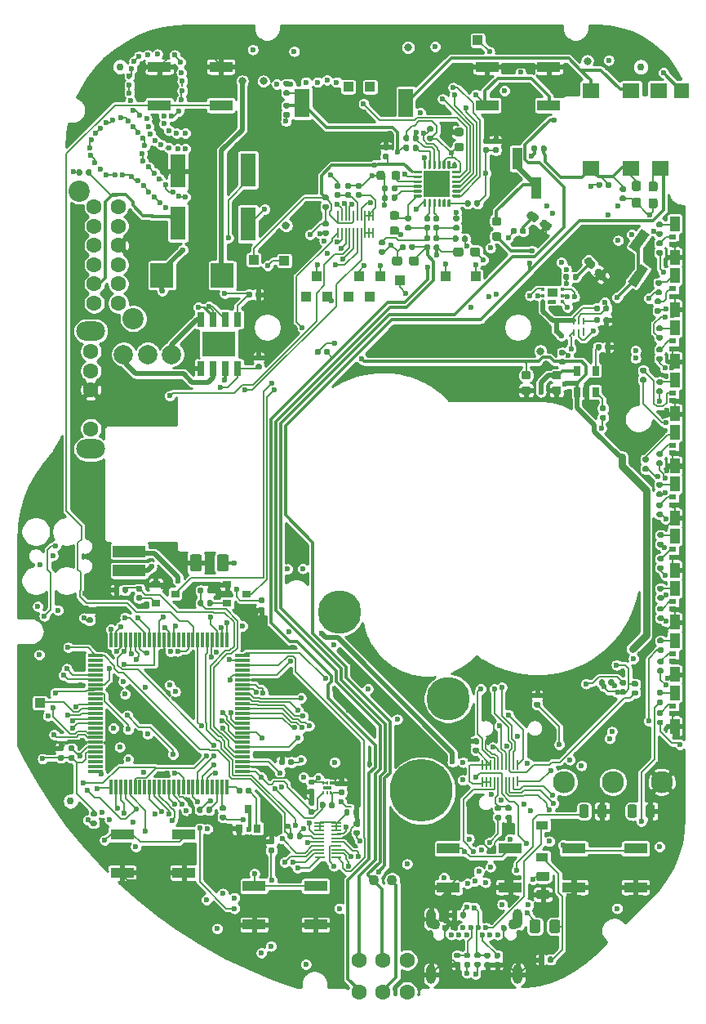
<source format=gbr>
G04 #@! TF.GenerationSoftware,KiCad,Pcbnew,5.1.6+dfsg1-1~bpo10+1*
G04 #@! TF.CreationDate,2021-06-28T17:41:37-04:00*
G04 #@! TF.ProjectId,RUSP_Mainboard,52555350-5f4d-4616-996e-626f6172642e,rev?*
G04 #@! TF.SameCoordinates,Original*
G04 #@! TF.FileFunction,Copper,L6,Bot*
G04 #@! TF.FilePolarity,Positive*
%FSLAX46Y46*%
G04 Gerber Fmt 4.6, Leading zero omitted, Abs format (unit mm)*
G04 Created by KiCad (PCBNEW 5.1.6+dfsg1-1~bpo10+1) date 2021-06-28 17:41:37*
%MOMM*%
%LPD*%
G01*
G04 APERTURE LIST*
G04 #@! TA.AperFunction,EtchedComponent*
%ADD10C,0.010000*%
G04 #@! TD*
G04 #@! TA.AperFunction,ComponentPad*
%ADD11C,4.500000*%
G04 #@! TD*
G04 #@! TA.AperFunction,ComponentPad*
%ADD12C,6.500000*%
G04 #@! TD*
G04 #@! TA.AperFunction,SMDPad,CuDef*
%ADD13R,0.800000X0.900000*%
G04 #@! TD*
G04 #@! TA.AperFunction,SMDPad,CuDef*
%ADD14R,3.500000X2.610000*%
G04 #@! TD*
G04 #@! TA.AperFunction,SMDPad,CuDef*
%ADD15R,0.800000X1.500000*%
G04 #@! TD*
G04 #@! TA.AperFunction,SMDPad,CuDef*
%ADD16R,1.500000X3.000000*%
G04 #@! TD*
G04 #@! TA.AperFunction,SMDPad,CuDef*
%ADD17R,0.200000X1.100000*%
G04 #@! TD*
G04 #@! TA.AperFunction,SMDPad,CuDef*
%ADD18R,0.200000X1.000000*%
G04 #@! TD*
G04 #@! TA.AperFunction,SMDPad,CuDef*
%ADD19R,2.400000X1.100000*%
G04 #@! TD*
G04 #@! TA.AperFunction,ComponentPad*
%ADD20C,1.100000*%
G04 #@! TD*
G04 #@! TA.AperFunction,SMDPad,CuDef*
%ADD21R,0.180000X0.350000*%
G04 #@! TD*
G04 #@! TA.AperFunction,SMDPad,CuDef*
%ADD22R,0.940000X0.300000*%
G04 #@! TD*
G04 #@! TA.AperFunction,SMDPad,CuDef*
%ADD23R,0.450000X0.300000*%
G04 #@! TD*
G04 #@! TA.AperFunction,Conductor*
%ADD24R,1.000000X0.950000*%
G04 #@! TD*
G04 #@! TA.AperFunction,Conductor*
%ADD25R,0.300000X0.300000*%
G04 #@! TD*
G04 #@! TA.AperFunction,SMDPad,CuDef*
%ADD26R,3.400000X1.200000*%
G04 #@! TD*
G04 #@! TA.AperFunction,ComponentPad*
%ADD27O,1.000000X2.000000*%
G04 #@! TD*
G04 #@! TA.AperFunction,ComponentPad*
%ADD28C,0.600000*%
G04 #@! TD*
G04 #@! TA.AperFunction,SMDPad,CuDef*
%ADD29R,1.000000X1.500000*%
G04 #@! TD*
G04 #@! TA.AperFunction,SMDPad,CuDef*
%ADD30R,0.800000X0.500000*%
G04 #@! TD*
G04 #@! TA.AperFunction,SMDPad,CuDef*
%ADD31R,1.600000X3.500000*%
G04 #@! TD*
G04 #@! TA.AperFunction,ComponentPad*
%ADD32C,2.300000*%
G04 #@! TD*
G04 #@! TA.AperFunction,SMDPad,CuDef*
%ADD33R,1.200000X0.900000*%
G04 #@! TD*
G04 #@! TA.AperFunction,SMDPad,CuDef*
%ADD34R,1.500000X0.300000*%
G04 #@! TD*
G04 #@! TA.AperFunction,SMDPad,CuDef*
%ADD35R,0.300000X1.500000*%
G04 #@! TD*
G04 #@! TA.AperFunction,SMDPad,CuDef*
%ADD36C,0.750000*%
G04 #@! TD*
G04 #@! TA.AperFunction,ComponentPad*
%ADD37O,3.000000X2.000000*%
G04 #@! TD*
G04 #@! TA.AperFunction,ComponentPad*
%ADD38C,1.600000*%
G04 #@! TD*
G04 #@! TA.AperFunction,ComponentPad*
%ADD39C,2.200000*%
G04 #@! TD*
G04 #@! TA.AperFunction,SMDPad,CuDef*
%ADD40R,0.280000X0.850000*%
G04 #@! TD*
G04 #@! TA.AperFunction,SMDPad,CuDef*
%ADD41R,0.280000X0.750000*%
G04 #@! TD*
G04 #@! TA.AperFunction,SMDPad,CuDef*
%ADD42R,0.650000X1.060000*%
G04 #@! TD*
G04 #@! TA.AperFunction,SMDPad,CuDef*
%ADD43R,2.700000X2.700000*%
G04 #@! TD*
G04 #@! TA.AperFunction,SMDPad,CuDef*
%ADD44C,0.100000*%
G04 #@! TD*
G04 #@! TA.AperFunction,SMDPad,CuDef*
%ADD45R,1.000000X1.000000*%
G04 #@! TD*
G04 #@! TA.AperFunction,SMDPad,CuDef*
%ADD46R,1.600000X1.600000*%
G04 #@! TD*
G04 #@! TA.AperFunction,SMDPad,CuDef*
%ADD47R,1.800000X1.600000*%
G04 #@! TD*
G04 #@! TA.AperFunction,ComponentPad*
%ADD48C,2.000000*%
G04 #@! TD*
G04 #@! TA.AperFunction,SMDPad,CuDef*
%ADD49R,0.900000X0.800000*%
G04 #@! TD*
G04 #@! TA.AperFunction,SMDPad,CuDef*
%ADD50R,2.370000X2.550000*%
G04 #@! TD*
G04 #@! TA.AperFunction,SMDPad,CuDef*
%ADD51R,1.020000X2.290000*%
G04 #@! TD*
G04 #@! TA.AperFunction,SMDPad,CuDef*
%ADD52R,1.100000X0.200000*%
G04 #@! TD*
G04 #@! TA.AperFunction,SMDPad,CuDef*
%ADD53R,1.000000X0.200000*%
G04 #@! TD*
G04 #@! TA.AperFunction,ViaPad*
%ADD54C,0.600000*%
G04 #@! TD*
G04 #@! TA.AperFunction,ViaPad*
%ADD55C,0.800000*%
G04 #@! TD*
G04 #@! TA.AperFunction,Conductor*
%ADD56C,0.200000*%
G04 #@! TD*
G04 #@! TA.AperFunction,Conductor*
%ADD57C,0.250000*%
G04 #@! TD*
G04 #@! TA.AperFunction,Conductor*
%ADD58C,0.350000*%
G04 #@! TD*
G04 #@! TA.AperFunction,Conductor*
%ADD59C,0.500000*%
G04 #@! TD*
G04 #@! TA.AperFunction,Conductor*
%ADD60C,0.750000*%
G04 #@! TD*
G04 APERTURE END LIST*
D10*
G36*
X167830000Y-83200000D02*
G01*
X167180000Y-83200000D01*
X167177383Y-83200069D01*
X167174774Y-83200274D01*
X167172178Y-83200616D01*
X167169604Y-83201093D01*
X167167059Y-83201704D01*
X167164549Y-83202447D01*
X167162082Y-83203321D01*
X167159663Y-83204323D01*
X167157300Y-83205450D01*
X167155000Y-83206699D01*
X167152768Y-83208066D01*
X167150611Y-83209549D01*
X167148534Y-83211143D01*
X167146543Y-83212843D01*
X167144645Y-83214645D01*
X167142843Y-83216543D01*
X167141143Y-83218534D01*
X167139549Y-83220611D01*
X167138066Y-83222768D01*
X167136699Y-83225000D01*
X167135450Y-83227300D01*
X167134323Y-83229663D01*
X167133321Y-83232082D01*
X167132447Y-83234549D01*
X167131704Y-83237059D01*
X167131093Y-83239604D01*
X167130616Y-83242178D01*
X167130274Y-83244774D01*
X167130069Y-83247383D01*
X167130000Y-83250000D01*
X167130000Y-83450000D01*
X167130069Y-83452617D01*
X167130274Y-83455226D01*
X167130616Y-83457822D01*
X167131093Y-83460396D01*
X167131704Y-83462941D01*
X167132447Y-83465451D01*
X167133321Y-83467918D01*
X167134323Y-83470337D01*
X167135450Y-83472700D01*
X167136699Y-83475000D01*
X167138066Y-83477232D01*
X167139549Y-83479389D01*
X167141143Y-83481466D01*
X167142843Y-83483457D01*
X167144645Y-83485355D01*
X167146543Y-83487157D01*
X167148534Y-83488857D01*
X167150611Y-83490451D01*
X167152768Y-83491934D01*
X167155000Y-83493301D01*
X167157300Y-83494550D01*
X167159663Y-83495677D01*
X167162082Y-83496679D01*
X167164549Y-83497553D01*
X167167059Y-83498296D01*
X167169604Y-83498907D01*
X167172178Y-83499384D01*
X167174774Y-83499726D01*
X167177383Y-83499931D01*
X167180000Y-83500000D01*
X167830000Y-83500000D01*
X167832617Y-83499931D01*
X167835226Y-83499726D01*
X167837822Y-83499384D01*
X167840396Y-83498907D01*
X167842941Y-83498296D01*
X167845451Y-83497553D01*
X167847918Y-83496679D01*
X167850337Y-83495677D01*
X167852700Y-83494550D01*
X167855000Y-83493301D01*
X167857232Y-83491934D01*
X167859389Y-83490451D01*
X167861466Y-83488857D01*
X167863457Y-83487157D01*
X167865355Y-83485355D01*
X167867157Y-83483457D01*
X167868857Y-83481466D01*
X167870451Y-83479389D01*
X167871934Y-83477232D01*
X167873301Y-83475000D01*
X167874550Y-83472700D01*
X167875677Y-83470337D01*
X167876679Y-83467918D01*
X167877553Y-83465451D01*
X167878296Y-83462941D01*
X167878907Y-83460396D01*
X167879384Y-83457822D01*
X167879726Y-83455226D01*
X167879931Y-83452617D01*
X167880000Y-83450000D01*
X167880000Y-83250000D01*
X167879931Y-83247383D01*
X167879726Y-83244774D01*
X167879384Y-83242178D01*
X167878907Y-83239604D01*
X167878296Y-83237059D01*
X167877553Y-83234549D01*
X167876679Y-83232082D01*
X167875677Y-83229663D01*
X167874550Y-83227300D01*
X167873301Y-83225000D01*
X167871934Y-83222768D01*
X167870451Y-83220611D01*
X167868857Y-83218534D01*
X167867157Y-83216543D01*
X167865355Y-83214645D01*
X167863457Y-83212843D01*
X167861466Y-83211143D01*
X167859389Y-83209549D01*
X167857232Y-83208066D01*
X167855000Y-83206699D01*
X167852700Y-83205450D01*
X167850337Y-83204323D01*
X167847918Y-83203321D01*
X167845451Y-83202447D01*
X167842941Y-83201704D01*
X167840396Y-83201093D01*
X167837822Y-83200616D01*
X167835226Y-83200274D01*
X167832617Y-83200069D01*
X167830000Y-83200000D01*
G37*
X167830000Y-83200000D02*
X167180000Y-83200000D01*
X167177383Y-83200069D01*
X167174774Y-83200274D01*
X167172178Y-83200616D01*
X167169604Y-83201093D01*
X167167059Y-83201704D01*
X167164549Y-83202447D01*
X167162082Y-83203321D01*
X167159663Y-83204323D01*
X167157300Y-83205450D01*
X167155000Y-83206699D01*
X167152768Y-83208066D01*
X167150611Y-83209549D01*
X167148534Y-83211143D01*
X167146543Y-83212843D01*
X167144645Y-83214645D01*
X167142843Y-83216543D01*
X167141143Y-83218534D01*
X167139549Y-83220611D01*
X167138066Y-83222768D01*
X167136699Y-83225000D01*
X167135450Y-83227300D01*
X167134323Y-83229663D01*
X167133321Y-83232082D01*
X167132447Y-83234549D01*
X167131704Y-83237059D01*
X167131093Y-83239604D01*
X167130616Y-83242178D01*
X167130274Y-83244774D01*
X167130069Y-83247383D01*
X167130000Y-83250000D01*
X167130000Y-83450000D01*
X167130069Y-83452617D01*
X167130274Y-83455226D01*
X167130616Y-83457822D01*
X167131093Y-83460396D01*
X167131704Y-83462941D01*
X167132447Y-83465451D01*
X167133321Y-83467918D01*
X167134323Y-83470337D01*
X167135450Y-83472700D01*
X167136699Y-83475000D01*
X167138066Y-83477232D01*
X167139549Y-83479389D01*
X167141143Y-83481466D01*
X167142843Y-83483457D01*
X167144645Y-83485355D01*
X167146543Y-83487157D01*
X167148534Y-83488857D01*
X167150611Y-83490451D01*
X167152768Y-83491934D01*
X167155000Y-83493301D01*
X167157300Y-83494550D01*
X167159663Y-83495677D01*
X167162082Y-83496679D01*
X167164549Y-83497553D01*
X167167059Y-83498296D01*
X167169604Y-83498907D01*
X167172178Y-83499384D01*
X167174774Y-83499726D01*
X167177383Y-83499931D01*
X167180000Y-83500000D01*
X167830000Y-83500000D01*
X167832617Y-83499931D01*
X167835226Y-83499726D01*
X167837822Y-83499384D01*
X167840396Y-83498907D01*
X167842941Y-83498296D01*
X167845451Y-83497553D01*
X167847918Y-83496679D01*
X167850337Y-83495677D01*
X167852700Y-83494550D01*
X167855000Y-83493301D01*
X167857232Y-83491934D01*
X167859389Y-83490451D01*
X167861466Y-83488857D01*
X167863457Y-83487157D01*
X167865355Y-83485355D01*
X167867157Y-83483457D01*
X167868857Y-83481466D01*
X167870451Y-83479389D01*
X167871934Y-83477232D01*
X167873301Y-83475000D01*
X167874550Y-83472700D01*
X167875677Y-83470337D01*
X167876679Y-83467918D01*
X167877553Y-83465451D01*
X167878296Y-83462941D01*
X167878907Y-83460396D01*
X167879384Y-83457822D01*
X167879726Y-83455226D01*
X167879931Y-83452617D01*
X167880000Y-83450000D01*
X167880000Y-83250000D01*
X167879931Y-83247383D01*
X167879726Y-83244774D01*
X167879384Y-83242178D01*
X167878907Y-83239604D01*
X167878296Y-83237059D01*
X167877553Y-83234549D01*
X167876679Y-83232082D01*
X167875677Y-83229663D01*
X167874550Y-83227300D01*
X167873301Y-83225000D01*
X167871934Y-83222768D01*
X167870451Y-83220611D01*
X167868857Y-83218534D01*
X167867157Y-83216543D01*
X167865355Y-83214645D01*
X167863457Y-83212843D01*
X167861466Y-83211143D01*
X167859389Y-83209549D01*
X167857232Y-83208066D01*
X167855000Y-83206699D01*
X167852700Y-83205450D01*
X167850337Y-83204323D01*
X167847918Y-83203321D01*
X167845451Y-83202447D01*
X167842941Y-83201704D01*
X167840396Y-83201093D01*
X167837822Y-83200616D01*
X167835226Y-83200274D01*
X167832617Y-83200069D01*
X167830000Y-83200000D01*
D11*
X156800000Y-124450000D03*
X145500000Y-115500000D03*
D12*
X154000000Y-134000000D03*
G04 #@! TA.AperFunction,SMDPad,CuDef*
G36*
G01*
X135410000Y-133827500D02*
X135410000Y-134172500D01*
G75*
G02*
X135262500Y-134320000I-147500J0D01*
G01*
X134967500Y-134320000D01*
G75*
G02*
X134820000Y-134172500I0J147500D01*
G01*
X134820000Y-133827500D01*
G75*
G02*
X134967500Y-133680000I147500J0D01*
G01*
X135262500Y-133680000D01*
G75*
G02*
X135410000Y-133827500I0J-147500D01*
G01*
G37*
G04 #@! TD.AperFunction*
G04 #@! TA.AperFunction,SMDPad,CuDef*
G36*
G01*
X136380000Y-133827500D02*
X136380000Y-134172500D01*
G75*
G02*
X136232500Y-134320000I-147500J0D01*
G01*
X135937500Y-134320000D01*
G75*
G02*
X135790000Y-134172500I0J147500D01*
G01*
X135790000Y-133827500D01*
G75*
G02*
X135937500Y-133680000I147500J0D01*
G01*
X136232500Y-133680000D01*
G75*
G02*
X136380000Y-133827500I0J-147500D01*
G01*
G37*
G04 #@! TD.AperFunction*
D13*
X136000000Y-135900000D03*
X135050000Y-137900000D03*
X136950000Y-137900000D03*
D14*
X133000000Y-87700000D03*
D15*
X131095000Y-90240000D03*
X132365000Y-90240000D03*
X133635000Y-90240000D03*
X134905000Y-90240000D03*
X134905000Y-85160000D03*
X133635000Y-85160000D03*
X132365000Y-85160000D03*
X131095000Y-85160000D03*
G04 #@! TA.AperFunction,SMDPad,CuDef*
G36*
G01*
X136790000Y-82772500D02*
X136790000Y-82427500D01*
G75*
G02*
X136937500Y-82280000I147500J0D01*
G01*
X137232500Y-82280000D01*
G75*
G02*
X137380000Y-82427500I0J-147500D01*
G01*
X137380000Y-82772500D01*
G75*
G02*
X137232500Y-82920000I-147500J0D01*
G01*
X136937500Y-82920000D01*
G75*
G02*
X136790000Y-82772500I0J147500D01*
G01*
G37*
G04 #@! TD.AperFunction*
G04 #@! TA.AperFunction,SMDPad,CuDef*
G36*
G01*
X135820000Y-82772500D02*
X135820000Y-82427500D01*
G75*
G02*
X135967500Y-82280000I147500J0D01*
G01*
X136262500Y-82280000D01*
G75*
G02*
X136410000Y-82427500I0J-147500D01*
G01*
X136410000Y-82772500D01*
G75*
G02*
X136262500Y-82920000I-147500J0D01*
G01*
X135967500Y-82920000D01*
G75*
G02*
X135820000Y-82772500I0J147500D01*
G01*
G37*
G04 #@! TD.AperFunction*
D16*
X141625000Y-62750000D03*
X152375000Y-62750000D03*
D17*
X163950000Y-133070000D03*
D18*
X163550000Y-133120000D03*
X163150000Y-133120000D03*
X162750000Y-133120000D03*
X162350000Y-133120000D03*
X161950000Y-133120000D03*
X161550000Y-133120000D03*
X161150000Y-133120000D03*
X160750000Y-133120000D03*
X160350000Y-133120000D03*
X160350000Y-131320000D03*
X160750000Y-131320000D03*
X161150000Y-131320000D03*
X161550000Y-131320000D03*
X161950000Y-131320000D03*
X162350000Y-131320000D03*
X162750000Y-131320000D03*
X163150000Y-131320000D03*
X163550000Y-131320000D03*
X163950000Y-131320000D03*
D19*
X160800000Y-59000000D03*
X167200000Y-59000000D03*
X167200000Y-63000000D03*
X160800000Y-63000000D03*
X126800000Y-59000000D03*
X133200000Y-59000000D03*
X133200000Y-63000000D03*
X126800000Y-63000000D03*
X129346000Y-142497000D03*
X122946000Y-142497000D03*
X122946000Y-138497000D03*
X129346000Y-138497000D03*
X143027000Y-147886000D03*
X136627000Y-147886000D03*
X136627000Y-143886000D03*
X143027000Y-143886000D03*
X163200000Y-144000000D03*
X156800000Y-144000000D03*
X156800000Y-140000000D03*
X163200000Y-140000000D03*
X176200000Y-144000000D03*
X169800000Y-144000000D03*
X169800000Y-140000000D03*
X176200000Y-140000000D03*
D20*
X149050000Y-143300000D03*
X150950000Y-143300000D03*
D21*
X143800000Y-133175000D03*
X144200000Y-133175000D03*
X144600000Y-133175000D03*
X144600000Y-134225000D03*
X144200000Y-134225000D03*
X143800000Y-134225000D03*
D22*
X144200000Y-133700000D03*
D23*
X168575000Y-82050000D03*
X168575000Y-82700000D03*
X168575000Y-83350000D03*
X166625000Y-83350000D03*
X166625000Y-82700000D03*
X166625000Y-82050000D03*
D24*
X167600000Y-82375000D03*
D25*
X167505000Y-83350000D03*
D26*
X123700000Y-111200000D03*
X123700000Y-109200000D03*
D27*
X155000000Y-153025000D03*
X164000000Y-153025000D03*
D20*
X155450000Y-147825000D03*
D27*
X155000000Y-147275000D03*
D20*
X163550000Y-147825000D03*
D27*
X164000000Y-147275000D03*
D28*
X161900000Y-148925000D03*
X161100000Y-148925000D03*
X160300000Y-148925000D03*
X157100000Y-148925000D03*
X157900000Y-148925000D03*
X158700000Y-148925000D03*
X162550000Y-148225000D03*
X160700000Y-148225000D03*
X159900000Y-148225000D03*
X156450000Y-148225000D03*
X158300000Y-148225000D03*
X159100000Y-148225000D03*
D29*
X180280000Y-127350000D03*
X180280000Y-123850000D03*
D30*
X180050000Y-126000000D03*
X180050000Y-125200000D03*
D31*
X136000000Y-69700000D03*
X136000000Y-75300000D03*
D29*
X180280000Y-78750000D03*
X180280000Y-75250000D03*
D30*
X180050000Y-77400000D03*
X180050000Y-76600000D03*
D29*
X180280000Y-84150000D03*
X180280000Y-80650000D03*
D30*
X180050000Y-82800000D03*
X180050000Y-82000000D03*
D29*
X180300000Y-89550000D03*
X180300000Y-86050000D03*
D30*
X180070000Y-88200000D03*
X180070000Y-87400000D03*
D29*
X180300000Y-94950000D03*
X180300000Y-91450000D03*
D30*
X180070000Y-93600000D03*
X180070000Y-92800000D03*
D29*
X180280000Y-100350000D03*
X180280000Y-96850000D03*
D30*
X180050000Y-99000000D03*
X180050000Y-98200000D03*
D29*
X180280000Y-105750000D03*
X180280000Y-102250000D03*
D30*
X180050000Y-104400000D03*
X180050000Y-103600000D03*
D29*
X180280000Y-111150000D03*
X180280000Y-107650000D03*
D30*
X180050000Y-109800000D03*
X180050000Y-109000000D03*
D29*
X180280000Y-116550000D03*
X180280000Y-113050000D03*
D30*
X180050000Y-115200000D03*
X180050000Y-114400000D03*
D29*
X180280000Y-121950000D03*
X180280000Y-118450000D03*
D30*
X180050000Y-120600000D03*
X180050000Y-119800000D03*
D32*
X168770000Y-133100000D03*
X173850000Y-133100000D03*
X178930000Y-133100000D03*
D33*
X166500000Y-137570000D03*
X166500000Y-140870000D03*
G04 #@! TA.AperFunction,SMDPad,CuDef*
G36*
G01*
X166350000Y-147599999D02*
X166350000Y-148500001D01*
G75*
G02*
X166100001Y-148750000I-249999J0D01*
G01*
X165449999Y-148750000D01*
G75*
G02*
X165200000Y-148500001I0J249999D01*
G01*
X165200000Y-147599999D01*
G75*
G02*
X165449999Y-147350000I249999J0D01*
G01*
X166100001Y-147350000D01*
G75*
G02*
X166350000Y-147599999I0J-249999D01*
G01*
G37*
G04 #@! TD.AperFunction*
G04 #@! TA.AperFunction,SMDPad,CuDef*
G36*
G01*
X168400000Y-147599999D02*
X168400000Y-148500001D01*
G75*
G02*
X168150001Y-148750000I-249999J0D01*
G01*
X167499999Y-148750000D01*
G75*
G02*
X167250000Y-148500001I0J249999D01*
G01*
X167250000Y-147599999D01*
G75*
G02*
X167499999Y-147350000I249999J0D01*
G01*
X168150001Y-147350000D01*
G75*
G02*
X168400000Y-147599999I0J-249999D01*
G01*
G37*
G04 #@! TD.AperFunction*
D34*
X135450000Y-132000000D03*
X135450000Y-131500000D03*
X135450000Y-131000000D03*
X135450000Y-130500000D03*
X135450000Y-130000000D03*
X135450000Y-129500000D03*
X135450000Y-129000000D03*
X135450000Y-128500000D03*
X135450000Y-128000000D03*
X135450000Y-127500000D03*
X135450000Y-127000000D03*
X135450000Y-126500000D03*
X135450000Y-126000000D03*
X135450000Y-125500000D03*
X135450000Y-125000000D03*
X135450000Y-124500000D03*
X135450000Y-124000000D03*
X135450000Y-123500000D03*
X135450000Y-123000000D03*
X135450000Y-122500000D03*
X135450000Y-122000000D03*
X135450000Y-121500000D03*
X135450000Y-121000000D03*
X135450000Y-120500000D03*
X135450000Y-120000000D03*
D35*
X133800000Y-118350000D03*
X133300000Y-118350000D03*
X132800000Y-118350000D03*
X132300000Y-118350000D03*
X131800000Y-118350000D03*
X131300000Y-118350000D03*
X130800000Y-118350000D03*
X130300000Y-118350000D03*
X129800000Y-118350000D03*
X129300000Y-118350000D03*
X128800000Y-118350000D03*
X128300000Y-118350000D03*
X127800000Y-118350000D03*
X127300000Y-118350000D03*
X126800000Y-118350000D03*
X126300000Y-118350000D03*
X125800000Y-118350000D03*
X125300000Y-118350000D03*
X124800000Y-118350000D03*
X124300000Y-118350000D03*
X123800000Y-118350000D03*
X123300000Y-118350000D03*
X122800000Y-118350000D03*
X122300000Y-118350000D03*
X121800000Y-118350000D03*
D34*
X120150000Y-120000000D03*
X120150000Y-120500000D03*
X120150000Y-121000000D03*
X120150000Y-121500000D03*
X120150000Y-122000000D03*
X120150000Y-122500000D03*
X120150000Y-123000000D03*
X120150000Y-123500000D03*
X120150000Y-124000000D03*
X120150000Y-124500000D03*
X120150000Y-125000000D03*
X120150000Y-125500000D03*
X120150000Y-126000000D03*
X120150000Y-126500000D03*
X120150000Y-127000000D03*
X120150000Y-127500000D03*
X120150000Y-128000000D03*
X120150000Y-128500000D03*
X120150000Y-129000000D03*
X120150000Y-129500000D03*
X120150000Y-130000000D03*
X120150000Y-130500000D03*
X120150000Y-131000000D03*
X120150000Y-131500000D03*
X120150000Y-132000000D03*
D35*
X121800000Y-133650000D03*
X122300000Y-133650000D03*
X122800000Y-133650000D03*
X123300000Y-133650000D03*
X123800000Y-133650000D03*
X124300000Y-133650000D03*
X124800000Y-133650000D03*
X125300000Y-133650000D03*
X125800000Y-133650000D03*
X126300000Y-133650000D03*
X126800000Y-133650000D03*
X127300000Y-133650000D03*
X127800000Y-133650000D03*
X128300000Y-133650000D03*
X128800000Y-133650000D03*
X129300000Y-133650000D03*
X129800000Y-133650000D03*
X130300000Y-133650000D03*
X130800000Y-133650000D03*
X131300000Y-133650000D03*
X131800000Y-133650000D03*
X132300000Y-133650000D03*
X132800000Y-133650000D03*
X133300000Y-133650000D03*
X133800000Y-133650000D03*
D36*
X176750000Y-59000000D03*
X122750000Y-59000000D03*
X117600000Y-135100000D03*
D37*
X119700000Y-86400000D03*
X119700000Y-98600000D03*
D38*
X119700000Y-88500000D03*
X119700000Y-90500000D03*
X119700000Y-92500000D03*
X119700000Y-96500000D03*
G04 #@! TA.AperFunction,SMDPad,CuDef*
G36*
G01*
X137272500Y-90380000D02*
X136927500Y-90380000D01*
G75*
G02*
X136780000Y-90232500I0J147500D01*
G01*
X136780000Y-89937500D01*
G75*
G02*
X136927500Y-89790000I147500J0D01*
G01*
X137272500Y-89790000D01*
G75*
G02*
X137420000Y-89937500I0J-147500D01*
G01*
X137420000Y-90232500D01*
G75*
G02*
X137272500Y-90380000I-147500J0D01*
G01*
G37*
G04 #@! TD.AperFunction*
G04 #@! TA.AperFunction,SMDPad,CuDef*
G36*
G01*
X137272500Y-89410000D02*
X136927500Y-89410000D01*
G75*
G02*
X136780000Y-89262500I0J147500D01*
G01*
X136780000Y-88967500D01*
G75*
G02*
X136927500Y-88820000I147500J0D01*
G01*
X137272500Y-88820000D01*
G75*
G02*
X137420000Y-88967500I0J-147500D01*
G01*
X137420000Y-89262500D01*
G75*
G02*
X137272500Y-89410000I-147500J0D01*
G01*
G37*
G04 #@! TD.AperFunction*
G04 #@! TA.AperFunction,SMDPad,CuDef*
G36*
G01*
X116772500Y-129910000D02*
X116427500Y-129910000D01*
G75*
G02*
X116280000Y-129762500I0J147500D01*
G01*
X116280000Y-129467500D01*
G75*
G02*
X116427500Y-129320000I147500J0D01*
G01*
X116772500Y-129320000D01*
G75*
G02*
X116920000Y-129467500I0J-147500D01*
G01*
X116920000Y-129762500D01*
G75*
G02*
X116772500Y-129910000I-147500J0D01*
G01*
G37*
G04 #@! TD.AperFunction*
G04 #@! TA.AperFunction,SMDPad,CuDef*
G36*
G01*
X116772500Y-130880000D02*
X116427500Y-130880000D01*
G75*
G02*
X116280000Y-130732500I0J147500D01*
G01*
X116280000Y-130437500D01*
G75*
G02*
X116427500Y-130290000I147500J0D01*
G01*
X116772500Y-130290000D01*
G75*
G02*
X116920000Y-130437500I0J-147500D01*
G01*
X116920000Y-130732500D01*
G75*
G02*
X116772500Y-130880000I-147500J0D01*
G01*
G37*
G04 #@! TD.AperFunction*
G04 #@! TA.AperFunction,SMDPad,CuDef*
G36*
G01*
X138597500Y-140505000D02*
X138252500Y-140505000D01*
G75*
G02*
X138105000Y-140357500I0J147500D01*
G01*
X138105000Y-140062500D01*
G75*
G02*
X138252500Y-139915000I147500J0D01*
G01*
X138597500Y-139915000D01*
G75*
G02*
X138745000Y-140062500I0J-147500D01*
G01*
X138745000Y-140357500D01*
G75*
G02*
X138597500Y-140505000I-147500J0D01*
G01*
G37*
G04 #@! TD.AperFunction*
G04 #@! TA.AperFunction,SMDPad,CuDef*
G36*
G01*
X138597500Y-139535000D02*
X138252500Y-139535000D01*
G75*
G02*
X138105000Y-139387500I0J147500D01*
G01*
X138105000Y-139092500D01*
G75*
G02*
X138252500Y-138945000I147500J0D01*
G01*
X138597500Y-138945000D01*
G75*
G02*
X138745000Y-139092500I0J-147500D01*
G01*
X138745000Y-139387500D01*
G75*
G02*
X138597500Y-139535000I-147500J0D01*
G01*
G37*
G04 #@! TD.AperFunction*
G04 #@! TA.AperFunction,SMDPad,CuDef*
G36*
G01*
X137227500Y-114960000D02*
X137572500Y-114960000D01*
G75*
G02*
X137720000Y-115107500I0J-147500D01*
G01*
X137720000Y-115402500D01*
G75*
G02*
X137572500Y-115550000I-147500J0D01*
G01*
X137227500Y-115550000D01*
G75*
G02*
X137080000Y-115402500I0J147500D01*
G01*
X137080000Y-115107500D01*
G75*
G02*
X137227500Y-114960000I147500J0D01*
G01*
G37*
G04 #@! TD.AperFunction*
G04 #@! TA.AperFunction,SMDPad,CuDef*
G36*
G01*
X137227500Y-113990000D02*
X137572500Y-113990000D01*
G75*
G02*
X137720000Y-114137500I0J-147500D01*
G01*
X137720000Y-114432500D01*
G75*
G02*
X137572500Y-114580000I-147500J0D01*
G01*
X137227500Y-114580000D01*
G75*
G02*
X137080000Y-114432500I0J147500D01*
G01*
X137080000Y-114137500D01*
G75*
G02*
X137227500Y-113990000I147500J0D01*
G01*
G37*
G04 #@! TD.AperFunction*
G04 #@! TA.AperFunction,SMDPad,CuDef*
G36*
G01*
X119747500Y-116630000D02*
X119402500Y-116630000D01*
G75*
G02*
X119255000Y-116482500I0J147500D01*
G01*
X119255000Y-116187500D01*
G75*
G02*
X119402500Y-116040000I147500J0D01*
G01*
X119747500Y-116040000D01*
G75*
G02*
X119895000Y-116187500I0J-147500D01*
G01*
X119895000Y-116482500D01*
G75*
G02*
X119747500Y-116630000I-147500J0D01*
G01*
G37*
G04 #@! TD.AperFunction*
G04 #@! TA.AperFunction,SMDPad,CuDef*
G36*
G01*
X119747500Y-115660000D02*
X119402500Y-115660000D01*
G75*
G02*
X119255000Y-115512500I0J147500D01*
G01*
X119255000Y-115217500D01*
G75*
G02*
X119402500Y-115070000I147500J0D01*
G01*
X119747500Y-115070000D01*
G75*
G02*
X119895000Y-115217500I0J-147500D01*
G01*
X119895000Y-115512500D01*
G75*
G02*
X119747500Y-115660000I-147500J0D01*
G01*
G37*
G04 #@! TD.AperFunction*
G04 #@! TA.AperFunction,SMDPad,CuDef*
G36*
G01*
X139810000Y-130877500D02*
X139810000Y-131222500D01*
G75*
G02*
X139662500Y-131370000I-147500J0D01*
G01*
X139367500Y-131370000D01*
G75*
G02*
X139220000Y-131222500I0J147500D01*
G01*
X139220000Y-130877500D01*
G75*
G02*
X139367500Y-130730000I147500J0D01*
G01*
X139662500Y-130730000D01*
G75*
G02*
X139810000Y-130877500I0J-147500D01*
G01*
G37*
G04 #@! TD.AperFunction*
G04 #@! TA.AperFunction,SMDPad,CuDef*
G36*
G01*
X140780000Y-130877500D02*
X140780000Y-131222500D01*
G75*
G02*
X140632500Y-131370000I-147500J0D01*
G01*
X140337500Y-131370000D01*
G75*
G02*
X140190000Y-131222500I0J147500D01*
G01*
X140190000Y-130877500D01*
G75*
G02*
X140337500Y-130730000I147500J0D01*
G01*
X140632500Y-130730000D01*
G75*
G02*
X140780000Y-130877500I0J-147500D01*
G01*
G37*
G04 #@! TD.AperFunction*
G04 #@! TA.AperFunction,SMDPad,CuDef*
G36*
G01*
X167680000Y-151327500D02*
X167680000Y-151672500D01*
G75*
G02*
X167532500Y-151820000I-147500J0D01*
G01*
X167237500Y-151820000D01*
G75*
G02*
X167090000Y-151672500I0J147500D01*
G01*
X167090000Y-151327500D01*
G75*
G02*
X167237500Y-151180000I147500J0D01*
G01*
X167532500Y-151180000D01*
G75*
G02*
X167680000Y-151327500I0J-147500D01*
G01*
G37*
G04 #@! TD.AperFunction*
G04 #@! TA.AperFunction,SMDPad,CuDef*
G36*
G01*
X166710000Y-151327500D02*
X166710000Y-151672500D01*
G75*
G02*
X166562500Y-151820000I-147500J0D01*
G01*
X166267500Y-151820000D01*
G75*
G02*
X166120000Y-151672500I0J147500D01*
G01*
X166120000Y-151327500D01*
G75*
G02*
X166267500Y-151180000I147500J0D01*
G01*
X166562500Y-151180000D01*
G75*
G02*
X166710000Y-151327500I0J-147500D01*
G01*
G37*
G04 #@! TD.AperFunction*
G04 #@! TA.AperFunction,SMDPad,CuDef*
G36*
G01*
X157527500Y-150770000D02*
X157872500Y-150770000D01*
G75*
G02*
X158020000Y-150917500I0J-147500D01*
G01*
X158020000Y-151212500D01*
G75*
G02*
X157872500Y-151360000I-147500J0D01*
G01*
X157527500Y-151360000D01*
G75*
G02*
X157380000Y-151212500I0J147500D01*
G01*
X157380000Y-150917500D01*
G75*
G02*
X157527500Y-150770000I147500J0D01*
G01*
G37*
G04 #@! TD.AperFunction*
G04 #@! TA.AperFunction,SMDPad,CuDef*
G36*
G01*
X157527500Y-151740000D02*
X157872500Y-151740000D01*
G75*
G02*
X158020000Y-151887500I0J-147500D01*
G01*
X158020000Y-152182500D01*
G75*
G02*
X157872500Y-152330000I-147500J0D01*
G01*
X157527500Y-152330000D01*
G75*
G02*
X157380000Y-152182500I0J147500D01*
G01*
X157380000Y-151887500D01*
G75*
G02*
X157527500Y-151740000I147500J0D01*
G01*
G37*
G04 #@! TD.AperFunction*
G04 #@! TA.AperFunction,SMDPad,CuDef*
G36*
G01*
X160657500Y-150780000D02*
X161002500Y-150780000D01*
G75*
G02*
X161150000Y-150927500I0J-147500D01*
G01*
X161150000Y-151222500D01*
G75*
G02*
X161002500Y-151370000I-147500J0D01*
G01*
X160657500Y-151370000D01*
G75*
G02*
X160510000Y-151222500I0J147500D01*
G01*
X160510000Y-150927500D01*
G75*
G02*
X160657500Y-150780000I147500J0D01*
G01*
G37*
G04 #@! TD.AperFunction*
G04 #@! TA.AperFunction,SMDPad,CuDef*
G36*
G01*
X160657500Y-151750000D02*
X161002500Y-151750000D01*
G75*
G02*
X161150000Y-151897500I0J-147500D01*
G01*
X161150000Y-152192500D01*
G75*
G02*
X161002500Y-152340000I-147500J0D01*
G01*
X160657500Y-152340000D01*
G75*
G02*
X160510000Y-152192500I0J147500D01*
G01*
X160510000Y-151897500D01*
G75*
G02*
X160657500Y-151750000I147500J0D01*
G01*
G37*
G04 #@! TD.AperFunction*
G04 #@! TA.AperFunction,SMDPad,CuDef*
G36*
G01*
X119827500Y-137090000D02*
X120172500Y-137090000D01*
G75*
G02*
X120320000Y-137237500I0J-147500D01*
G01*
X120320000Y-137532500D01*
G75*
G02*
X120172500Y-137680000I-147500J0D01*
G01*
X119827500Y-137680000D01*
G75*
G02*
X119680000Y-137532500I0J147500D01*
G01*
X119680000Y-137237500D01*
G75*
G02*
X119827500Y-137090000I147500J0D01*
G01*
G37*
G04 #@! TD.AperFunction*
G04 #@! TA.AperFunction,SMDPad,CuDef*
G36*
G01*
X119827500Y-136120000D02*
X120172500Y-136120000D01*
G75*
G02*
X120320000Y-136267500I0J-147500D01*
G01*
X120320000Y-136562500D01*
G75*
G02*
X120172500Y-136710000I-147500J0D01*
G01*
X119827500Y-136710000D01*
G75*
G02*
X119680000Y-136562500I0J147500D01*
G01*
X119680000Y-136267500D01*
G75*
G02*
X119827500Y-136120000I147500J0D01*
G01*
G37*
G04 #@! TD.AperFunction*
G04 #@! TA.AperFunction,SMDPad,CuDef*
G36*
G01*
X173480000Y-83877500D02*
X173480000Y-84222500D01*
G75*
G02*
X173332500Y-84370000I-147500J0D01*
G01*
X173037500Y-84370000D01*
G75*
G02*
X172890000Y-84222500I0J147500D01*
G01*
X172890000Y-83877500D01*
G75*
G02*
X173037500Y-83730000I147500J0D01*
G01*
X173332500Y-83730000D01*
G75*
G02*
X173480000Y-83877500I0J-147500D01*
G01*
G37*
G04 #@! TD.AperFunction*
G04 #@! TA.AperFunction,SMDPad,CuDef*
G36*
G01*
X172510000Y-83877500D02*
X172510000Y-84222500D01*
G75*
G02*
X172362500Y-84370000I-147500J0D01*
G01*
X172067500Y-84370000D01*
G75*
G02*
X171920000Y-84222500I0J147500D01*
G01*
X171920000Y-83877500D01*
G75*
G02*
X172067500Y-83730000I147500J0D01*
G01*
X172362500Y-83730000D01*
G75*
G02*
X172510000Y-83877500I0J-147500D01*
G01*
G37*
G04 #@! TD.AperFunction*
D31*
X128750000Y-75200000D03*
X128750000Y-69800000D03*
G04 #@! TA.AperFunction,SMDPad,CuDef*
G36*
G01*
X142427500Y-135890000D02*
X142772500Y-135890000D01*
G75*
G02*
X142920000Y-136037500I0J-147500D01*
G01*
X142920000Y-136332500D01*
G75*
G02*
X142772500Y-136480000I-147500J0D01*
G01*
X142427500Y-136480000D01*
G75*
G02*
X142280000Y-136332500I0J147500D01*
G01*
X142280000Y-136037500D01*
G75*
G02*
X142427500Y-135890000I147500J0D01*
G01*
G37*
G04 #@! TD.AperFunction*
G04 #@! TA.AperFunction,SMDPad,CuDef*
G36*
G01*
X142427500Y-134920000D02*
X142772500Y-134920000D01*
G75*
G02*
X142920000Y-135067500I0J-147500D01*
G01*
X142920000Y-135362500D01*
G75*
G02*
X142772500Y-135510000I-147500J0D01*
G01*
X142427500Y-135510000D01*
G75*
G02*
X142280000Y-135362500I0J147500D01*
G01*
X142280000Y-135067500D01*
G75*
G02*
X142427500Y-134920000I147500J0D01*
G01*
G37*
G04 #@! TD.AperFunction*
G04 #@! TA.AperFunction,SMDPad,CuDef*
G36*
G01*
X143877500Y-73240000D02*
X144222500Y-73240000D01*
G75*
G02*
X144370000Y-73387500I0J-147500D01*
G01*
X144370000Y-73682500D01*
G75*
G02*
X144222500Y-73830000I-147500J0D01*
G01*
X143877500Y-73830000D01*
G75*
G02*
X143730000Y-73682500I0J147500D01*
G01*
X143730000Y-73387500D01*
G75*
G02*
X143877500Y-73240000I147500J0D01*
G01*
G37*
G04 #@! TD.AperFunction*
G04 #@! TA.AperFunction,SMDPad,CuDef*
G36*
G01*
X143877500Y-72270000D02*
X144222500Y-72270000D01*
G75*
G02*
X144370000Y-72417500I0J-147500D01*
G01*
X144370000Y-72712500D01*
G75*
G02*
X144222500Y-72860000I-147500J0D01*
G01*
X143877500Y-72860000D01*
G75*
G02*
X143730000Y-72712500I0J147500D01*
G01*
X143730000Y-72417500D01*
G75*
G02*
X143877500Y-72270000I147500J0D01*
G01*
G37*
G04 #@! TD.AperFunction*
G04 #@! TA.AperFunction,SMDPad,CuDef*
G36*
G01*
X144222500Y-75560000D02*
X143877500Y-75560000D01*
G75*
G02*
X143730000Y-75412500I0J147500D01*
G01*
X143730000Y-75117500D01*
G75*
G02*
X143877500Y-74970000I147500J0D01*
G01*
X144222500Y-74970000D01*
G75*
G02*
X144370000Y-75117500I0J-147500D01*
G01*
X144370000Y-75412500D01*
G75*
G02*
X144222500Y-75560000I-147500J0D01*
G01*
G37*
G04 #@! TD.AperFunction*
G04 #@! TA.AperFunction,SMDPad,CuDef*
G36*
G01*
X144222500Y-76530000D02*
X143877500Y-76530000D01*
G75*
G02*
X143730000Y-76382500I0J147500D01*
G01*
X143730000Y-76087500D01*
G75*
G02*
X143877500Y-75940000I147500J0D01*
G01*
X144222500Y-75940000D01*
G75*
G02*
X144370000Y-76087500I0J-147500D01*
G01*
X144370000Y-76382500D01*
G75*
G02*
X144222500Y-76530000I-147500J0D01*
G01*
G37*
G04 #@! TD.AperFunction*
G04 #@! TA.AperFunction,SMDPad,CuDef*
G36*
G01*
X143525000Y-88377500D02*
X143525000Y-88722500D01*
G75*
G02*
X143377500Y-88870000I-147500J0D01*
G01*
X143082500Y-88870000D01*
G75*
G02*
X142935000Y-88722500I0J147500D01*
G01*
X142935000Y-88377500D01*
G75*
G02*
X143082500Y-88230000I147500J0D01*
G01*
X143377500Y-88230000D01*
G75*
G02*
X143525000Y-88377500I0J-147500D01*
G01*
G37*
G04 #@! TD.AperFunction*
G04 #@! TA.AperFunction,SMDPad,CuDef*
G36*
G01*
X144495000Y-88377500D02*
X144495000Y-88722500D01*
G75*
G02*
X144347500Y-88870000I-147500J0D01*
G01*
X144052500Y-88870000D01*
G75*
G02*
X143905000Y-88722500I0J147500D01*
G01*
X143905000Y-88377500D01*
G75*
G02*
X144052500Y-88230000I147500J0D01*
G01*
X144347500Y-88230000D01*
G75*
G02*
X144495000Y-88377500I0J-147500D01*
G01*
G37*
G04 #@! TD.AperFunction*
G04 #@! TA.AperFunction,SMDPad,CuDef*
G36*
G01*
X153330000Y-77517500D02*
X153330000Y-77862500D01*
G75*
G02*
X153182500Y-78010000I-147500J0D01*
G01*
X152887500Y-78010000D01*
G75*
G02*
X152740000Y-77862500I0J147500D01*
G01*
X152740000Y-77517500D01*
G75*
G02*
X152887500Y-77370000I147500J0D01*
G01*
X153182500Y-77370000D01*
G75*
G02*
X153330000Y-77517500I0J-147500D01*
G01*
G37*
G04 #@! TD.AperFunction*
G04 #@! TA.AperFunction,SMDPad,CuDef*
G36*
G01*
X152360000Y-77517500D02*
X152360000Y-77862500D01*
G75*
G02*
X152212500Y-78010000I-147500J0D01*
G01*
X151917500Y-78010000D01*
G75*
G02*
X151770000Y-77862500I0J147500D01*
G01*
X151770000Y-77517500D01*
G75*
G02*
X151917500Y-77370000I147500J0D01*
G01*
X152212500Y-77370000D01*
G75*
G02*
X152360000Y-77517500I0J-147500D01*
G01*
G37*
G04 #@! TD.AperFunction*
G04 #@! TA.AperFunction,SMDPad,CuDef*
G36*
G01*
X157245000Y-76997500D02*
X157245000Y-76652500D01*
G75*
G02*
X157392500Y-76505000I147500J0D01*
G01*
X157687500Y-76505000D01*
G75*
G02*
X157835000Y-76652500I0J-147500D01*
G01*
X157835000Y-76997500D01*
G75*
G02*
X157687500Y-77145000I-147500J0D01*
G01*
X157392500Y-77145000D01*
G75*
G02*
X157245000Y-76997500I0J147500D01*
G01*
G37*
G04 #@! TD.AperFunction*
G04 #@! TA.AperFunction,SMDPad,CuDef*
G36*
G01*
X158215000Y-76997500D02*
X158215000Y-76652500D01*
G75*
G02*
X158362500Y-76505000I147500J0D01*
G01*
X158657500Y-76505000D01*
G75*
G02*
X158805000Y-76652500I0J-147500D01*
G01*
X158805000Y-76997500D01*
G75*
G02*
X158657500Y-77145000I-147500J0D01*
G01*
X158362500Y-77145000D01*
G75*
G02*
X158215000Y-76997500I0J147500D01*
G01*
G37*
G04 #@! TD.AperFunction*
G04 #@! TA.AperFunction,SMDPad,CuDef*
G36*
G01*
X149727500Y-77890000D02*
X150072500Y-77890000D01*
G75*
G02*
X150220000Y-78037500I0J-147500D01*
G01*
X150220000Y-78332500D01*
G75*
G02*
X150072500Y-78480000I-147500J0D01*
G01*
X149727500Y-78480000D01*
G75*
G02*
X149580000Y-78332500I0J147500D01*
G01*
X149580000Y-78037500D01*
G75*
G02*
X149727500Y-77890000I147500J0D01*
G01*
G37*
G04 #@! TD.AperFunction*
G04 #@! TA.AperFunction,SMDPad,CuDef*
G36*
G01*
X149727500Y-76920000D02*
X150072500Y-76920000D01*
G75*
G02*
X150220000Y-77067500I0J-147500D01*
G01*
X150220000Y-77362500D01*
G75*
G02*
X150072500Y-77510000I-147500J0D01*
G01*
X149727500Y-77510000D01*
G75*
G02*
X149580000Y-77362500I0J147500D01*
G01*
X149580000Y-77067500D01*
G75*
G02*
X149727500Y-76920000I147500J0D01*
G01*
G37*
G04 #@! TD.AperFunction*
G04 #@! TA.AperFunction,SMDPad,CuDef*
G36*
G01*
X155377500Y-75390000D02*
X155722500Y-75390000D01*
G75*
G02*
X155870000Y-75537500I0J-147500D01*
G01*
X155870000Y-75832500D01*
G75*
G02*
X155722500Y-75980000I-147500J0D01*
G01*
X155377500Y-75980000D01*
G75*
G02*
X155230000Y-75832500I0J147500D01*
G01*
X155230000Y-75537500D01*
G75*
G02*
X155377500Y-75390000I147500J0D01*
G01*
G37*
G04 #@! TD.AperFunction*
G04 #@! TA.AperFunction,SMDPad,CuDef*
G36*
G01*
X155377500Y-74420000D02*
X155722500Y-74420000D01*
G75*
G02*
X155870000Y-74567500I0J-147500D01*
G01*
X155870000Y-74862500D01*
G75*
G02*
X155722500Y-75010000I-147500J0D01*
G01*
X155377500Y-75010000D01*
G75*
G02*
X155230000Y-74862500I0J147500D01*
G01*
X155230000Y-74567500D01*
G75*
G02*
X155377500Y-74420000I147500J0D01*
G01*
G37*
G04 #@! TD.AperFunction*
G04 #@! TA.AperFunction,SMDPad,CuDef*
G36*
G01*
X154427500Y-74420000D02*
X154772500Y-74420000D01*
G75*
G02*
X154920000Y-74567500I0J-147500D01*
G01*
X154920000Y-74862500D01*
G75*
G02*
X154772500Y-75010000I-147500J0D01*
G01*
X154427500Y-75010000D01*
G75*
G02*
X154280000Y-74862500I0J147500D01*
G01*
X154280000Y-74567500D01*
G75*
G02*
X154427500Y-74420000I147500J0D01*
G01*
G37*
G04 #@! TD.AperFunction*
G04 #@! TA.AperFunction,SMDPad,CuDef*
G36*
G01*
X154427500Y-75390000D02*
X154772500Y-75390000D01*
G75*
G02*
X154920000Y-75537500I0J-147500D01*
G01*
X154920000Y-75832500D01*
G75*
G02*
X154772500Y-75980000I-147500J0D01*
G01*
X154427500Y-75980000D01*
G75*
G02*
X154280000Y-75832500I0J147500D01*
G01*
X154280000Y-75537500D01*
G75*
G02*
X154427500Y-75390000I147500J0D01*
G01*
G37*
G04 #@! TD.AperFunction*
G04 #@! TA.AperFunction,SMDPad,CuDef*
G36*
G01*
X150510000Y-71427500D02*
X150510000Y-71772500D01*
G75*
G02*
X150362500Y-71920000I-147500J0D01*
G01*
X150067500Y-71920000D01*
G75*
G02*
X149920000Y-71772500I0J147500D01*
G01*
X149920000Y-71427500D01*
G75*
G02*
X150067500Y-71280000I147500J0D01*
G01*
X150362500Y-71280000D01*
G75*
G02*
X150510000Y-71427500I0J-147500D01*
G01*
G37*
G04 #@! TD.AperFunction*
G04 #@! TA.AperFunction,SMDPad,CuDef*
G36*
G01*
X151480000Y-71427500D02*
X151480000Y-71772500D01*
G75*
G02*
X151332500Y-71920000I-147500J0D01*
G01*
X151037500Y-71920000D01*
G75*
G02*
X150890000Y-71772500I0J147500D01*
G01*
X150890000Y-71427500D01*
G75*
G02*
X151037500Y-71280000I147500J0D01*
G01*
X151332500Y-71280000D01*
G75*
G02*
X151480000Y-71427500I0J-147500D01*
G01*
G37*
G04 #@! TD.AperFunction*
G04 #@! TA.AperFunction,SMDPad,CuDef*
G36*
G01*
X151480000Y-72427500D02*
X151480000Y-72772500D01*
G75*
G02*
X151332500Y-72920000I-147500J0D01*
G01*
X151037500Y-72920000D01*
G75*
G02*
X150890000Y-72772500I0J147500D01*
G01*
X150890000Y-72427500D01*
G75*
G02*
X151037500Y-72280000I147500J0D01*
G01*
X151332500Y-72280000D01*
G75*
G02*
X151480000Y-72427500I0J-147500D01*
G01*
G37*
G04 #@! TD.AperFunction*
G04 #@! TA.AperFunction,SMDPad,CuDef*
G36*
G01*
X150510000Y-72427500D02*
X150510000Y-72772500D01*
G75*
G02*
X150362500Y-72920000I-147500J0D01*
G01*
X150067500Y-72920000D01*
G75*
G02*
X149920000Y-72772500I0J147500D01*
G01*
X149920000Y-72427500D01*
G75*
G02*
X150067500Y-72280000I147500J0D01*
G01*
X150362500Y-72280000D01*
G75*
G02*
X150510000Y-72427500I0J-147500D01*
G01*
G37*
G04 #@! TD.AperFunction*
G04 #@! TA.AperFunction,SMDPad,CuDef*
G36*
G01*
X150472500Y-68580000D02*
X150127500Y-68580000D01*
G75*
G02*
X149980000Y-68432500I0J147500D01*
G01*
X149980000Y-68137500D01*
G75*
G02*
X150127500Y-67990000I147500J0D01*
G01*
X150472500Y-67990000D01*
G75*
G02*
X150620000Y-68137500I0J-147500D01*
G01*
X150620000Y-68432500D01*
G75*
G02*
X150472500Y-68580000I-147500J0D01*
G01*
G37*
G04 #@! TD.AperFunction*
G04 #@! TA.AperFunction,SMDPad,CuDef*
G36*
G01*
X150472500Y-67610000D02*
X150127500Y-67610000D01*
G75*
G02*
X149980000Y-67462500I0J147500D01*
G01*
X149980000Y-67167500D01*
G75*
G02*
X150127500Y-67020000I147500J0D01*
G01*
X150472500Y-67020000D01*
G75*
G02*
X150620000Y-67167500I0J-147500D01*
G01*
X150620000Y-67462500D01*
G75*
G02*
X150472500Y-67610000I-147500J0D01*
G01*
G37*
G04 #@! TD.AperFunction*
G04 #@! TA.AperFunction,SMDPad,CuDef*
G36*
G01*
X158156250Y-66200000D02*
X157643750Y-66200000D01*
G75*
G02*
X157425000Y-65981250I0J218750D01*
G01*
X157425000Y-65543750D01*
G75*
G02*
X157643750Y-65325000I218750J0D01*
G01*
X158156250Y-65325000D01*
G75*
G02*
X158375000Y-65543750I0J-218750D01*
G01*
X158375000Y-65981250D01*
G75*
G02*
X158156250Y-66200000I-218750J0D01*
G01*
G37*
G04 #@! TD.AperFunction*
G04 #@! TA.AperFunction,SMDPad,CuDef*
G36*
G01*
X158156250Y-67775000D02*
X157643750Y-67775000D01*
G75*
G02*
X157425000Y-67556250I0J218750D01*
G01*
X157425000Y-67118750D01*
G75*
G02*
X157643750Y-66900000I218750J0D01*
G01*
X158156250Y-66900000D01*
G75*
G02*
X158375000Y-67118750I0J-218750D01*
G01*
X158375000Y-67556250D01*
G75*
G02*
X158156250Y-67775000I-218750J0D01*
G01*
G37*
G04 #@! TD.AperFunction*
G04 #@! TA.AperFunction,SMDPad,CuDef*
G36*
G01*
X160872500Y-67930000D02*
X160527500Y-67930000D01*
G75*
G02*
X160380000Y-67782500I0J147500D01*
G01*
X160380000Y-67487500D01*
G75*
G02*
X160527500Y-67340000I147500J0D01*
G01*
X160872500Y-67340000D01*
G75*
G02*
X161020000Y-67487500I0J-147500D01*
G01*
X161020000Y-67782500D01*
G75*
G02*
X160872500Y-67930000I-147500J0D01*
G01*
G37*
G04 #@! TD.AperFunction*
G04 #@! TA.AperFunction,SMDPad,CuDef*
G36*
G01*
X160872500Y-66960000D02*
X160527500Y-66960000D01*
G75*
G02*
X160380000Y-66812500I0J147500D01*
G01*
X160380000Y-66517500D01*
G75*
G02*
X160527500Y-66370000I147500J0D01*
G01*
X160872500Y-66370000D01*
G75*
G02*
X161020000Y-66517500I0J-147500D01*
G01*
X161020000Y-66812500D01*
G75*
G02*
X160872500Y-66960000I-147500J0D01*
G01*
G37*
G04 #@! TD.AperFunction*
G04 #@! TA.AperFunction,SMDPad,CuDef*
G36*
G01*
X161872500Y-66960000D02*
X161527500Y-66960000D01*
G75*
G02*
X161380000Y-66812500I0J147500D01*
G01*
X161380000Y-66517500D01*
G75*
G02*
X161527500Y-66370000I147500J0D01*
G01*
X161872500Y-66370000D01*
G75*
G02*
X162020000Y-66517500I0J-147500D01*
G01*
X162020000Y-66812500D01*
G75*
G02*
X161872500Y-66960000I-147500J0D01*
G01*
G37*
G04 #@! TD.AperFunction*
G04 #@! TA.AperFunction,SMDPad,CuDef*
G36*
G01*
X161872500Y-67930000D02*
X161527500Y-67930000D01*
G75*
G02*
X161380000Y-67782500I0J147500D01*
G01*
X161380000Y-67487500D01*
G75*
G02*
X161527500Y-67340000I147500J0D01*
G01*
X161872500Y-67340000D01*
G75*
G02*
X162020000Y-67487500I0J-147500D01*
G01*
X162020000Y-67782500D01*
G75*
G02*
X161872500Y-67930000I-147500J0D01*
G01*
G37*
G04 #@! TD.AperFunction*
G04 #@! TA.AperFunction,SMDPad,CuDef*
G36*
G01*
X173705000Y-71077500D02*
X173705000Y-71422500D01*
G75*
G02*
X173557500Y-71570000I-147500J0D01*
G01*
X173262500Y-71570000D01*
G75*
G02*
X173115000Y-71422500I0J147500D01*
G01*
X173115000Y-71077500D01*
G75*
G02*
X173262500Y-70930000I147500J0D01*
G01*
X173557500Y-70930000D01*
G75*
G02*
X173705000Y-71077500I0J-147500D01*
G01*
G37*
G04 #@! TD.AperFunction*
G04 #@! TA.AperFunction,SMDPad,CuDef*
G36*
G01*
X172735000Y-71077500D02*
X172735000Y-71422500D01*
G75*
G02*
X172587500Y-71570000I-147500J0D01*
G01*
X172292500Y-71570000D01*
G75*
G02*
X172145000Y-71422500I0J147500D01*
G01*
X172145000Y-71077500D01*
G75*
G02*
X172292500Y-70930000I147500J0D01*
G01*
X172587500Y-70930000D01*
G75*
G02*
X172735000Y-71077500I0J-147500D01*
G01*
G37*
G04 #@! TD.AperFunction*
G04 #@! TA.AperFunction,SMDPad,CuDef*
G36*
G01*
X140172500Y-61060000D02*
X139827500Y-61060000D01*
G75*
G02*
X139680000Y-60912500I0J147500D01*
G01*
X139680000Y-60617500D01*
G75*
G02*
X139827500Y-60470000I147500J0D01*
G01*
X140172500Y-60470000D01*
G75*
G02*
X140320000Y-60617500I0J-147500D01*
G01*
X140320000Y-60912500D01*
G75*
G02*
X140172500Y-61060000I-147500J0D01*
G01*
G37*
G04 #@! TD.AperFunction*
G04 #@! TA.AperFunction,SMDPad,CuDef*
G36*
G01*
X140172500Y-62030000D02*
X139827500Y-62030000D01*
G75*
G02*
X139680000Y-61882500I0J147500D01*
G01*
X139680000Y-61587500D01*
G75*
G02*
X139827500Y-61440000I147500J0D01*
G01*
X140172500Y-61440000D01*
G75*
G02*
X140320000Y-61587500I0J-147500D01*
G01*
X140320000Y-61882500D01*
G75*
G02*
X140172500Y-62030000I-147500J0D01*
G01*
G37*
G04 #@! TD.AperFunction*
G04 #@! TA.AperFunction,SMDPad,CuDef*
G36*
G01*
X174727500Y-71395000D02*
X175072500Y-71395000D01*
G75*
G02*
X175220000Y-71542500I0J-147500D01*
G01*
X175220000Y-71837500D01*
G75*
G02*
X175072500Y-71985000I-147500J0D01*
G01*
X174727500Y-71985000D01*
G75*
G02*
X174580000Y-71837500I0J147500D01*
G01*
X174580000Y-71542500D01*
G75*
G02*
X174727500Y-71395000I147500J0D01*
G01*
G37*
G04 #@! TD.AperFunction*
G04 #@! TA.AperFunction,SMDPad,CuDef*
G36*
G01*
X174727500Y-72365000D02*
X175072500Y-72365000D01*
G75*
G02*
X175220000Y-72512500I0J-147500D01*
G01*
X175220000Y-72807500D01*
G75*
G02*
X175072500Y-72955000I-147500J0D01*
G01*
X174727500Y-72955000D01*
G75*
G02*
X174580000Y-72807500I0J147500D01*
G01*
X174580000Y-72512500D01*
G75*
G02*
X174727500Y-72365000I147500J0D01*
G01*
G37*
G04 #@! TD.AperFunction*
G04 #@! TA.AperFunction,SMDPad,CuDef*
G36*
G01*
X139827500Y-63690000D02*
X140172500Y-63690000D01*
G75*
G02*
X140320000Y-63837500I0J-147500D01*
G01*
X140320000Y-64132500D01*
G75*
G02*
X140172500Y-64280000I-147500J0D01*
G01*
X139827500Y-64280000D01*
G75*
G02*
X139680000Y-64132500I0J147500D01*
G01*
X139680000Y-63837500D01*
G75*
G02*
X139827500Y-63690000I147500J0D01*
G01*
G37*
G04 #@! TD.AperFunction*
G04 #@! TA.AperFunction,SMDPad,CuDef*
G36*
G01*
X139827500Y-62720000D02*
X140172500Y-62720000D01*
G75*
G02*
X140320000Y-62867500I0J-147500D01*
G01*
X140320000Y-63162500D01*
G75*
G02*
X140172500Y-63310000I-147500J0D01*
G01*
X139827500Y-63310000D01*
G75*
G02*
X139680000Y-63162500I0J147500D01*
G01*
X139680000Y-62867500D01*
G75*
G02*
X139827500Y-62720000I147500J0D01*
G01*
G37*
G04 #@! TD.AperFunction*
G04 #@! TA.AperFunction,SMDPad,CuDef*
G36*
G01*
X157300000Y-78437500D02*
X157300000Y-77962500D01*
G75*
G02*
X157537500Y-77725000I237500J0D01*
G01*
X158112500Y-77725000D01*
G75*
G02*
X158350000Y-77962500I0J-237500D01*
G01*
X158350000Y-78437500D01*
G75*
G02*
X158112500Y-78675000I-237500J0D01*
G01*
X157537500Y-78675000D01*
G75*
G02*
X157300000Y-78437500I0J237500D01*
G01*
G37*
G04 #@! TD.AperFunction*
G04 #@! TA.AperFunction,SMDPad,CuDef*
G36*
G01*
X159050000Y-78437500D02*
X159050000Y-77962500D01*
G75*
G02*
X159287500Y-77725000I237500J0D01*
G01*
X159862500Y-77725000D01*
G75*
G02*
X160100000Y-77962500I0J-237500D01*
G01*
X160100000Y-78437500D01*
G75*
G02*
X159862500Y-78675000I-237500J0D01*
G01*
X159287500Y-78675000D01*
G75*
G02*
X159050000Y-78437500I0J237500D01*
G01*
G37*
G04 #@! TD.AperFunction*
G04 #@! TA.AperFunction,SMDPad,CuDef*
G36*
G01*
X152000000Y-78887500D02*
X152000000Y-79362500D01*
G75*
G02*
X151762500Y-79600000I-237500J0D01*
G01*
X151187500Y-79600000D01*
G75*
G02*
X150950000Y-79362500I0J237500D01*
G01*
X150950000Y-78887500D01*
G75*
G02*
X151187500Y-78650000I237500J0D01*
G01*
X151762500Y-78650000D01*
G75*
G02*
X152000000Y-78887500I0J-237500D01*
G01*
G37*
G04 #@! TD.AperFunction*
G04 #@! TA.AperFunction,SMDPad,CuDef*
G36*
G01*
X153750000Y-78887500D02*
X153750000Y-79362500D01*
G75*
G02*
X153512500Y-79600000I-237500J0D01*
G01*
X152937500Y-79600000D01*
G75*
G02*
X152700000Y-79362500I0J237500D01*
G01*
X152700000Y-78887500D01*
G75*
G02*
X152937500Y-78650000I237500J0D01*
G01*
X153512500Y-78650000D01*
G75*
G02*
X153750000Y-78887500I0J-237500D01*
G01*
G37*
G04 #@! TD.AperFunction*
G04 #@! TA.AperFunction,SMDPad,CuDef*
G36*
G01*
X176062500Y-70825000D02*
X176537500Y-70825000D01*
G75*
G02*
X176775000Y-71062500I0J-237500D01*
G01*
X176775000Y-71637500D01*
G75*
G02*
X176537500Y-71875000I-237500J0D01*
G01*
X176062500Y-71875000D01*
G75*
G02*
X175825000Y-71637500I0J237500D01*
G01*
X175825000Y-71062500D01*
G75*
G02*
X176062500Y-70825000I237500J0D01*
G01*
G37*
G04 #@! TD.AperFunction*
G04 #@! TA.AperFunction,SMDPad,CuDef*
G36*
G01*
X176062500Y-72575000D02*
X176537500Y-72575000D01*
G75*
G02*
X176775000Y-72812500I0J-237500D01*
G01*
X176775000Y-73387500D01*
G75*
G02*
X176537500Y-73625000I-237500J0D01*
G01*
X176062500Y-73625000D01*
G75*
G02*
X175825000Y-73387500I0J237500D01*
G01*
X175825000Y-72812500D01*
G75*
G02*
X176062500Y-72575000I237500J0D01*
G01*
G37*
G04 #@! TD.AperFunction*
G04 #@! TA.AperFunction,SMDPad,CuDef*
G36*
G01*
X177787500Y-72625000D02*
X178262500Y-72625000D01*
G75*
G02*
X178500000Y-72862500I0J-237500D01*
G01*
X178500000Y-73437500D01*
G75*
G02*
X178262500Y-73675000I-237500J0D01*
G01*
X177787500Y-73675000D01*
G75*
G02*
X177550000Y-73437500I0J237500D01*
G01*
X177550000Y-72862500D01*
G75*
G02*
X177787500Y-72625000I237500J0D01*
G01*
G37*
G04 #@! TD.AperFunction*
G04 #@! TA.AperFunction,SMDPad,CuDef*
G36*
G01*
X177787500Y-70875000D02*
X178262500Y-70875000D01*
G75*
G02*
X178500000Y-71112500I0J-237500D01*
G01*
X178500000Y-71687500D01*
G75*
G02*
X178262500Y-71925000I-237500J0D01*
G01*
X177787500Y-71925000D01*
G75*
G02*
X177550000Y-71687500I0J237500D01*
G01*
X177550000Y-71112500D01*
G75*
G02*
X177787500Y-70875000I237500J0D01*
G01*
G37*
G04 #@! TD.AperFunction*
G04 #@! TA.AperFunction,SMDPad,CuDef*
G36*
G01*
X167529422Y-75575374D02*
X167297949Y-75931809D01*
G75*
G02*
X167003996Y-75994290I-178217J115736D01*
G01*
X166333060Y-75558579D01*
G75*
G02*
X166270579Y-75264626I115736J178217D01*
G01*
X166502051Y-74908191D01*
G75*
G02*
X166796004Y-74845710I178217J-115736D01*
G01*
X167466940Y-75281421D01*
G75*
G02*
X167529421Y-75575374I-115736J-178217D01*
G01*
G37*
G04 #@! TD.AperFunction*
G04 #@! TA.AperFunction,SMDPad,CuDef*
G36*
G01*
X166166582Y-74690336D02*
X165935109Y-75046771D01*
G75*
G02*
X165641156Y-75109252I-178217J115736D01*
G01*
X164970220Y-74673541D01*
G75*
G02*
X164907739Y-74379588I115736J178217D01*
G01*
X165139211Y-74023153D01*
G75*
G02*
X165433164Y-73960672I178217J-115736D01*
G01*
X166104100Y-74396383D01*
G75*
G02*
X166166581Y-74690336I-115736J-178217D01*
G01*
G37*
G04 #@! TD.AperFunction*
G04 #@! TA.AperFunction,SMDPad,CuDef*
G36*
G01*
X173111430Y-80836791D02*
X172795593Y-81121171D01*
G75*
G02*
X172495485Y-81105443I-142190J157918D01*
G01*
X171960180Y-80510927D01*
G75*
G02*
X171975908Y-80210819I157918J142190D01*
G01*
X172291745Y-79926439D01*
G75*
G02*
X172591853Y-79942167I142190J-157918D01*
G01*
X173127158Y-80536683D01*
G75*
G02*
X173111430Y-80836791I-157918J-142190D01*
G01*
G37*
G04 #@! TD.AperFunction*
G04 #@! TA.AperFunction,SMDPad,CuDef*
G36*
G01*
X172024092Y-79629181D02*
X171708255Y-79913561D01*
G75*
G02*
X171408147Y-79897833I-142190J157918D01*
G01*
X170872842Y-79303317D01*
G75*
G02*
X170888570Y-79003209I157918J142190D01*
G01*
X171204407Y-78718829D01*
G75*
G02*
X171504515Y-78734557I142190J-157918D01*
G01*
X172039820Y-79329073D01*
G75*
G02*
X172024092Y-79629181I-157918J-142190D01*
G01*
G37*
G04 #@! TD.AperFunction*
G04 #@! TA.AperFunction,SMDPad,CuDef*
G36*
G01*
X155377500Y-77440000D02*
X155722500Y-77440000D01*
G75*
G02*
X155870000Y-77587500I0J-147500D01*
G01*
X155870000Y-77882500D01*
G75*
G02*
X155722500Y-78030000I-147500J0D01*
G01*
X155377500Y-78030000D01*
G75*
G02*
X155230000Y-77882500I0J147500D01*
G01*
X155230000Y-77587500D01*
G75*
G02*
X155377500Y-77440000I147500J0D01*
G01*
G37*
G04 #@! TD.AperFunction*
G04 #@! TA.AperFunction,SMDPad,CuDef*
G36*
G01*
X155377500Y-76470000D02*
X155722500Y-76470000D01*
G75*
G02*
X155870000Y-76617500I0J-147500D01*
G01*
X155870000Y-76912500D01*
G75*
G02*
X155722500Y-77060000I-147500J0D01*
G01*
X155377500Y-77060000D01*
G75*
G02*
X155230000Y-76912500I0J147500D01*
G01*
X155230000Y-76617500D01*
G75*
G02*
X155377500Y-76470000I147500J0D01*
G01*
G37*
G04 #@! TD.AperFunction*
G04 #@! TA.AperFunction,SMDPad,CuDef*
G36*
G01*
X154427500Y-76470000D02*
X154772500Y-76470000D01*
G75*
G02*
X154920000Y-76617500I0J-147500D01*
G01*
X154920000Y-76912500D01*
G75*
G02*
X154772500Y-77060000I-147500J0D01*
G01*
X154427500Y-77060000D01*
G75*
G02*
X154280000Y-76912500I0J147500D01*
G01*
X154280000Y-76617500D01*
G75*
G02*
X154427500Y-76470000I147500J0D01*
G01*
G37*
G04 #@! TD.AperFunction*
G04 #@! TA.AperFunction,SMDPad,CuDef*
G36*
G01*
X154427500Y-77440000D02*
X154772500Y-77440000D01*
G75*
G02*
X154920000Y-77587500I0J-147500D01*
G01*
X154920000Y-77882500D01*
G75*
G02*
X154772500Y-78030000I-147500J0D01*
G01*
X154427500Y-78030000D01*
G75*
G02*
X154280000Y-77882500I0J147500D01*
G01*
X154280000Y-77587500D01*
G75*
G02*
X154427500Y-77440000I147500J0D01*
G01*
G37*
G04 #@! TD.AperFunction*
G04 #@! TA.AperFunction,SMDPad,CuDef*
G36*
G01*
X166970000Y-67302500D02*
X166970000Y-67647500D01*
G75*
G02*
X166822500Y-67795000I-147500J0D01*
G01*
X166527500Y-67795000D01*
G75*
G02*
X166380000Y-67647500I0J147500D01*
G01*
X166380000Y-67302500D01*
G75*
G02*
X166527500Y-67155000I147500J0D01*
G01*
X166822500Y-67155000D01*
G75*
G02*
X166970000Y-67302500I0J-147500D01*
G01*
G37*
G04 #@! TD.AperFunction*
G04 #@! TA.AperFunction,SMDPad,CuDef*
G36*
G01*
X166000000Y-67302500D02*
X166000000Y-67647500D01*
G75*
G02*
X165852500Y-67795000I-147500J0D01*
G01*
X165557500Y-67795000D01*
G75*
G02*
X165410000Y-67647500I0J147500D01*
G01*
X165410000Y-67302500D01*
G75*
G02*
X165557500Y-67155000I147500J0D01*
G01*
X165852500Y-67155000D01*
G75*
G02*
X166000000Y-67302500I0J-147500D01*
G01*
G37*
G04 #@! TD.AperFunction*
G04 #@! TA.AperFunction,SMDPad,CuDef*
G36*
G01*
X153090000Y-67572500D02*
X153090000Y-67227500D01*
G75*
G02*
X153237500Y-67080000I147500J0D01*
G01*
X153532500Y-67080000D01*
G75*
G02*
X153680000Y-67227500I0J-147500D01*
G01*
X153680000Y-67572500D01*
G75*
G02*
X153532500Y-67720000I-147500J0D01*
G01*
X153237500Y-67720000D01*
G75*
G02*
X153090000Y-67572500I0J147500D01*
G01*
G37*
G04 #@! TD.AperFunction*
G04 #@! TA.AperFunction,SMDPad,CuDef*
G36*
G01*
X152120000Y-67572500D02*
X152120000Y-67227500D01*
G75*
G02*
X152267500Y-67080000I147500J0D01*
G01*
X152562500Y-67080000D01*
G75*
G02*
X152710000Y-67227500I0J-147500D01*
G01*
X152710000Y-67572500D01*
G75*
G02*
X152562500Y-67720000I-147500J0D01*
G01*
X152267500Y-67720000D01*
G75*
G02*
X152120000Y-67572500I0J147500D01*
G01*
G37*
G04 #@! TD.AperFunction*
G04 #@! TA.AperFunction,SMDPad,CuDef*
G36*
G01*
X117872500Y-129910000D02*
X117527500Y-129910000D01*
G75*
G02*
X117380000Y-129762500I0J147500D01*
G01*
X117380000Y-129467500D01*
G75*
G02*
X117527500Y-129320000I147500J0D01*
G01*
X117872500Y-129320000D01*
G75*
G02*
X118020000Y-129467500I0J-147500D01*
G01*
X118020000Y-129762500D01*
G75*
G02*
X117872500Y-129910000I-147500J0D01*
G01*
G37*
G04 #@! TD.AperFunction*
G04 #@! TA.AperFunction,SMDPad,CuDef*
G36*
G01*
X117872500Y-130880000D02*
X117527500Y-130880000D01*
G75*
G02*
X117380000Y-130732500I0J147500D01*
G01*
X117380000Y-130437500D01*
G75*
G02*
X117527500Y-130290000I147500J0D01*
G01*
X117872500Y-130290000D01*
G75*
G02*
X118020000Y-130437500I0J-147500D01*
G01*
X118020000Y-130732500D01*
G75*
G02*
X117872500Y-130880000I-147500J0D01*
G01*
G37*
G04 #@! TD.AperFunction*
G04 #@! TA.AperFunction,SMDPad,CuDef*
G36*
G01*
X161697500Y-150780000D02*
X162042500Y-150780000D01*
G75*
G02*
X162190000Y-150927500I0J-147500D01*
G01*
X162190000Y-151222500D01*
G75*
G02*
X162042500Y-151370000I-147500J0D01*
G01*
X161697500Y-151370000D01*
G75*
G02*
X161550000Y-151222500I0J147500D01*
G01*
X161550000Y-150927500D01*
G75*
G02*
X161697500Y-150780000I147500J0D01*
G01*
G37*
G04 #@! TD.AperFunction*
G04 #@! TA.AperFunction,SMDPad,CuDef*
G36*
G01*
X161697500Y-151750000D02*
X162042500Y-151750000D01*
G75*
G02*
X162190000Y-151897500I0J-147500D01*
G01*
X162190000Y-152192500D01*
G75*
G02*
X162042500Y-152340000I-147500J0D01*
G01*
X161697500Y-152340000D01*
G75*
G02*
X161550000Y-152192500I0J147500D01*
G01*
X161550000Y-151897500D01*
G75*
G02*
X161697500Y-151750000I147500J0D01*
G01*
G37*
G04 #@! TD.AperFunction*
G04 #@! TA.AperFunction,SMDPad,CuDef*
G36*
G01*
X157660000Y-146727500D02*
X157660000Y-147072500D01*
G75*
G02*
X157512500Y-147220000I-147500J0D01*
G01*
X157217500Y-147220000D01*
G75*
G02*
X157070000Y-147072500I0J147500D01*
G01*
X157070000Y-146727500D01*
G75*
G02*
X157217500Y-146580000I147500J0D01*
G01*
X157512500Y-146580000D01*
G75*
G02*
X157660000Y-146727500I0J-147500D01*
G01*
G37*
G04 #@! TD.AperFunction*
G04 #@! TA.AperFunction,SMDPad,CuDef*
G36*
G01*
X158630000Y-146727500D02*
X158630000Y-147072500D01*
G75*
G02*
X158482500Y-147220000I-147500J0D01*
G01*
X158187500Y-147220000D01*
G75*
G02*
X158040000Y-147072500I0J147500D01*
G01*
X158040000Y-146727500D01*
G75*
G02*
X158187500Y-146580000I147500J0D01*
G01*
X158482500Y-146580000D01*
G75*
G02*
X158630000Y-146727500I0J-147500D01*
G01*
G37*
G04 #@! TD.AperFunction*
G04 #@! TA.AperFunction,SMDPad,CuDef*
G36*
G01*
X159972500Y-151345000D02*
X159627500Y-151345000D01*
G75*
G02*
X159480000Y-151197500I0J147500D01*
G01*
X159480000Y-150902500D01*
G75*
G02*
X159627500Y-150755000I147500J0D01*
G01*
X159972500Y-150755000D01*
G75*
G02*
X160120000Y-150902500I0J-147500D01*
G01*
X160120000Y-151197500D01*
G75*
G02*
X159972500Y-151345000I-147500J0D01*
G01*
G37*
G04 #@! TD.AperFunction*
G04 #@! TA.AperFunction,SMDPad,CuDef*
G36*
G01*
X159972500Y-152315000D02*
X159627500Y-152315000D01*
G75*
G02*
X159480000Y-152167500I0J147500D01*
G01*
X159480000Y-151872500D01*
G75*
G02*
X159627500Y-151725000I147500J0D01*
G01*
X159972500Y-151725000D01*
G75*
G02*
X160120000Y-151872500I0J-147500D01*
G01*
X160120000Y-152167500D01*
G75*
G02*
X159972500Y-152315000I-147500J0D01*
G01*
G37*
G04 #@! TD.AperFunction*
G04 #@! TA.AperFunction,SMDPad,CuDef*
G36*
G01*
X158922500Y-152330000D02*
X158577500Y-152330000D01*
G75*
G02*
X158430000Y-152182500I0J147500D01*
G01*
X158430000Y-151887500D01*
G75*
G02*
X158577500Y-151740000I147500J0D01*
G01*
X158922500Y-151740000D01*
G75*
G02*
X159070000Y-151887500I0J-147500D01*
G01*
X159070000Y-152182500D01*
G75*
G02*
X158922500Y-152330000I-147500J0D01*
G01*
G37*
G04 #@! TD.AperFunction*
G04 #@! TA.AperFunction,SMDPad,CuDef*
G36*
G01*
X158922500Y-151360000D02*
X158577500Y-151360000D01*
G75*
G02*
X158430000Y-151212500I0J147500D01*
G01*
X158430000Y-150917500D01*
G75*
G02*
X158577500Y-150770000I147500J0D01*
G01*
X158922500Y-150770000D01*
G75*
G02*
X159070000Y-150917500I0J-147500D01*
G01*
X159070000Y-151212500D01*
G75*
G02*
X158922500Y-151360000I-147500J0D01*
G01*
G37*
G04 #@! TD.AperFunction*
G04 #@! TA.AperFunction,SMDPad,CuDef*
G36*
G01*
X133572500Y-137080000D02*
X133227500Y-137080000D01*
G75*
G02*
X133080000Y-136932500I0J147500D01*
G01*
X133080000Y-136637500D01*
G75*
G02*
X133227500Y-136490000I147500J0D01*
G01*
X133572500Y-136490000D01*
G75*
G02*
X133720000Y-136637500I0J-147500D01*
G01*
X133720000Y-136932500D01*
G75*
G02*
X133572500Y-137080000I-147500J0D01*
G01*
G37*
G04 #@! TD.AperFunction*
G04 #@! TA.AperFunction,SMDPad,CuDef*
G36*
G01*
X133572500Y-136110000D02*
X133227500Y-136110000D01*
G75*
G02*
X133080000Y-135962500I0J147500D01*
G01*
X133080000Y-135667500D01*
G75*
G02*
X133227500Y-135520000I147500J0D01*
G01*
X133572500Y-135520000D01*
G75*
G02*
X133720000Y-135667500I0J-147500D01*
G01*
X133720000Y-135962500D01*
G75*
G02*
X133572500Y-136110000I-147500J0D01*
G01*
G37*
G04 #@! TD.AperFunction*
G04 #@! TA.AperFunction,SMDPad,CuDef*
G36*
G01*
X132280000Y-135827500D02*
X132280000Y-136172500D01*
G75*
G02*
X132132500Y-136320000I-147500J0D01*
G01*
X131837500Y-136320000D01*
G75*
G02*
X131690000Y-136172500I0J147500D01*
G01*
X131690000Y-135827500D01*
G75*
G02*
X131837500Y-135680000I147500J0D01*
G01*
X132132500Y-135680000D01*
G75*
G02*
X132280000Y-135827500I0J-147500D01*
G01*
G37*
G04 #@! TD.AperFunction*
G04 #@! TA.AperFunction,SMDPad,CuDef*
G36*
G01*
X131310000Y-135827500D02*
X131310000Y-136172500D01*
G75*
G02*
X131162500Y-136320000I-147500J0D01*
G01*
X130867500Y-136320000D01*
G75*
G02*
X130720000Y-136172500I0J147500D01*
G01*
X130720000Y-135827500D01*
G75*
G02*
X130867500Y-135680000I147500J0D01*
G01*
X131162500Y-135680000D01*
G75*
G02*
X131310000Y-135827500I0J-147500D01*
G01*
G37*
G04 #@! TD.AperFunction*
G04 #@! TA.AperFunction,SMDPad,CuDef*
G36*
G01*
X168772500Y-88910000D02*
X168427500Y-88910000D01*
G75*
G02*
X168280000Y-88762500I0J147500D01*
G01*
X168280000Y-88467500D01*
G75*
G02*
X168427500Y-88320000I147500J0D01*
G01*
X168772500Y-88320000D01*
G75*
G02*
X168920000Y-88467500I0J-147500D01*
G01*
X168920000Y-88762500D01*
G75*
G02*
X168772500Y-88910000I-147500J0D01*
G01*
G37*
G04 #@! TD.AperFunction*
G04 #@! TA.AperFunction,SMDPad,CuDef*
G36*
G01*
X168772500Y-89880000D02*
X168427500Y-89880000D01*
G75*
G02*
X168280000Y-89732500I0J147500D01*
G01*
X168280000Y-89437500D01*
G75*
G02*
X168427500Y-89290000I147500J0D01*
G01*
X168772500Y-89290000D01*
G75*
G02*
X168920000Y-89437500I0J-147500D01*
G01*
X168920000Y-89732500D01*
G75*
G02*
X168772500Y-89880000I-147500J0D01*
G01*
G37*
G04 #@! TD.AperFunction*
G04 #@! TA.AperFunction,SMDPad,CuDef*
G36*
G01*
X173480000Y-85077500D02*
X173480000Y-85422500D01*
G75*
G02*
X173332500Y-85570000I-147500J0D01*
G01*
X173037500Y-85570000D01*
G75*
G02*
X172890000Y-85422500I0J147500D01*
G01*
X172890000Y-85077500D01*
G75*
G02*
X173037500Y-84930000I147500J0D01*
G01*
X173332500Y-84930000D01*
G75*
G02*
X173480000Y-85077500I0J-147500D01*
G01*
G37*
G04 #@! TD.AperFunction*
G04 #@! TA.AperFunction,SMDPad,CuDef*
G36*
G01*
X172510000Y-85077500D02*
X172510000Y-85422500D01*
G75*
G02*
X172362500Y-85570000I-147500J0D01*
G01*
X172067500Y-85570000D01*
G75*
G02*
X171920000Y-85422500I0J147500D01*
G01*
X171920000Y-85077500D01*
G75*
G02*
X172067500Y-84930000I147500J0D01*
G01*
X172362500Y-84930000D01*
G75*
G02*
X172510000Y-85077500I0J-147500D01*
G01*
G37*
G04 #@! TD.AperFunction*
G04 #@! TA.AperFunction,SMDPad,CuDef*
G36*
G01*
X173630000Y-87877500D02*
X173630000Y-88222500D01*
G75*
G02*
X173482500Y-88370000I-147500J0D01*
G01*
X173187500Y-88370000D01*
G75*
G02*
X173040000Y-88222500I0J147500D01*
G01*
X173040000Y-87877500D01*
G75*
G02*
X173187500Y-87730000I147500J0D01*
G01*
X173482500Y-87730000D01*
G75*
G02*
X173630000Y-87877500I0J-147500D01*
G01*
G37*
G04 #@! TD.AperFunction*
G04 #@! TA.AperFunction,SMDPad,CuDef*
G36*
G01*
X172660000Y-87877500D02*
X172660000Y-88222500D01*
G75*
G02*
X172512500Y-88370000I-147500J0D01*
G01*
X172217500Y-88370000D01*
G75*
G02*
X172070000Y-88222500I0J147500D01*
G01*
X172070000Y-87877500D01*
G75*
G02*
X172217500Y-87730000I147500J0D01*
G01*
X172512500Y-87730000D01*
G75*
G02*
X172660000Y-87877500I0J-147500D01*
G01*
G37*
G04 #@! TD.AperFunction*
G04 #@! TA.AperFunction,SMDPad,CuDef*
G36*
G01*
X172997500Y-95655000D02*
X172652500Y-95655000D01*
G75*
G02*
X172505000Y-95507500I0J147500D01*
G01*
X172505000Y-95212500D01*
G75*
G02*
X172652500Y-95065000I147500J0D01*
G01*
X172997500Y-95065000D01*
G75*
G02*
X173145000Y-95212500I0J-147500D01*
G01*
X173145000Y-95507500D01*
G75*
G02*
X172997500Y-95655000I-147500J0D01*
G01*
G37*
G04 #@! TD.AperFunction*
G04 #@! TA.AperFunction,SMDPad,CuDef*
G36*
G01*
X172997500Y-94685000D02*
X172652500Y-94685000D01*
G75*
G02*
X172505000Y-94537500I0J147500D01*
G01*
X172505000Y-94242500D01*
G75*
G02*
X172652500Y-94095000I147500J0D01*
G01*
X172997500Y-94095000D01*
G75*
G02*
X173145000Y-94242500I0J-147500D01*
G01*
X173145000Y-94537500D01*
G75*
G02*
X172997500Y-94685000I-147500J0D01*
G01*
G37*
G04 #@! TD.AperFunction*
G04 #@! TA.AperFunction,SMDPad,CuDef*
G36*
G01*
X144995000Y-135327500D02*
X144995000Y-135672500D01*
G75*
G02*
X144847500Y-135820000I-147500J0D01*
G01*
X144552500Y-135820000D01*
G75*
G02*
X144405000Y-135672500I0J147500D01*
G01*
X144405000Y-135327500D01*
G75*
G02*
X144552500Y-135180000I147500J0D01*
G01*
X144847500Y-135180000D01*
G75*
G02*
X144995000Y-135327500I0J-147500D01*
G01*
G37*
G04 #@! TD.AperFunction*
G04 #@! TA.AperFunction,SMDPad,CuDef*
G36*
G01*
X144025000Y-135327500D02*
X144025000Y-135672500D01*
G75*
G02*
X143877500Y-135820000I-147500J0D01*
G01*
X143582500Y-135820000D01*
G75*
G02*
X143435000Y-135672500I0J147500D01*
G01*
X143435000Y-135327500D01*
G75*
G02*
X143582500Y-135180000I147500J0D01*
G01*
X143877500Y-135180000D01*
G75*
G02*
X144025000Y-135327500I0J-147500D01*
G01*
G37*
G04 #@! TD.AperFunction*
G04 #@! TA.AperFunction,SMDPad,CuDef*
G36*
G01*
X118220000Y-70117500D02*
X118220000Y-69772500D01*
G75*
G02*
X118367500Y-69625000I147500J0D01*
G01*
X118662500Y-69625000D01*
G75*
G02*
X118810000Y-69772500I0J-147500D01*
G01*
X118810000Y-70117500D01*
G75*
G02*
X118662500Y-70265000I-147500J0D01*
G01*
X118367500Y-70265000D01*
G75*
G02*
X118220000Y-70117500I0J147500D01*
G01*
G37*
G04 #@! TD.AperFunction*
G04 #@! TA.AperFunction,SMDPad,CuDef*
G36*
G01*
X119190000Y-70117500D02*
X119190000Y-69772500D01*
G75*
G02*
X119337500Y-69625000I147500J0D01*
G01*
X119632500Y-69625000D01*
G75*
G02*
X119780000Y-69772500I0J-147500D01*
G01*
X119780000Y-70117500D01*
G75*
G02*
X119632500Y-70265000I-147500J0D01*
G01*
X119337500Y-70265000D01*
G75*
G02*
X119190000Y-70117500I0J147500D01*
G01*
G37*
G04 #@! TD.AperFunction*
G04 #@! TA.AperFunction,SMDPad,CuDef*
G36*
G01*
X146572500Y-72600000D02*
X146227500Y-72600000D01*
G75*
G02*
X146080000Y-72452500I0J147500D01*
G01*
X146080000Y-72157500D01*
G75*
G02*
X146227500Y-72010000I147500J0D01*
G01*
X146572500Y-72010000D01*
G75*
G02*
X146720000Y-72157500I0J-147500D01*
G01*
X146720000Y-72452500D01*
G75*
G02*
X146572500Y-72600000I-147500J0D01*
G01*
G37*
G04 #@! TD.AperFunction*
G04 #@! TA.AperFunction,SMDPad,CuDef*
G36*
G01*
X146572500Y-71630000D02*
X146227500Y-71630000D01*
G75*
G02*
X146080000Y-71482500I0J147500D01*
G01*
X146080000Y-71187500D01*
G75*
G02*
X146227500Y-71040000I147500J0D01*
G01*
X146572500Y-71040000D01*
G75*
G02*
X146720000Y-71187500I0J-147500D01*
G01*
X146720000Y-71482500D01*
G75*
G02*
X146572500Y-71630000I-147500J0D01*
G01*
G37*
G04 #@! TD.AperFunction*
G04 #@! TA.AperFunction,SMDPad,CuDef*
G36*
G01*
X157772500Y-75980000D02*
X157427500Y-75980000D01*
G75*
G02*
X157280000Y-75832500I0J147500D01*
G01*
X157280000Y-75537500D01*
G75*
G02*
X157427500Y-75390000I147500J0D01*
G01*
X157772500Y-75390000D01*
G75*
G02*
X157920000Y-75537500I0J-147500D01*
G01*
X157920000Y-75832500D01*
G75*
G02*
X157772500Y-75980000I-147500J0D01*
G01*
G37*
G04 #@! TD.AperFunction*
G04 #@! TA.AperFunction,SMDPad,CuDef*
G36*
G01*
X157772500Y-75010000D02*
X157427500Y-75010000D01*
G75*
G02*
X157280000Y-74862500I0J147500D01*
G01*
X157280000Y-74567500D01*
G75*
G02*
X157427500Y-74420000I147500J0D01*
G01*
X157772500Y-74420000D01*
G75*
G02*
X157920000Y-74567500I0J-147500D01*
G01*
X157920000Y-74862500D01*
G75*
G02*
X157772500Y-75010000I-147500J0D01*
G01*
G37*
G04 #@! TD.AperFunction*
G04 #@! TA.AperFunction,SMDPad,CuDef*
G36*
G01*
X153090000Y-66572500D02*
X153090000Y-66227500D01*
G75*
G02*
X153237500Y-66080000I147500J0D01*
G01*
X153532500Y-66080000D01*
G75*
G02*
X153680000Y-66227500I0J-147500D01*
G01*
X153680000Y-66572500D01*
G75*
G02*
X153532500Y-66720000I-147500J0D01*
G01*
X153237500Y-66720000D01*
G75*
G02*
X153090000Y-66572500I0J147500D01*
G01*
G37*
G04 #@! TD.AperFunction*
G04 #@! TA.AperFunction,SMDPad,CuDef*
G36*
G01*
X152120000Y-66572500D02*
X152120000Y-66227500D01*
G75*
G02*
X152267500Y-66080000I147500J0D01*
G01*
X152562500Y-66080000D01*
G75*
G02*
X152710000Y-66227500I0J-147500D01*
G01*
X152710000Y-66572500D01*
G75*
G02*
X152562500Y-66720000I-147500J0D01*
G01*
X152267500Y-66720000D01*
G75*
G02*
X152120000Y-66572500I0J147500D01*
G01*
G37*
G04 #@! TD.AperFunction*
G04 #@! TA.AperFunction,SMDPad,CuDef*
G36*
G01*
X155072500Y-66705000D02*
X154727500Y-66705000D01*
G75*
G02*
X154580000Y-66557500I0J147500D01*
G01*
X154580000Y-66262500D01*
G75*
G02*
X154727500Y-66115000I147500J0D01*
G01*
X155072500Y-66115000D01*
G75*
G02*
X155220000Y-66262500I0J-147500D01*
G01*
X155220000Y-66557500D01*
G75*
G02*
X155072500Y-66705000I-147500J0D01*
G01*
G37*
G04 #@! TD.AperFunction*
G04 #@! TA.AperFunction,SMDPad,CuDef*
G36*
G01*
X155072500Y-65735000D02*
X154727500Y-65735000D01*
G75*
G02*
X154580000Y-65587500I0J147500D01*
G01*
X154580000Y-65292500D01*
G75*
G02*
X154727500Y-65145000I147500J0D01*
G01*
X155072500Y-65145000D01*
G75*
G02*
X155220000Y-65292500I0J-147500D01*
G01*
X155220000Y-65587500D01*
G75*
G02*
X155072500Y-65735000I-147500J0D01*
G01*
G37*
G04 #@! TD.AperFunction*
G04 #@! TA.AperFunction,SMDPad,CuDef*
G36*
G01*
X152772500Y-75980000D02*
X152427500Y-75980000D01*
G75*
G02*
X152280000Y-75832500I0J147500D01*
G01*
X152280000Y-75537500D01*
G75*
G02*
X152427500Y-75390000I147500J0D01*
G01*
X152772500Y-75390000D01*
G75*
G02*
X152920000Y-75537500I0J-147500D01*
G01*
X152920000Y-75832500D01*
G75*
G02*
X152772500Y-75980000I-147500J0D01*
G01*
G37*
G04 #@! TD.AperFunction*
G04 #@! TA.AperFunction,SMDPad,CuDef*
G36*
G01*
X152772500Y-75010000D02*
X152427500Y-75010000D01*
G75*
G02*
X152280000Y-74862500I0J147500D01*
G01*
X152280000Y-74567500D01*
G75*
G02*
X152427500Y-74420000I147500J0D01*
G01*
X152772500Y-74420000D01*
G75*
G02*
X152920000Y-74567500I0J-147500D01*
G01*
X152920000Y-74862500D01*
G75*
G02*
X152772500Y-75010000I-147500J0D01*
G01*
G37*
G04 #@! TD.AperFunction*
G04 #@! TA.AperFunction,SMDPad,CuDef*
G36*
G01*
X159110000Y-72977500D02*
X159110000Y-73322500D01*
G75*
G02*
X158962500Y-73470000I-147500J0D01*
G01*
X158667500Y-73470000D01*
G75*
G02*
X158520000Y-73322500I0J147500D01*
G01*
X158520000Y-72977500D01*
G75*
G02*
X158667500Y-72830000I147500J0D01*
G01*
X158962500Y-72830000D01*
G75*
G02*
X159110000Y-72977500I0J-147500D01*
G01*
G37*
G04 #@! TD.AperFunction*
G04 #@! TA.AperFunction,SMDPad,CuDef*
G36*
G01*
X160080000Y-72977500D02*
X160080000Y-73322500D01*
G75*
G02*
X159932500Y-73470000I-147500J0D01*
G01*
X159637500Y-73470000D01*
G75*
G02*
X159490000Y-73322500I0J147500D01*
G01*
X159490000Y-72977500D01*
G75*
G02*
X159637500Y-72830000I147500J0D01*
G01*
X159932500Y-72830000D01*
G75*
G02*
X160080000Y-72977500I0J-147500D01*
G01*
G37*
G04 #@! TD.AperFunction*
G04 #@! TA.AperFunction,SMDPad,CuDef*
G36*
G01*
X164830000Y-75852500D02*
X164830000Y-76197500D01*
G75*
G02*
X164682500Y-76345000I-147500J0D01*
G01*
X164387500Y-76345000D01*
G75*
G02*
X164240000Y-76197500I0J147500D01*
G01*
X164240000Y-75852500D01*
G75*
G02*
X164387500Y-75705000I147500J0D01*
G01*
X164682500Y-75705000D01*
G75*
G02*
X164830000Y-75852500I0J-147500D01*
G01*
G37*
G04 #@! TD.AperFunction*
G04 #@! TA.AperFunction,SMDPad,CuDef*
G36*
G01*
X163860000Y-75852500D02*
X163860000Y-76197500D01*
G75*
G02*
X163712500Y-76345000I-147500J0D01*
G01*
X163417500Y-76345000D01*
G75*
G02*
X163270000Y-76197500I0J147500D01*
G01*
X163270000Y-75852500D01*
G75*
G02*
X163417500Y-75705000I147500J0D01*
G01*
X163712500Y-75705000D01*
G75*
G02*
X163860000Y-75852500I0J-147500D01*
G01*
G37*
G04 #@! TD.AperFunction*
G04 #@! TA.AperFunction,SMDPad,CuDef*
G36*
G01*
X169310000Y-80602500D02*
X169310000Y-80947500D01*
G75*
G02*
X169162500Y-81095000I-147500J0D01*
G01*
X168867500Y-81095000D01*
G75*
G02*
X168720000Y-80947500I0J147500D01*
G01*
X168720000Y-80602500D01*
G75*
G02*
X168867500Y-80455000I147500J0D01*
G01*
X169162500Y-80455000D01*
G75*
G02*
X169310000Y-80602500I0J-147500D01*
G01*
G37*
G04 #@! TD.AperFunction*
G04 #@! TA.AperFunction,SMDPad,CuDef*
G36*
G01*
X170280000Y-80602500D02*
X170280000Y-80947500D01*
G75*
G02*
X170132500Y-81095000I-147500J0D01*
G01*
X169837500Y-81095000D01*
G75*
G02*
X169690000Y-80947500I0J147500D01*
G01*
X169690000Y-80602500D01*
G75*
G02*
X169837500Y-80455000I147500J0D01*
G01*
X170132500Y-80455000D01*
G75*
G02*
X170280000Y-80602500I0J-147500D01*
G01*
G37*
G04 #@! TD.AperFunction*
G04 #@! TA.AperFunction,SMDPad,CuDef*
G36*
G01*
X178627500Y-110640000D02*
X178972500Y-110640000D01*
G75*
G02*
X179120000Y-110787500I0J-147500D01*
G01*
X179120000Y-111082500D01*
G75*
G02*
X178972500Y-111230000I-147500J0D01*
G01*
X178627500Y-111230000D01*
G75*
G02*
X178480000Y-111082500I0J147500D01*
G01*
X178480000Y-110787500D01*
G75*
G02*
X178627500Y-110640000I147500J0D01*
G01*
G37*
G04 #@! TD.AperFunction*
G04 #@! TA.AperFunction,SMDPad,CuDef*
G36*
G01*
X178627500Y-109670000D02*
X178972500Y-109670000D01*
G75*
G02*
X179120000Y-109817500I0J-147500D01*
G01*
X179120000Y-110112500D01*
G75*
G02*
X178972500Y-110260000I-147500J0D01*
G01*
X178627500Y-110260000D01*
G75*
G02*
X178480000Y-110112500I0J147500D01*
G01*
X178480000Y-109817500D01*
G75*
G02*
X178627500Y-109670000I147500J0D01*
G01*
G37*
G04 #@! TD.AperFunction*
G04 #@! TA.AperFunction,SMDPad,CuDef*
G36*
G01*
X178627500Y-108190000D02*
X178972500Y-108190000D01*
G75*
G02*
X179120000Y-108337500I0J-147500D01*
G01*
X179120000Y-108632500D01*
G75*
G02*
X178972500Y-108780000I-147500J0D01*
G01*
X178627500Y-108780000D01*
G75*
G02*
X178480000Y-108632500I0J147500D01*
G01*
X178480000Y-108337500D01*
G75*
G02*
X178627500Y-108190000I147500J0D01*
G01*
G37*
G04 #@! TD.AperFunction*
G04 #@! TA.AperFunction,SMDPad,CuDef*
G36*
G01*
X178627500Y-107220000D02*
X178972500Y-107220000D01*
G75*
G02*
X179120000Y-107367500I0J-147500D01*
G01*
X179120000Y-107662500D01*
G75*
G02*
X178972500Y-107810000I-147500J0D01*
G01*
X178627500Y-107810000D01*
G75*
G02*
X178480000Y-107662500I0J147500D01*
G01*
X178480000Y-107367500D01*
G75*
G02*
X178627500Y-107220000I147500J0D01*
G01*
G37*
G04 #@! TD.AperFunction*
G04 #@! TA.AperFunction,SMDPad,CuDef*
G36*
G01*
X178527500Y-77990000D02*
X178872500Y-77990000D01*
G75*
G02*
X179020000Y-78137500I0J-147500D01*
G01*
X179020000Y-78432500D01*
G75*
G02*
X178872500Y-78580000I-147500J0D01*
G01*
X178527500Y-78580000D01*
G75*
G02*
X178380000Y-78432500I0J147500D01*
G01*
X178380000Y-78137500D01*
G75*
G02*
X178527500Y-77990000I147500J0D01*
G01*
G37*
G04 #@! TD.AperFunction*
G04 #@! TA.AperFunction,SMDPad,CuDef*
G36*
G01*
X178527500Y-77020000D02*
X178872500Y-77020000D01*
G75*
G02*
X179020000Y-77167500I0J-147500D01*
G01*
X179020000Y-77462500D01*
G75*
G02*
X178872500Y-77610000I-147500J0D01*
G01*
X178527500Y-77610000D01*
G75*
G02*
X178380000Y-77462500I0J147500D01*
G01*
X178380000Y-77167500D01*
G75*
G02*
X178527500Y-77020000I147500J0D01*
G01*
G37*
G04 #@! TD.AperFunction*
G04 #@! TA.AperFunction,SMDPad,CuDef*
G36*
G01*
X178527500Y-75070000D02*
X178872500Y-75070000D01*
G75*
G02*
X179020000Y-75217500I0J-147500D01*
G01*
X179020000Y-75512500D01*
G75*
G02*
X178872500Y-75660000I-147500J0D01*
G01*
X178527500Y-75660000D01*
G75*
G02*
X178380000Y-75512500I0J147500D01*
G01*
X178380000Y-75217500D01*
G75*
G02*
X178527500Y-75070000I147500J0D01*
G01*
G37*
G04 #@! TD.AperFunction*
G04 #@! TA.AperFunction,SMDPad,CuDef*
G36*
G01*
X178527500Y-76040000D02*
X178872500Y-76040000D01*
G75*
G02*
X179020000Y-76187500I0J-147500D01*
G01*
X179020000Y-76482500D01*
G75*
G02*
X178872500Y-76630000I-147500J0D01*
G01*
X178527500Y-76630000D01*
G75*
G02*
X178380000Y-76482500I0J147500D01*
G01*
X178380000Y-76187500D01*
G75*
G02*
X178527500Y-76040000I147500J0D01*
G01*
G37*
G04 #@! TD.AperFunction*
G04 #@! TA.AperFunction,SMDPad,CuDef*
G36*
G01*
X178577500Y-126640000D02*
X178922500Y-126640000D01*
G75*
G02*
X179070000Y-126787500I0J-147500D01*
G01*
X179070000Y-127082500D01*
G75*
G02*
X178922500Y-127230000I-147500J0D01*
G01*
X178577500Y-127230000D01*
G75*
G02*
X178430000Y-127082500I0J147500D01*
G01*
X178430000Y-126787500D01*
G75*
G02*
X178577500Y-126640000I147500J0D01*
G01*
G37*
G04 #@! TD.AperFunction*
G04 #@! TA.AperFunction,SMDPad,CuDef*
G36*
G01*
X178577500Y-125670000D02*
X178922500Y-125670000D01*
G75*
G02*
X179070000Y-125817500I0J-147500D01*
G01*
X179070000Y-126112500D01*
G75*
G02*
X178922500Y-126260000I-147500J0D01*
G01*
X178577500Y-126260000D01*
G75*
G02*
X178430000Y-126112500I0J147500D01*
G01*
X178430000Y-125817500D01*
G75*
G02*
X178577500Y-125670000I147500J0D01*
G01*
G37*
G04 #@! TD.AperFunction*
G04 #@! TA.AperFunction,SMDPad,CuDef*
G36*
G01*
X178577500Y-123570000D02*
X178922500Y-123570000D01*
G75*
G02*
X179070000Y-123717500I0J-147500D01*
G01*
X179070000Y-124012500D01*
G75*
G02*
X178922500Y-124160000I-147500J0D01*
G01*
X178577500Y-124160000D01*
G75*
G02*
X178430000Y-124012500I0J147500D01*
G01*
X178430000Y-123717500D01*
G75*
G02*
X178577500Y-123570000I147500J0D01*
G01*
G37*
G04 #@! TD.AperFunction*
G04 #@! TA.AperFunction,SMDPad,CuDef*
G36*
G01*
X178577500Y-124540000D02*
X178922500Y-124540000D01*
G75*
G02*
X179070000Y-124687500I0J-147500D01*
G01*
X179070000Y-124982500D01*
G75*
G02*
X178922500Y-125130000I-147500J0D01*
G01*
X178577500Y-125130000D01*
G75*
G02*
X178430000Y-124982500I0J147500D01*
G01*
X178430000Y-124687500D01*
G75*
G02*
X178577500Y-124540000I147500J0D01*
G01*
G37*
G04 #@! TD.AperFunction*
G04 #@! TA.AperFunction,SMDPad,CuDef*
G36*
G01*
X178627500Y-120320000D02*
X178972500Y-120320000D01*
G75*
G02*
X179120000Y-120467500I0J-147500D01*
G01*
X179120000Y-120762500D01*
G75*
G02*
X178972500Y-120910000I-147500J0D01*
G01*
X178627500Y-120910000D01*
G75*
G02*
X178480000Y-120762500I0J147500D01*
G01*
X178480000Y-120467500D01*
G75*
G02*
X178627500Y-120320000I147500J0D01*
G01*
G37*
G04 #@! TD.AperFunction*
G04 #@! TA.AperFunction,SMDPad,CuDef*
G36*
G01*
X178627500Y-121290000D02*
X178972500Y-121290000D01*
G75*
G02*
X179120000Y-121437500I0J-147500D01*
G01*
X179120000Y-121732500D01*
G75*
G02*
X178972500Y-121880000I-147500J0D01*
G01*
X178627500Y-121880000D01*
G75*
G02*
X178480000Y-121732500I0J147500D01*
G01*
X178480000Y-121437500D01*
G75*
G02*
X178627500Y-121290000I147500J0D01*
G01*
G37*
G04 #@! TD.AperFunction*
G04 #@! TA.AperFunction,SMDPad,CuDef*
G36*
G01*
X178627500Y-119140000D02*
X178972500Y-119140000D01*
G75*
G02*
X179120000Y-119287500I0J-147500D01*
G01*
X179120000Y-119582500D01*
G75*
G02*
X178972500Y-119730000I-147500J0D01*
G01*
X178627500Y-119730000D01*
G75*
G02*
X178480000Y-119582500I0J147500D01*
G01*
X178480000Y-119287500D01*
G75*
G02*
X178627500Y-119140000I147500J0D01*
G01*
G37*
G04 #@! TD.AperFunction*
G04 #@! TA.AperFunction,SMDPad,CuDef*
G36*
G01*
X178627500Y-118170000D02*
X178972500Y-118170000D01*
G75*
G02*
X179120000Y-118317500I0J-147500D01*
G01*
X179120000Y-118612500D01*
G75*
G02*
X178972500Y-118760000I-147500J0D01*
G01*
X178627500Y-118760000D01*
G75*
G02*
X178480000Y-118612500I0J147500D01*
G01*
X178480000Y-118317500D01*
G75*
G02*
X178627500Y-118170000I147500J0D01*
G01*
G37*
G04 #@! TD.AperFunction*
G04 #@! TA.AperFunction,SMDPad,CuDef*
G36*
G01*
X178627500Y-114870000D02*
X178972500Y-114870000D01*
G75*
G02*
X179120000Y-115017500I0J-147500D01*
G01*
X179120000Y-115312500D01*
G75*
G02*
X178972500Y-115460000I-147500J0D01*
G01*
X178627500Y-115460000D01*
G75*
G02*
X178480000Y-115312500I0J147500D01*
G01*
X178480000Y-115017500D01*
G75*
G02*
X178627500Y-114870000I147500J0D01*
G01*
G37*
G04 #@! TD.AperFunction*
G04 #@! TA.AperFunction,SMDPad,CuDef*
G36*
G01*
X178627500Y-115840000D02*
X178972500Y-115840000D01*
G75*
G02*
X179120000Y-115987500I0J-147500D01*
G01*
X179120000Y-116282500D01*
G75*
G02*
X178972500Y-116430000I-147500J0D01*
G01*
X178627500Y-116430000D01*
G75*
G02*
X178480000Y-116282500I0J147500D01*
G01*
X178480000Y-115987500D01*
G75*
G02*
X178627500Y-115840000I147500J0D01*
G01*
G37*
G04 #@! TD.AperFunction*
G04 #@! TA.AperFunction,SMDPad,CuDef*
G36*
G01*
X178627500Y-113740000D02*
X178972500Y-113740000D01*
G75*
G02*
X179120000Y-113887500I0J-147500D01*
G01*
X179120000Y-114182500D01*
G75*
G02*
X178972500Y-114330000I-147500J0D01*
G01*
X178627500Y-114330000D01*
G75*
G02*
X178480000Y-114182500I0J147500D01*
G01*
X178480000Y-113887500D01*
G75*
G02*
X178627500Y-113740000I147500J0D01*
G01*
G37*
G04 #@! TD.AperFunction*
G04 #@! TA.AperFunction,SMDPad,CuDef*
G36*
G01*
X178627500Y-112770000D02*
X178972500Y-112770000D01*
G75*
G02*
X179120000Y-112917500I0J-147500D01*
G01*
X179120000Y-113212500D01*
G75*
G02*
X178972500Y-113360000I-147500J0D01*
G01*
X178627500Y-113360000D01*
G75*
G02*
X178480000Y-113212500I0J147500D01*
G01*
X178480000Y-112917500D01*
G75*
G02*
X178627500Y-112770000I147500J0D01*
G01*
G37*
G04 #@! TD.AperFunction*
G04 #@! TA.AperFunction,SMDPad,CuDef*
G36*
G01*
X178327500Y-83990000D02*
X178672500Y-83990000D01*
G75*
G02*
X178820000Y-84137500I0J-147500D01*
G01*
X178820000Y-84432500D01*
G75*
G02*
X178672500Y-84580000I-147500J0D01*
G01*
X178327500Y-84580000D01*
G75*
G02*
X178180000Y-84432500I0J147500D01*
G01*
X178180000Y-84137500D01*
G75*
G02*
X178327500Y-83990000I147500J0D01*
G01*
G37*
G04 #@! TD.AperFunction*
G04 #@! TA.AperFunction,SMDPad,CuDef*
G36*
G01*
X178327500Y-83020000D02*
X178672500Y-83020000D01*
G75*
G02*
X178820000Y-83167500I0J-147500D01*
G01*
X178820000Y-83462500D01*
G75*
G02*
X178672500Y-83610000I-147500J0D01*
G01*
X178327500Y-83610000D01*
G75*
G02*
X178180000Y-83462500I0J147500D01*
G01*
X178180000Y-83167500D01*
G75*
G02*
X178327500Y-83020000I147500J0D01*
G01*
G37*
G04 #@! TD.AperFunction*
G04 #@! TA.AperFunction,SMDPad,CuDef*
G36*
G01*
X178427500Y-81120000D02*
X178772500Y-81120000D01*
G75*
G02*
X178920000Y-81267500I0J-147500D01*
G01*
X178920000Y-81562500D01*
G75*
G02*
X178772500Y-81710000I-147500J0D01*
G01*
X178427500Y-81710000D01*
G75*
G02*
X178280000Y-81562500I0J147500D01*
G01*
X178280000Y-81267500D01*
G75*
G02*
X178427500Y-81120000I147500J0D01*
G01*
G37*
G04 #@! TD.AperFunction*
G04 #@! TA.AperFunction,SMDPad,CuDef*
G36*
G01*
X178427500Y-82090000D02*
X178772500Y-82090000D01*
G75*
G02*
X178920000Y-82237500I0J-147500D01*
G01*
X178920000Y-82532500D01*
G75*
G02*
X178772500Y-82680000I-147500J0D01*
G01*
X178427500Y-82680000D01*
G75*
G02*
X178280000Y-82532500I0J147500D01*
G01*
X178280000Y-82237500D01*
G75*
G02*
X178427500Y-82090000I147500J0D01*
G01*
G37*
G04 #@! TD.AperFunction*
G04 #@! TA.AperFunction,SMDPad,CuDef*
G36*
G01*
X178527500Y-88020000D02*
X178872500Y-88020000D01*
G75*
G02*
X179020000Y-88167500I0J-147500D01*
G01*
X179020000Y-88462500D01*
G75*
G02*
X178872500Y-88610000I-147500J0D01*
G01*
X178527500Y-88610000D01*
G75*
G02*
X178380000Y-88462500I0J147500D01*
G01*
X178380000Y-88167500D01*
G75*
G02*
X178527500Y-88020000I147500J0D01*
G01*
G37*
G04 #@! TD.AperFunction*
G04 #@! TA.AperFunction,SMDPad,CuDef*
G36*
G01*
X178527500Y-88990000D02*
X178872500Y-88990000D01*
G75*
G02*
X179020000Y-89137500I0J-147500D01*
G01*
X179020000Y-89432500D01*
G75*
G02*
X178872500Y-89580000I-147500J0D01*
G01*
X178527500Y-89580000D01*
G75*
G02*
X178380000Y-89432500I0J147500D01*
G01*
X178380000Y-89137500D01*
G75*
G02*
X178527500Y-88990000I147500J0D01*
G01*
G37*
G04 #@! TD.AperFunction*
G04 #@! TA.AperFunction,SMDPad,CuDef*
G36*
G01*
X178527500Y-85820000D02*
X178872500Y-85820000D01*
G75*
G02*
X179020000Y-85967500I0J-147500D01*
G01*
X179020000Y-86262500D01*
G75*
G02*
X178872500Y-86410000I-147500J0D01*
G01*
X178527500Y-86410000D01*
G75*
G02*
X178380000Y-86262500I0J147500D01*
G01*
X178380000Y-85967500D01*
G75*
G02*
X178527500Y-85820000I147500J0D01*
G01*
G37*
G04 #@! TD.AperFunction*
G04 #@! TA.AperFunction,SMDPad,CuDef*
G36*
G01*
X178527500Y-86790000D02*
X178872500Y-86790000D01*
G75*
G02*
X179020000Y-86937500I0J-147500D01*
G01*
X179020000Y-87232500D01*
G75*
G02*
X178872500Y-87380000I-147500J0D01*
G01*
X178527500Y-87380000D01*
G75*
G02*
X178380000Y-87232500I0J147500D01*
G01*
X178380000Y-86937500D01*
G75*
G02*
X178527500Y-86790000I147500J0D01*
G01*
G37*
G04 #@! TD.AperFunction*
G04 #@! TA.AperFunction,SMDPad,CuDef*
G36*
G01*
X176827500Y-91140000D02*
X177172500Y-91140000D01*
G75*
G02*
X177320000Y-91287500I0J-147500D01*
G01*
X177320000Y-91582500D01*
G75*
G02*
X177172500Y-91730000I-147500J0D01*
G01*
X176827500Y-91730000D01*
G75*
G02*
X176680000Y-91582500I0J147500D01*
G01*
X176680000Y-91287500D01*
G75*
G02*
X176827500Y-91140000I147500J0D01*
G01*
G37*
G04 #@! TD.AperFunction*
G04 #@! TA.AperFunction,SMDPad,CuDef*
G36*
G01*
X176827500Y-90170000D02*
X177172500Y-90170000D01*
G75*
G02*
X177320000Y-90317500I0J-147500D01*
G01*
X177320000Y-90612500D01*
G75*
G02*
X177172500Y-90760000I-147500J0D01*
G01*
X176827500Y-90760000D01*
G75*
G02*
X176680000Y-90612500I0J147500D01*
G01*
X176680000Y-90317500D01*
G75*
G02*
X176827500Y-90170000I147500J0D01*
G01*
G37*
G04 #@! TD.AperFunction*
G04 #@! TA.AperFunction,SMDPad,CuDef*
G36*
G01*
X178527500Y-91370000D02*
X178872500Y-91370000D01*
G75*
G02*
X179020000Y-91517500I0J-147500D01*
G01*
X179020000Y-91812500D01*
G75*
G02*
X178872500Y-91960000I-147500J0D01*
G01*
X178527500Y-91960000D01*
G75*
G02*
X178380000Y-91812500I0J147500D01*
G01*
X178380000Y-91517500D01*
G75*
G02*
X178527500Y-91370000I147500J0D01*
G01*
G37*
G04 #@! TD.AperFunction*
G04 #@! TA.AperFunction,SMDPad,CuDef*
G36*
G01*
X178527500Y-92340000D02*
X178872500Y-92340000D01*
G75*
G02*
X179020000Y-92487500I0J-147500D01*
G01*
X179020000Y-92782500D01*
G75*
G02*
X178872500Y-92930000I-147500J0D01*
G01*
X178527500Y-92930000D01*
G75*
G02*
X178380000Y-92782500I0J147500D01*
G01*
X178380000Y-92487500D01*
G75*
G02*
X178527500Y-92340000I147500J0D01*
G01*
G37*
G04 #@! TD.AperFunction*
G04 #@! TA.AperFunction,SMDPad,CuDef*
G36*
G01*
X178527500Y-98820000D02*
X178872500Y-98820000D01*
G75*
G02*
X179020000Y-98967500I0J-147500D01*
G01*
X179020000Y-99262500D01*
G75*
G02*
X178872500Y-99410000I-147500J0D01*
G01*
X178527500Y-99410000D01*
G75*
G02*
X178380000Y-99262500I0J147500D01*
G01*
X178380000Y-98967500D01*
G75*
G02*
X178527500Y-98820000I147500J0D01*
G01*
G37*
G04 #@! TD.AperFunction*
G04 #@! TA.AperFunction,SMDPad,CuDef*
G36*
G01*
X178527500Y-99790000D02*
X178872500Y-99790000D01*
G75*
G02*
X179020000Y-99937500I0J-147500D01*
G01*
X179020000Y-100232500D01*
G75*
G02*
X178872500Y-100380000I-147500J0D01*
G01*
X178527500Y-100380000D01*
G75*
G02*
X178380000Y-100232500I0J147500D01*
G01*
X178380000Y-99937500D01*
G75*
G02*
X178527500Y-99790000I147500J0D01*
G01*
G37*
G04 #@! TD.AperFunction*
G04 #@! TA.AperFunction,SMDPad,CuDef*
G36*
G01*
X177077500Y-99405000D02*
X177422500Y-99405000D01*
G75*
G02*
X177570000Y-99552500I0J-147500D01*
G01*
X177570000Y-99847500D01*
G75*
G02*
X177422500Y-99995000I-147500J0D01*
G01*
X177077500Y-99995000D01*
G75*
G02*
X176930000Y-99847500I0J147500D01*
G01*
X176930000Y-99552500D01*
G75*
G02*
X177077500Y-99405000I147500J0D01*
G01*
G37*
G04 #@! TD.AperFunction*
G04 #@! TA.AperFunction,SMDPad,CuDef*
G36*
G01*
X177077500Y-100375000D02*
X177422500Y-100375000D01*
G75*
G02*
X177570000Y-100522500I0J-147500D01*
G01*
X177570000Y-100817500D01*
G75*
G02*
X177422500Y-100965000I-147500J0D01*
G01*
X177077500Y-100965000D01*
G75*
G02*
X176930000Y-100817500I0J147500D01*
G01*
X176930000Y-100522500D01*
G75*
G02*
X177077500Y-100375000I147500J0D01*
G01*
G37*
G04 #@! TD.AperFunction*
G04 #@! TA.AperFunction,SMDPad,CuDef*
G36*
G01*
X178527500Y-104120000D02*
X178872500Y-104120000D01*
G75*
G02*
X179020000Y-104267500I0J-147500D01*
G01*
X179020000Y-104562500D01*
G75*
G02*
X178872500Y-104710000I-147500J0D01*
G01*
X178527500Y-104710000D01*
G75*
G02*
X178380000Y-104562500I0J147500D01*
G01*
X178380000Y-104267500D01*
G75*
G02*
X178527500Y-104120000I147500J0D01*
G01*
G37*
G04 #@! TD.AperFunction*
G04 #@! TA.AperFunction,SMDPad,CuDef*
G36*
G01*
X178527500Y-105090000D02*
X178872500Y-105090000D01*
G75*
G02*
X179020000Y-105237500I0J-147500D01*
G01*
X179020000Y-105532500D01*
G75*
G02*
X178872500Y-105680000I-147500J0D01*
G01*
X178527500Y-105680000D01*
G75*
G02*
X178380000Y-105532500I0J147500D01*
G01*
X178380000Y-105237500D01*
G75*
G02*
X178527500Y-105090000I147500J0D01*
G01*
G37*
G04 #@! TD.AperFunction*
G04 #@! TA.AperFunction,SMDPad,CuDef*
G36*
G01*
X178527500Y-102990000D02*
X178872500Y-102990000D01*
G75*
G02*
X179020000Y-103137500I0J-147500D01*
G01*
X179020000Y-103432500D01*
G75*
G02*
X178872500Y-103580000I-147500J0D01*
G01*
X178527500Y-103580000D01*
G75*
G02*
X178380000Y-103432500I0J147500D01*
G01*
X178380000Y-103137500D01*
G75*
G02*
X178527500Y-102990000I147500J0D01*
G01*
G37*
G04 #@! TD.AperFunction*
G04 #@! TA.AperFunction,SMDPad,CuDef*
G36*
G01*
X178527500Y-102020000D02*
X178872500Y-102020000D01*
G75*
G02*
X179020000Y-102167500I0J-147500D01*
G01*
X179020000Y-102462500D01*
G75*
G02*
X178872500Y-102610000I-147500J0D01*
G01*
X178527500Y-102610000D01*
G75*
G02*
X178380000Y-102462500I0J147500D01*
G01*
X178380000Y-102167500D01*
G75*
G02*
X178527500Y-102020000I147500J0D01*
G01*
G37*
G04 #@! TD.AperFunction*
D38*
X120050000Y-73500000D03*
X120050000Y-75500000D03*
X120050000Y-77500000D03*
X120050000Y-79500000D03*
X120050000Y-81500000D03*
X120050000Y-83500000D03*
X122550000Y-73500000D03*
X122550000Y-75500000D03*
X122550000Y-77500000D03*
X122550000Y-79500000D03*
X122550000Y-81500000D03*
X122550000Y-83500000D03*
D39*
X118500000Y-71900000D03*
X124100000Y-85100000D03*
D40*
X170800000Y-86475000D03*
D41*
X170300000Y-86525000D03*
X169800000Y-86525000D03*
X169800000Y-85375000D03*
X170300000Y-85375000D03*
X170800000Y-85375000D03*
D42*
X172050000Y-92700000D03*
X171100000Y-92700000D03*
X170150000Y-92700000D03*
X170150000Y-90500000D03*
X172050000Y-90500000D03*
D43*
X155600000Y-71150000D03*
G04 #@! TA.AperFunction,SMDPad,CuDef*
D44*
G36*
X154210000Y-72840000D02*
G01*
X154210169Y-72840000D01*
X154210169Y-72833131D01*
X154211515Y-72819458D01*
X154214196Y-72805983D01*
X154218184Y-72792835D01*
X154223441Y-72780142D01*
X154229918Y-72768026D01*
X154237551Y-72756602D01*
X154246267Y-72745982D01*
X154255982Y-72736267D01*
X154266602Y-72727551D01*
X154278026Y-72719918D01*
X154290142Y-72713441D01*
X154302835Y-72708184D01*
X154315983Y-72704196D01*
X154329458Y-72701515D01*
X154343131Y-72700169D01*
X154356869Y-72700169D01*
X154370542Y-72701515D01*
X154384017Y-72704196D01*
X154397165Y-72708184D01*
X154409858Y-72713441D01*
X154421974Y-72719918D01*
X154433398Y-72727551D01*
X154444018Y-72736267D01*
X154453733Y-72745982D01*
X154462449Y-72756602D01*
X154470082Y-72768026D01*
X154476559Y-72780142D01*
X154481816Y-72792835D01*
X154485804Y-72805983D01*
X154488485Y-72819458D01*
X154489831Y-72833131D01*
X154489831Y-72840000D01*
X154490000Y-72840000D01*
X154490000Y-73550000D01*
X154210000Y-73550000D01*
X154210000Y-72840000D01*
G37*
G04 #@! TD.AperFunction*
G04 #@! TA.AperFunction,SMDPad,CuDef*
G36*
X154710000Y-72840000D02*
G01*
X154710169Y-72840000D01*
X154710169Y-72833131D01*
X154711515Y-72819458D01*
X154714196Y-72805983D01*
X154718184Y-72792835D01*
X154723441Y-72780142D01*
X154729918Y-72768026D01*
X154737551Y-72756602D01*
X154746267Y-72745982D01*
X154755982Y-72736267D01*
X154766602Y-72727551D01*
X154778026Y-72719918D01*
X154790142Y-72713441D01*
X154802835Y-72708184D01*
X154815983Y-72704196D01*
X154829458Y-72701515D01*
X154843131Y-72700169D01*
X154856869Y-72700169D01*
X154870542Y-72701515D01*
X154884017Y-72704196D01*
X154897165Y-72708184D01*
X154909858Y-72713441D01*
X154921974Y-72719918D01*
X154933398Y-72727551D01*
X154944018Y-72736267D01*
X154953733Y-72745982D01*
X154962449Y-72756602D01*
X154970082Y-72768026D01*
X154976559Y-72780142D01*
X154981816Y-72792835D01*
X154985804Y-72805983D01*
X154988485Y-72819458D01*
X154989831Y-72833131D01*
X154989831Y-72840000D01*
X154990000Y-72840000D01*
X154990000Y-73550000D01*
X154710000Y-73550000D01*
X154710000Y-72840000D01*
G37*
G04 #@! TD.AperFunction*
G04 #@! TA.AperFunction,SMDPad,CuDef*
G36*
X155210000Y-72840000D02*
G01*
X155210169Y-72840000D01*
X155210169Y-72833131D01*
X155211515Y-72819458D01*
X155214196Y-72805983D01*
X155218184Y-72792835D01*
X155223441Y-72780142D01*
X155229918Y-72768026D01*
X155237551Y-72756602D01*
X155246267Y-72745982D01*
X155255982Y-72736267D01*
X155266602Y-72727551D01*
X155278026Y-72719918D01*
X155290142Y-72713441D01*
X155302835Y-72708184D01*
X155315983Y-72704196D01*
X155329458Y-72701515D01*
X155343131Y-72700169D01*
X155356869Y-72700169D01*
X155370542Y-72701515D01*
X155384017Y-72704196D01*
X155397165Y-72708184D01*
X155409858Y-72713441D01*
X155421974Y-72719918D01*
X155433398Y-72727551D01*
X155444018Y-72736267D01*
X155453733Y-72745982D01*
X155462449Y-72756602D01*
X155470082Y-72768026D01*
X155476559Y-72780142D01*
X155481816Y-72792835D01*
X155485804Y-72805983D01*
X155488485Y-72819458D01*
X155489831Y-72833131D01*
X155489831Y-72840000D01*
X155490000Y-72840000D01*
X155490000Y-73550000D01*
X155210000Y-73550000D01*
X155210000Y-72840000D01*
G37*
G04 #@! TD.AperFunction*
G04 #@! TA.AperFunction,SMDPad,CuDef*
G36*
X155710000Y-72840000D02*
G01*
X155710169Y-72840000D01*
X155710169Y-72833131D01*
X155711515Y-72819458D01*
X155714196Y-72805983D01*
X155718184Y-72792835D01*
X155723441Y-72780142D01*
X155729918Y-72768026D01*
X155737551Y-72756602D01*
X155746267Y-72745982D01*
X155755982Y-72736267D01*
X155766602Y-72727551D01*
X155778026Y-72719918D01*
X155790142Y-72713441D01*
X155802835Y-72708184D01*
X155815983Y-72704196D01*
X155829458Y-72701515D01*
X155843131Y-72700169D01*
X155856869Y-72700169D01*
X155870542Y-72701515D01*
X155884017Y-72704196D01*
X155897165Y-72708184D01*
X155909858Y-72713441D01*
X155921974Y-72719918D01*
X155933398Y-72727551D01*
X155944018Y-72736267D01*
X155953733Y-72745982D01*
X155962449Y-72756602D01*
X155970082Y-72768026D01*
X155976559Y-72780142D01*
X155981816Y-72792835D01*
X155985804Y-72805983D01*
X155988485Y-72819458D01*
X155989831Y-72833131D01*
X155989831Y-72840000D01*
X155990000Y-72840000D01*
X155990000Y-73550000D01*
X155710000Y-73550000D01*
X155710000Y-72840000D01*
G37*
G04 #@! TD.AperFunction*
G04 #@! TA.AperFunction,SMDPad,CuDef*
G36*
X156210000Y-72840000D02*
G01*
X156210169Y-72840000D01*
X156210169Y-72833131D01*
X156211515Y-72819458D01*
X156214196Y-72805983D01*
X156218184Y-72792835D01*
X156223441Y-72780142D01*
X156229918Y-72768026D01*
X156237551Y-72756602D01*
X156246267Y-72745982D01*
X156255982Y-72736267D01*
X156266602Y-72727551D01*
X156278026Y-72719918D01*
X156290142Y-72713441D01*
X156302835Y-72708184D01*
X156315983Y-72704196D01*
X156329458Y-72701515D01*
X156343131Y-72700169D01*
X156356869Y-72700169D01*
X156370542Y-72701515D01*
X156384017Y-72704196D01*
X156397165Y-72708184D01*
X156409858Y-72713441D01*
X156421974Y-72719918D01*
X156433398Y-72727551D01*
X156444018Y-72736267D01*
X156453733Y-72745982D01*
X156462449Y-72756602D01*
X156470082Y-72768026D01*
X156476559Y-72780142D01*
X156481816Y-72792835D01*
X156485804Y-72805983D01*
X156488485Y-72819458D01*
X156489831Y-72833131D01*
X156489831Y-72840000D01*
X156490000Y-72840000D01*
X156490000Y-73550000D01*
X156210000Y-73550000D01*
X156210000Y-72840000D01*
G37*
G04 #@! TD.AperFunction*
G04 #@! TA.AperFunction,SMDPad,CuDef*
G36*
X156710000Y-72840000D02*
G01*
X156710169Y-72840000D01*
X156710169Y-72833131D01*
X156711515Y-72819458D01*
X156714196Y-72805983D01*
X156718184Y-72792835D01*
X156723441Y-72780142D01*
X156729918Y-72768026D01*
X156737551Y-72756602D01*
X156746267Y-72745982D01*
X156755982Y-72736267D01*
X156766602Y-72727551D01*
X156778026Y-72719918D01*
X156790142Y-72713441D01*
X156802835Y-72708184D01*
X156815983Y-72704196D01*
X156829458Y-72701515D01*
X156843131Y-72700169D01*
X156856869Y-72700169D01*
X156870542Y-72701515D01*
X156884017Y-72704196D01*
X156897165Y-72708184D01*
X156909858Y-72713441D01*
X156921974Y-72719918D01*
X156933398Y-72727551D01*
X156944018Y-72736267D01*
X156953733Y-72745982D01*
X156962449Y-72756602D01*
X156970082Y-72768026D01*
X156976559Y-72780142D01*
X156981816Y-72792835D01*
X156985804Y-72805983D01*
X156988485Y-72819458D01*
X156989831Y-72833131D01*
X156989831Y-72840000D01*
X156990000Y-72840000D01*
X156990000Y-73550000D01*
X156710000Y-73550000D01*
X156710000Y-72840000D01*
G37*
G04 #@! TD.AperFunction*
G04 #@! TA.AperFunction,SMDPad,CuDef*
G36*
X157290000Y-72540000D02*
G01*
X157290000Y-72539831D01*
X157283131Y-72539831D01*
X157269458Y-72538485D01*
X157255983Y-72535804D01*
X157242835Y-72531816D01*
X157230142Y-72526559D01*
X157218026Y-72520082D01*
X157206602Y-72512449D01*
X157195982Y-72503733D01*
X157186267Y-72494018D01*
X157177551Y-72483398D01*
X157169918Y-72471974D01*
X157163441Y-72459858D01*
X157158184Y-72447165D01*
X157154196Y-72434017D01*
X157151515Y-72420542D01*
X157150169Y-72406869D01*
X157150169Y-72393131D01*
X157151515Y-72379458D01*
X157154196Y-72365983D01*
X157158184Y-72352835D01*
X157163441Y-72340142D01*
X157169918Y-72328026D01*
X157177551Y-72316602D01*
X157186267Y-72305982D01*
X157195982Y-72296267D01*
X157206602Y-72287551D01*
X157218026Y-72279918D01*
X157230142Y-72273441D01*
X157242835Y-72268184D01*
X157255983Y-72264196D01*
X157269458Y-72261515D01*
X157283131Y-72260169D01*
X157290000Y-72260169D01*
X157290000Y-72260000D01*
X158000000Y-72260000D01*
X158000000Y-72540000D01*
X157290000Y-72540000D01*
G37*
G04 #@! TD.AperFunction*
G04 #@! TA.AperFunction,SMDPad,CuDef*
G36*
X157290000Y-72040000D02*
G01*
X157290000Y-72039831D01*
X157283131Y-72039831D01*
X157269458Y-72038485D01*
X157255983Y-72035804D01*
X157242835Y-72031816D01*
X157230142Y-72026559D01*
X157218026Y-72020082D01*
X157206602Y-72012449D01*
X157195982Y-72003733D01*
X157186267Y-71994018D01*
X157177551Y-71983398D01*
X157169918Y-71971974D01*
X157163441Y-71959858D01*
X157158184Y-71947165D01*
X157154196Y-71934017D01*
X157151515Y-71920542D01*
X157150169Y-71906869D01*
X157150169Y-71893131D01*
X157151515Y-71879458D01*
X157154196Y-71865983D01*
X157158184Y-71852835D01*
X157163441Y-71840142D01*
X157169918Y-71828026D01*
X157177551Y-71816602D01*
X157186267Y-71805982D01*
X157195982Y-71796267D01*
X157206602Y-71787551D01*
X157218026Y-71779918D01*
X157230142Y-71773441D01*
X157242835Y-71768184D01*
X157255983Y-71764196D01*
X157269458Y-71761515D01*
X157283131Y-71760169D01*
X157290000Y-71760169D01*
X157290000Y-71760000D01*
X158000000Y-71760000D01*
X158000000Y-72040000D01*
X157290000Y-72040000D01*
G37*
G04 #@! TD.AperFunction*
G04 #@! TA.AperFunction,SMDPad,CuDef*
G36*
X157290000Y-71540000D02*
G01*
X157290000Y-71539831D01*
X157283131Y-71539831D01*
X157269458Y-71538485D01*
X157255983Y-71535804D01*
X157242835Y-71531816D01*
X157230142Y-71526559D01*
X157218026Y-71520082D01*
X157206602Y-71512449D01*
X157195982Y-71503733D01*
X157186267Y-71494018D01*
X157177551Y-71483398D01*
X157169918Y-71471974D01*
X157163441Y-71459858D01*
X157158184Y-71447165D01*
X157154196Y-71434017D01*
X157151515Y-71420542D01*
X157150169Y-71406869D01*
X157150169Y-71393131D01*
X157151515Y-71379458D01*
X157154196Y-71365983D01*
X157158184Y-71352835D01*
X157163441Y-71340142D01*
X157169918Y-71328026D01*
X157177551Y-71316602D01*
X157186267Y-71305982D01*
X157195982Y-71296267D01*
X157206602Y-71287551D01*
X157218026Y-71279918D01*
X157230142Y-71273441D01*
X157242835Y-71268184D01*
X157255983Y-71264196D01*
X157269458Y-71261515D01*
X157283131Y-71260169D01*
X157290000Y-71260169D01*
X157290000Y-71260000D01*
X158000000Y-71260000D01*
X158000000Y-71540000D01*
X157290000Y-71540000D01*
G37*
G04 #@! TD.AperFunction*
G04 #@! TA.AperFunction,SMDPad,CuDef*
G36*
X157290000Y-71040000D02*
G01*
X157290000Y-71039831D01*
X157283131Y-71039831D01*
X157269458Y-71038485D01*
X157255983Y-71035804D01*
X157242835Y-71031816D01*
X157230142Y-71026559D01*
X157218026Y-71020082D01*
X157206602Y-71012449D01*
X157195982Y-71003733D01*
X157186267Y-70994018D01*
X157177551Y-70983398D01*
X157169918Y-70971974D01*
X157163441Y-70959858D01*
X157158184Y-70947165D01*
X157154196Y-70934017D01*
X157151515Y-70920542D01*
X157150169Y-70906869D01*
X157150169Y-70893131D01*
X157151515Y-70879458D01*
X157154196Y-70865983D01*
X157158184Y-70852835D01*
X157163441Y-70840142D01*
X157169918Y-70828026D01*
X157177551Y-70816602D01*
X157186267Y-70805982D01*
X157195982Y-70796267D01*
X157206602Y-70787551D01*
X157218026Y-70779918D01*
X157230142Y-70773441D01*
X157242835Y-70768184D01*
X157255983Y-70764196D01*
X157269458Y-70761515D01*
X157283131Y-70760169D01*
X157290000Y-70760169D01*
X157290000Y-70760000D01*
X158000000Y-70760000D01*
X158000000Y-71040000D01*
X157290000Y-71040000D01*
G37*
G04 #@! TD.AperFunction*
G04 #@! TA.AperFunction,SMDPad,CuDef*
G36*
X157290000Y-70540000D02*
G01*
X157290000Y-70539831D01*
X157283131Y-70539831D01*
X157269458Y-70538485D01*
X157255983Y-70535804D01*
X157242835Y-70531816D01*
X157230142Y-70526559D01*
X157218026Y-70520082D01*
X157206602Y-70512449D01*
X157195982Y-70503733D01*
X157186267Y-70494018D01*
X157177551Y-70483398D01*
X157169918Y-70471974D01*
X157163441Y-70459858D01*
X157158184Y-70447165D01*
X157154196Y-70434017D01*
X157151515Y-70420542D01*
X157150169Y-70406869D01*
X157150169Y-70393131D01*
X157151515Y-70379458D01*
X157154196Y-70365983D01*
X157158184Y-70352835D01*
X157163441Y-70340142D01*
X157169918Y-70328026D01*
X157177551Y-70316602D01*
X157186267Y-70305982D01*
X157195982Y-70296267D01*
X157206602Y-70287551D01*
X157218026Y-70279918D01*
X157230142Y-70273441D01*
X157242835Y-70268184D01*
X157255983Y-70264196D01*
X157269458Y-70261515D01*
X157283131Y-70260169D01*
X157290000Y-70260169D01*
X157290000Y-70260000D01*
X158000000Y-70260000D01*
X158000000Y-70540000D01*
X157290000Y-70540000D01*
G37*
G04 #@! TD.AperFunction*
G04 #@! TA.AperFunction,SMDPad,CuDef*
G36*
X157290000Y-70040000D02*
G01*
X157290000Y-70039831D01*
X157283131Y-70039831D01*
X157269458Y-70038485D01*
X157255983Y-70035804D01*
X157242835Y-70031816D01*
X157230142Y-70026559D01*
X157218026Y-70020082D01*
X157206602Y-70012449D01*
X157195982Y-70003733D01*
X157186267Y-69994018D01*
X157177551Y-69983398D01*
X157169918Y-69971974D01*
X157163441Y-69959858D01*
X157158184Y-69947165D01*
X157154196Y-69934017D01*
X157151515Y-69920542D01*
X157150169Y-69906869D01*
X157150169Y-69893131D01*
X157151515Y-69879458D01*
X157154196Y-69865983D01*
X157158184Y-69852835D01*
X157163441Y-69840142D01*
X157169918Y-69828026D01*
X157177551Y-69816602D01*
X157186267Y-69805982D01*
X157195982Y-69796267D01*
X157206602Y-69787551D01*
X157218026Y-69779918D01*
X157230142Y-69773441D01*
X157242835Y-69768184D01*
X157255983Y-69764196D01*
X157269458Y-69761515D01*
X157283131Y-69760169D01*
X157290000Y-69760169D01*
X157290000Y-69760000D01*
X158000000Y-69760000D01*
X158000000Y-70040000D01*
X157290000Y-70040000D01*
G37*
G04 #@! TD.AperFunction*
G04 #@! TA.AperFunction,SMDPad,CuDef*
G36*
X156990000Y-69460000D02*
G01*
X156989831Y-69460000D01*
X156989831Y-69466869D01*
X156988485Y-69480542D01*
X156985804Y-69494017D01*
X156981816Y-69507165D01*
X156976559Y-69519858D01*
X156970082Y-69531974D01*
X156962449Y-69543398D01*
X156953733Y-69554018D01*
X156944018Y-69563733D01*
X156933398Y-69572449D01*
X156921974Y-69580082D01*
X156909858Y-69586559D01*
X156897165Y-69591816D01*
X156884017Y-69595804D01*
X156870542Y-69598485D01*
X156856869Y-69599831D01*
X156843131Y-69599831D01*
X156829458Y-69598485D01*
X156815983Y-69595804D01*
X156802835Y-69591816D01*
X156790142Y-69586559D01*
X156778026Y-69580082D01*
X156766602Y-69572449D01*
X156755982Y-69563733D01*
X156746267Y-69554018D01*
X156737551Y-69543398D01*
X156729918Y-69531974D01*
X156723441Y-69519858D01*
X156718184Y-69507165D01*
X156714196Y-69494017D01*
X156711515Y-69480542D01*
X156710169Y-69466869D01*
X156710169Y-69460000D01*
X156710000Y-69460000D01*
X156710000Y-68750000D01*
X156990000Y-68750000D01*
X156990000Y-69460000D01*
G37*
G04 #@! TD.AperFunction*
G04 #@! TA.AperFunction,SMDPad,CuDef*
G36*
X156490000Y-69460000D02*
G01*
X156489831Y-69460000D01*
X156489831Y-69466869D01*
X156488485Y-69480542D01*
X156485804Y-69494017D01*
X156481816Y-69507165D01*
X156476559Y-69519858D01*
X156470082Y-69531974D01*
X156462449Y-69543398D01*
X156453733Y-69554018D01*
X156444018Y-69563733D01*
X156433398Y-69572449D01*
X156421974Y-69580082D01*
X156409858Y-69586559D01*
X156397165Y-69591816D01*
X156384017Y-69595804D01*
X156370542Y-69598485D01*
X156356869Y-69599831D01*
X156343131Y-69599831D01*
X156329458Y-69598485D01*
X156315983Y-69595804D01*
X156302835Y-69591816D01*
X156290142Y-69586559D01*
X156278026Y-69580082D01*
X156266602Y-69572449D01*
X156255982Y-69563733D01*
X156246267Y-69554018D01*
X156237551Y-69543398D01*
X156229918Y-69531974D01*
X156223441Y-69519858D01*
X156218184Y-69507165D01*
X156214196Y-69494017D01*
X156211515Y-69480542D01*
X156210169Y-69466869D01*
X156210169Y-69460000D01*
X156210000Y-69460000D01*
X156210000Y-68750000D01*
X156490000Y-68750000D01*
X156490000Y-69460000D01*
G37*
G04 #@! TD.AperFunction*
G04 #@! TA.AperFunction,SMDPad,CuDef*
G36*
X155990000Y-69460000D02*
G01*
X155989831Y-69460000D01*
X155989831Y-69466869D01*
X155988485Y-69480542D01*
X155985804Y-69494017D01*
X155981816Y-69507165D01*
X155976559Y-69519858D01*
X155970082Y-69531974D01*
X155962449Y-69543398D01*
X155953733Y-69554018D01*
X155944018Y-69563733D01*
X155933398Y-69572449D01*
X155921974Y-69580082D01*
X155909858Y-69586559D01*
X155897165Y-69591816D01*
X155884017Y-69595804D01*
X155870542Y-69598485D01*
X155856869Y-69599831D01*
X155843131Y-69599831D01*
X155829458Y-69598485D01*
X155815983Y-69595804D01*
X155802835Y-69591816D01*
X155790142Y-69586559D01*
X155778026Y-69580082D01*
X155766602Y-69572449D01*
X155755982Y-69563733D01*
X155746267Y-69554018D01*
X155737551Y-69543398D01*
X155729918Y-69531974D01*
X155723441Y-69519858D01*
X155718184Y-69507165D01*
X155714196Y-69494017D01*
X155711515Y-69480542D01*
X155710169Y-69466869D01*
X155710169Y-69460000D01*
X155710000Y-69460000D01*
X155710000Y-68750000D01*
X155990000Y-68750000D01*
X155990000Y-69460000D01*
G37*
G04 #@! TD.AperFunction*
G04 #@! TA.AperFunction,SMDPad,CuDef*
G36*
X155490000Y-69460000D02*
G01*
X155489831Y-69460000D01*
X155489831Y-69466869D01*
X155488485Y-69480542D01*
X155485804Y-69494017D01*
X155481816Y-69507165D01*
X155476559Y-69519858D01*
X155470082Y-69531974D01*
X155462449Y-69543398D01*
X155453733Y-69554018D01*
X155444018Y-69563733D01*
X155433398Y-69572449D01*
X155421974Y-69580082D01*
X155409858Y-69586559D01*
X155397165Y-69591816D01*
X155384017Y-69595804D01*
X155370542Y-69598485D01*
X155356869Y-69599831D01*
X155343131Y-69599831D01*
X155329458Y-69598485D01*
X155315983Y-69595804D01*
X155302835Y-69591816D01*
X155290142Y-69586559D01*
X155278026Y-69580082D01*
X155266602Y-69572449D01*
X155255982Y-69563733D01*
X155246267Y-69554018D01*
X155237551Y-69543398D01*
X155229918Y-69531974D01*
X155223441Y-69519858D01*
X155218184Y-69507165D01*
X155214196Y-69494017D01*
X155211515Y-69480542D01*
X155210169Y-69466869D01*
X155210169Y-69460000D01*
X155210000Y-69460000D01*
X155210000Y-68750000D01*
X155490000Y-68750000D01*
X155490000Y-69460000D01*
G37*
G04 #@! TD.AperFunction*
G04 #@! TA.AperFunction,SMDPad,CuDef*
G36*
X154990000Y-69460000D02*
G01*
X154989831Y-69460000D01*
X154989831Y-69466869D01*
X154988485Y-69480542D01*
X154985804Y-69494017D01*
X154981816Y-69507165D01*
X154976559Y-69519858D01*
X154970082Y-69531974D01*
X154962449Y-69543398D01*
X154953733Y-69554018D01*
X154944018Y-69563733D01*
X154933398Y-69572449D01*
X154921974Y-69580082D01*
X154909858Y-69586559D01*
X154897165Y-69591816D01*
X154884017Y-69595804D01*
X154870542Y-69598485D01*
X154856869Y-69599831D01*
X154843131Y-69599831D01*
X154829458Y-69598485D01*
X154815983Y-69595804D01*
X154802835Y-69591816D01*
X154790142Y-69586559D01*
X154778026Y-69580082D01*
X154766602Y-69572449D01*
X154755982Y-69563733D01*
X154746267Y-69554018D01*
X154737551Y-69543398D01*
X154729918Y-69531974D01*
X154723441Y-69519858D01*
X154718184Y-69507165D01*
X154714196Y-69494017D01*
X154711515Y-69480542D01*
X154710169Y-69466869D01*
X154710169Y-69460000D01*
X154710000Y-69460000D01*
X154710000Y-68750000D01*
X154990000Y-68750000D01*
X154990000Y-69460000D01*
G37*
G04 #@! TD.AperFunction*
G04 #@! TA.AperFunction,SMDPad,CuDef*
G36*
X154490000Y-69460000D02*
G01*
X154489831Y-69460000D01*
X154489831Y-69466869D01*
X154488485Y-69480542D01*
X154485804Y-69494017D01*
X154481816Y-69507165D01*
X154476559Y-69519858D01*
X154470082Y-69531974D01*
X154462449Y-69543398D01*
X154453733Y-69554018D01*
X154444018Y-69563733D01*
X154433398Y-69572449D01*
X154421974Y-69580082D01*
X154409858Y-69586559D01*
X154397165Y-69591816D01*
X154384017Y-69595804D01*
X154370542Y-69598485D01*
X154356869Y-69599831D01*
X154343131Y-69599831D01*
X154329458Y-69598485D01*
X154315983Y-69595804D01*
X154302835Y-69591816D01*
X154290142Y-69586559D01*
X154278026Y-69580082D01*
X154266602Y-69572449D01*
X154255982Y-69563733D01*
X154246267Y-69554018D01*
X154237551Y-69543398D01*
X154229918Y-69531974D01*
X154223441Y-69519858D01*
X154218184Y-69507165D01*
X154214196Y-69494017D01*
X154211515Y-69480542D01*
X154210169Y-69466869D01*
X154210169Y-69460000D01*
X154210000Y-69460000D01*
X154210000Y-68750000D01*
X154490000Y-68750000D01*
X154490000Y-69460000D01*
G37*
G04 #@! TD.AperFunction*
G04 #@! TA.AperFunction,SMDPad,CuDef*
G36*
X153910000Y-69760000D02*
G01*
X153910000Y-69760169D01*
X153916869Y-69760169D01*
X153930542Y-69761515D01*
X153944017Y-69764196D01*
X153957165Y-69768184D01*
X153969858Y-69773441D01*
X153981974Y-69779918D01*
X153993398Y-69787551D01*
X154004018Y-69796267D01*
X154013733Y-69805982D01*
X154022449Y-69816602D01*
X154030082Y-69828026D01*
X154036559Y-69840142D01*
X154041816Y-69852835D01*
X154045804Y-69865983D01*
X154048485Y-69879458D01*
X154049831Y-69893131D01*
X154049831Y-69906869D01*
X154048485Y-69920542D01*
X154045804Y-69934017D01*
X154041816Y-69947165D01*
X154036559Y-69959858D01*
X154030082Y-69971974D01*
X154022449Y-69983398D01*
X154013733Y-69994018D01*
X154004018Y-70003733D01*
X153993398Y-70012449D01*
X153981974Y-70020082D01*
X153969858Y-70026559D01*
X153957165Y-70031816D01*
X153944017Y-70035804D01*
X153930542Y-70038485D01*
X153916869Y-70039831D01*
X153910000Y-70039831D01*
X153910000Y-70040000D01*
X153200000Y-70040000D01*
X153200000Y-69760000D01*
X153910000Y-69760000D01*
G37*
G04 #@! TD.AperFunction*
G04 #@! TA.AperFunction,SMDPad,CuDef*
G36*
X153910000Y-70260000D02*
G01*
X153910000Y-70260169D01*
X153916869Y-70260169D01*
X153930542Y-70261515D01*
X153944017Y-70264196D01*
X153957165Y-70268184D01*
X153969858Y-70273441D01*
X153981974Y-70279918D01*
X153993398Y-70287551D01*
X154004018Y-70296267D01*
X154013733Y-70305982D01*
X154022449Y-70316602D01*
X154030082Y-70328026D01*
X154036559Y-70340142D01*
X154041816Y-70352835D01*
X154045804Y-70365983D01*
X154048485Y-70379458D01*
X154049831Y-70393131D01*
X154049831Y-70406869D01*
X154048485Y-70420542D01*
X154045804Y-70434017D01*
X154041816Y-70447165D01*
X154036559Y-70459858D01*
X154030082Y-70471974D01*
X154022449Y-70483398D01*
X154013733Y-70494018D01*
X154004018Y-70503733D01*
X153993398Y-70512449D01*
X153981974Y-70520082D01*
X153969858Y-70526559D01*
X153957165Y-70531816D01*
X153944017Y-70535804D01*
X153930542Y-70538485D01*
X153916869Y-70539831D01*
X153910000Y-70539831D01*
X153910000Y-70540000D01*
X153200000Y-70540000D01*
X153200000Y-70260000D01*
X153910000Y-70260000D01*
G37*
G04 #@! TD.AperFunction*
G04 #@! TA.AperFunction,SMDPad,CuDef*
G36*
X153910000Y-70760000D02*
G01*
X153910000Y-70760169D01*
X153916869Y-70760169D01*
X153930542Y-70761515D01*
X153944017Y-70764196D01*
X153957165Y-70768184D01*
X153969858Y-70773441D01*
X153981974Y-70779918D01*
X153993398Y-70787551D01*
X154004018Y-70796267D01*
X154013733Y-70805982D01*
X154022449Y-70816602D01*
X154030082Y-70828026D01*
X154036559Y-70840142D01*
X154041816Y-70852835D01*
X154045804Y-70865983D01*
X154048485Y-70879458D01*
X154049831Y-70893131D01*
X154049831Y-70906869D01*
X154048485Y-70920542D01*
X154045804Y-70934017D01*
X154041816Y-70947165D01*
X154036559Y-70959858D01*
X154030082Y-70971974D01*
X154022449Y-70983398D01*
X154013733Y-70994018D01*
X154004018Y-71003733D01*
X153993398Y-71012449D01*
X153981974Y-71020082D01*
X153969858Y-71026559D01*
X153957165Y-71031816D01*
X153944017Y-71035804D01*
X153930542Y-71038485D01*
X153916869Y-71039831D01*
X153910000Y-71039831D01*
X153910000Y-71040000D01*
X153200000Y-71040000D01*
X153200000Y-70760000D01*
X153910000Y-70760000D01*
G37*
G04 #@! TD.AperFunction*
G04 #@! TA.AperFunction,SMDPad,CuDef*
G36*
X153910000Y-71260000D02*
G01*
X153910000Y-71260169D01*
X153916869Y-71260169D01*
X153930542Y-71261515D01*
X153944017Y-71264196D01*
X153957165Y-71268184D01*
X153969858Y-71273441D01*
X153981974Y-71279918D01*
X153993398Y-71287551D01*
X154004018Y-71296267D01*
X154013733Y-71305982D01*
X154022449Y-71316602D01*
X154030082Y-71328026D01*
X154036559Y-71340142D01*
X154041816Y-71352835D01*
X154045804Y-71365983D01*
X154048485Y-71379458D01*
X154049831Y-71393131D01*
X154049831Y-71406869D01*
X154048485Y-71420542D01*
X154045804Y-71434017D01*
X154041816Y-71447165D01*
X154036559Y-71459858D01*
X154030082Y-71471974D01*
X154022449Y-71483398D01*
X154013733Y-71494018D01*
X154004018Y-71503733D01*
X153993398Y-71512449D01*
X153981974Y-71520082D01*
X153969858Y-71526559D01*
X153957165Y-71531816D01*
X153944017Y-71535804D01*
X153930542Y-71538485D01*
X153916869Y-71539831D01*
X153910000Y-71539831D01*
X153910000Y-71540000D01*
X153200000Y-71540000D01*
X153200000Y-71260000D01*
X153910000Y-71260000D01*
G37*
G04 #@! TD.AperFunction*
G04 #@! TA.AperFunction,SMDPad,CuDef*
G36*
X153910000Y-71760000D02*
G01*
X153910000Y-71760169D01*
X153916869Y-71760169D01*
X153930542Y-71761515D01*
X153944017Y-71764196D01*
X153957165Y-71768184D01*
X153969858Y-71773441D01*
X153981974Y-71779918D01*
X153993398Y-71787551D01*
X154004018Y-71796267D01*
X154013733Y-71805982D01*
X154022449Y-71816602D01*
X154030082Y-71828026D01*
X154036559Y-71840142D01*
X154041816Y-71852835D01*
X154045804Y-71865983D01*
X154048485Y-71879458D01*
X154049831Y-71893131D01*
X154049831Y-71906869D01*
X154048485Y-71920542D01*
X154045804Y-71934017D01*
X154041816Y-71947165D01*
X154036559Y-71959858D01*
X154030082Y-71971974D01*
X154022449Y-71983398D01*
X154013733Y-71994018D01*
X154004018Y-72003733D01*
X153993398Y-72012449D01*
X153981974Y-72020082D01*
X153969858Y-72026559D01*
X153957165Y-72031816D01*
X153944017Y-72035804D01*
X153930542Y-72038485D01*
X153916869Y-72039831D01*
X153910000Y-72039831D01*
X153910000Y-72040000D01*
X153200000Y-72040000D01*
X153200000Y-71760000D01*
X153910000Y-71760000D01*
G37*
G04 #@! TD.AperFunction*
G04 #@! TA.AperFunction,SMDPad,CuDef*
G36*
X153910000Y-72260000D02*
G01*
X153910000Y-72260169D01*
X153916869Y-72260169D01*
X153930542Y-72261515D01*
X153944017Y-72264196D01*
X153957165Y-72268184D01*
X153969858Y-72273441D01*
X153981974Y-72279918D01*
X153993398Y-72287551D01*
X154004018Y-72296267D01*
X154013733Y-72305982D01*
X154022449Y-72316602D01*
X154030082Y-72328026D01*
X154036559Y-72340142D01*
X154041816Y-72352835D01*
X154045804Y-72365983D01*
X154048485Y-72379458D01*
X154049831Y-72393131D01*
X154049831Y-72406869D01*
X154048485Y-72420542D01*
X154045804Y-72434017D01*
X154041816Y-72447165D01*
X154036559Y-72459858D01*
X154030082Y-72471974D01*
X154022449Y-72483398D01*
X154013733Y-72494018D01*
X154004018Y-72503733D01*
X153993398Y-72512449D01*
X153981974Y-72520082D01*
X153969858Y-72526559D01*
X153957165Y-72531816D01*
X153944017Y-72535804D01*
X153930542Y-72538485D01*
X153916869Y-72539831D01*
X153910000Y-72539831D01*
X153910000Y-72540000D01*
X153200000Y-72540000D01*
X153200000Y-72260000D01*
X153910000Y-72260000D01*
G37*
G04 #@! TD.AperFunction*
G04 #@! TA.AperFunction,SMDPad,CuDef*
G36*
G01*
X134025000Y-109775000D02*
X134025000Y-111025000D01*
G75*
G02*
X133775000Y-111275000I-250000J0D01*
G01*
X133025000Y-111275000D01*
G75*
G02*
X132775000Y-111025000I0J250000D01*
G01*
X132775000Y-109775000D01*
G75*
G02*
X133025000Y-109525000I250000J0D01*
G01*
X133775000Y-109525000D01*
G75*
G02*
X134025000Y-109775000I0J-250000D01*
G01*
G37*
G04 #@! TD.AperFunction*
G04 #@! TA.AperFunction,SMDPad,CuDef*
G36*
G01*
X131225000Y-109775000D02*
X131225000Y-111025000D01*
G75*
G02*
X130975000Y-111275000I-250000J0D01*
G01*
X130225000Y-111275000D01*
G75*
G02*
X129975000Y-111025000I0J250000D01*
G01*
X129975000Y-109775000D01*
G75*
G02*
X130225000Y-109525000I250000J0D01*
G01*
X130975000Y-109525000D01*
G75*
G02*
X131225000Y-109775000I0J-250000D01*
G01*
G37*
G04 #@! TD.AperFunction*
G04 #@! TA.AperFunction,SMDPad,CuDef*
G36*
G01*
X142772500Y-134380000D02*
X142427500Y-134380000D01*
G75*
G02*
X142280000Y-134232500I0J147500D01*
G01*
X142280000Y-133937500D01*
G75*
G02*
X142427500Y-133790000I147500J0D01*
G01*
X142772500Y-133790000D01*
G75*
G02*
X142920000Y-133937500I0J-147500D01*
G01*
X142920000Y-134232500D01*
G75*
G02*
X142772500Y-134380000I-147500J0D01*
G01*
G37*
G04 #@! TD.AperFunction*
G04 #@! TA.AperFunction,SMDPad,CuDef*
G36*
G01*
X142772500Y-133410000D02*
X142427500Y-133410000D01*
G75*
G02*
X142280000Y-133262500I0J147500D01*
G01*
X142280000Y-132967500D01*
G75*
G02*
X142427500Y-132820000I147500J0D01*
G01*
X142772500Y-132820000D01*
G75*
G02*
X142920000Y-132967500I0J-147500D01*
G01*
X142920000Y-133262500D01*
G75*
G02*
X142772500Y-133410000I-147500J0D01*
G01*
G37*
G04 #@! TD.AperFunction*
G04 #@! TA.AperFunction,SMDPad,CuDef*
G36*
G01*
X145527500Y-132920000D02*
X145872500Y-132920000D01*
G75*
G02*
X146020000Y-133067500I0J-147500D01*
G01*
X146020000Y-133362500D01*
G75*
G02*
X145872500Y-133510000I-147500J0D01*
G01*
X145527500Y-133510000D01*
G75*
G02*
X145380000Y-133362500I0J147500D01*
G01*
X145380000Y-133067500D01*
G75*
G02*
X145527500Y-132920000I147500J0D01*
G01*
G37*
G04 #@! TD.AperFunction*
G04 #@! TA.AperFunction,SMDPad,CuDef*
G36*
G01*
X145527500Y-133890000D02*
X145872500Y-133890000D01*
G75*
G02*
X146020000Y-134037500I0J-147500D01*
G01*
X146020000Y-134332500D01*
G75*
G02*
X145872500Y-134480000I-147500J0D01*
G01*
X145527500Y-134480000D01*
G75*
G02*
X145380000Y-134332500I0J147500D01*
G01*
X145380000Y-134037500D01*
G75*
G02*
X145527500Y-133890000I147500J0D01*
G01*
G37*
G04 #@! TD.AperFunction*
D38*
X147500000Y-151550000D03*
X147500000Y-154850000D03*
X150000000Y-151550000D03*
X150000000Y-154850000D03*
X152500000Y-151550000D03*
X152500000Y-154850000D03*
G04 #@! TA.AperFunction,SMDPad,CuDef*
G36*
G01*
X172420000Y-122972500D02*
X172420000Y-122627500D01*
G75*
G02*
X172567500Y-122480000I147500J0D01*
G01*
X172862500Y-122480000D01*
G75*
G02*
X173010000Y-122627500I0J-147500D01*
G01*
X173010000Y-122972500D01*
G75*
G02*
X172862500Y-123120000I-147500J0D01*
G01*
X172567500Y-123120000D01*
G75*
G02*
X172420000Y-122972500I0J147500D01*
G01*
G37*
G04 #@! TD.AperFunction*
G04 #@! TA.AperFunction,SMDPad,CuDef*
G36*
G01*
X173390000Y-122972500D02*
X173390000Y-122627500D01*
G75*
G02*
X173537500Y-122480000I147500J0D01*
G01*
X173832500Y-122480000D01*
G75*
G02*
X173980000Y-122627500I0J-147500D01*
G01*
X173980000Y-122972500D01*
G75*
G02*
X173832500Y-123120000I-147500J0D01*
G01*
X173537500Y-123120000D01*
G75*
G02*
X173390000Y-122972500I0J147500D01*
G01*
G37*
G04 #@! TD.AperFunction*
G04 #@! TA.AperFunction,SMDPad,CuDef*
G36*
G01*
X166172500Y-124410000D02*
X165827500Y-124410000D01*
G75*
G02*
X165680000Y-124262500I0J147500D01*
G01*
X165680000Y-123967500D01*
G75*
G02*
X165827500Y-123820000I147500J0D01*
G01*
X166172500Y-123820000D01*
G75*
G02*
X166320000Y-123967500I0J-147500D01*
G01*
X166320000Y-124262500D01*
G75*
G02*
X166172500Y-124410000I-147500J0D01*
G01*
G37*
G04 #@! TD.AperFunction*
G04 #@! TA.AperFunction,SMDPad,CuDef*
G36*
G01*
X166172500Y-125380000D02*
X165827500Y-125380000D01*
G75*
G02*
X165680000Y-125232500I0J147500D01*
G01*
X165680000Y-124937500D01*
G75*
G02*
X165827500Y-124790000I147500J0D01*
G01*
X166172500Y-124790000D01*
G75*
G02*
X166320000Y-124937500I0J-147500D01*
G01*
X166320000Y-125232500D01*
G75*
G02*
X166172500Y-125380000I-147500J0D01*
G01*
G37*
G04 #@! TD.AperFunction*
G04 #@! TA.AperFunction,SMDPad,CuDef*
G36*
G01*
X172250000Y-136576250D02*
X172250000Y-135663750D01*
G75*
G02*
X172493750Y-135420000I243750J0D01*
G01*
X172981250Y-135420000D01*
G75*
G02*
X173225000Y-135663750I0J-243750D01*
G01*
X173225000Y-136576250D01*
G75*
G02*
X172981250Y-136820000I-243750J0D01*
G01*
X172493750Y-136820000D01*
G75*
G02*
X172250000Y-136576250I0J243750D01*
G01*
G37*
G04 #@! TD.AperFunction*
G04 #@! TA.AperFunction,SMDPad,CuDef*
G36*
G01*
X170375000Y-136576250D02*
X170375000Y-135663750D01*
G75*
G02*
X170618750Y-135420000I243750J0D01*
G01*
X171106250Y-135420000D01*
G75*
G02*
X171350000Y-135663750I0J-243750D01*
G01*
X171350000Y-136576250D01*
G75*
G02*
X171106250Y-136820000I-243750J0D01*
G01*
X170618750Y-136820000D01*
G75*
G02*
X170375000Y-136576250I0J243750D01*
G01*
G37*
G04 #@! TD.AperFunction*
G04 #@! TA.AperFunction,SMDPad,CuDef*
G36*
G01*
X166143750Y-142395000D02*
X167056250Y-142395000D01*
G75*
G02*
X167300000Y-142638750I0J-243750D01*
G01*
X167300000Y-143126250D01*
G75*
G02*
X167056250Y-143370000I-243750J0D01*
G01*
X166143750Y-143370000D01*
G75*
G02*
X165900000Y-143126250I0J243750D01*
G01*
X165900000Y-142638750D01*
G75*
G02*
X166143750Y-142395000I243750J0D01*
G01*
G37*
G04 #@! TD.AperFunction*
G04 #@! TA.AperFunction,SMDPad,CuDef*
G36*
G01*
X166143750Y-144270000D02*
X167056250Y-144270000D01*
G75*
G02*
X167300000Y-144513750I0J-243750D01*
G01*
X167300000Y-145001250D01*
G75*
G02*
X167056250Y-145245000I-243750J0D01*
G01*
X166143750Y-145245000D01*
G75*
G02*
X165900000Y-145001250I0J243750D01*
G01*
X165900000Y-144513750D01*
G75*
G02*
X166143750Y-144270000I243750J0D01*
G01*
G37*
G04 #@! TD.AperFunction*
G04 #@! TA.AperFunction,SMDPad,CuDef*
G36*
G01*
X175375000Y-136576250D02*
X175375000Y-135663750D01*
G75*
G02*
X175618750Y-135420000I243750J0D01*
G01*
X176106250Y-135420000D01*
G75*
G02*
X176350000Y-135663750I0J-243750D01*
G01*
X176350000Y-136576250D01*
G75*
G02*
X176106250Y-136820000I-243750J0D01*
G01*
X175618750Y-136820000D01*
G75*
G02*
X175375000Y-136576250I0J243750D01*
G01*
G37*
G04 #@! TD.AperFunction*
G04 #@! TA.AperFunction,SMDPad,CuDef*
G36*
G01*
X177250000Y-136576250D02*
X177250000Y-135663750D01*
G75*
G02*
X177493750Y-135420000I243750J0D01*
G01*
X177981250Y-135420000D01*
G75*
G02*
X178225000Y-135663750I0J-243750D01*
G01*
X178225000Y-136576250D01*
G75*
G02*
X177981250Y-136820000I-243750J0D01*
G01*
X177493750Y-136820000D01*
G75*
G02*
X177250000Y-136576250I0J243750D01*
G01*
G37*
G04 #@! TD.AperFunction*
D45*
X147500000Y-80700000D03*
X159600000Y-80700000D03*
X146400000Y-61100000D03*
X151750000Y-81125000D03*
G04 #@! TA.AperFunction,SMDPad,CuDef*
G36*
G01*
X175977500Y-123590000D02*
X176322500Y-123590000D01*
G75*
G02*
X176470000Y-123737500I0J-147500D01*
G01*
X176470000Y-124032500D01*
G75*
G02*
X176322500Y-124180000I-147500J0D01*
G01*
X175977500Y-124180000D01*
G75*
G02*
X175830000Y-124032500I0J147500D01*
G01*
X175830000Y-123737500D01*
G75*
G02*
X175977500Y-123590000I147500J0D01*
G01*
G37*
G04 #@! TD.AperFunction*
G04 #@! TA.AperFunction,SMDPad,CuDef*
G36*
G01*
X175977500Y-122620000D02*
X176322500Y-122620000D01*
G75*
G02*
X176470000Y-122767500I0J-147500D01*
G01*
X176470000Y-123062500D01*
G75*
G02*
X176322500Y-123210000I-147500J0D01*
G01*
X175977500Y-123210000D01*
G75*
G02*
X175830000Y-123062500I0J147500D01*
G01*
X175830000Y-122767500D01*
G75*
G02*
X175977500Y-122620000I147500J0D01*
G01*
G37*
G04 #@! TD.AperFunction*
G04 #@! TA.AperFunction,SMDPad,CuDef*
G36*
G01*
X175072500Y-124080000D02*
X174727500Y-124080000D01*
G75*
G02*
X174580000Y-123932500I0J147500D01*
G01*
X174580000Y-123637500D01*
G75*
G02*
X174727500Y-123490000I147500J0D01*
G01*
X175072500Y-123490000D01*
G75*
G02*
X175220000Y-123637500I0J-147500D01*
G01*
X175220000Y-123932500D01*
G75*
G02*
X175072500Y-124080000I-147500J0D01*
G01*
G37*
G04 #@! TD.AperFunction*
G04 #@! TA.AperFunction,SMDPad,CuDef*
G36*
G01*
X175072500Y-123110000D02*
X174727500Y-123110000D01*
G75*
G02*
X174580000Y-122962500I0J147500D01*
G01*
X174580000Y-122667500D01*
G75*
G02*
X174727500Y-122520000I147500J0D01*
G01*
X175072500Y-122520000D01*
G75*
G02*
X175220000Y-122667500I0J-147500D01*
G01*
X175220000Y-122962500D01*
G75*
G02*
X175072500Y-123110000I-147500J0D01*
G01*
G37*
G04 #@! TD.AperFunction*
X156500000Y-80700000D03*
X146400000Y-82800000D03*
X149700000Y-80700000D03*
X148675000Y-61100000D03*
X148600000Y-82800000D03*
X139775000Y-79100000D03*
X136600000Y-79000000D03*
D46*
X180950000Y-61500000D03*
D47*
X171550000Y-69500000D03*
X175750000Y-69500000D03*
X178750000Y-69500000D03*
X171550000Y-61500000D03*
X175750000Y-61500000D03*
X178600000Y-61500000D03*
D48*
X128100000Y-88800000D03*
X123100000Y-88800000D03*
X125600000Y-88800000D03*
D45*
X144200000Y-82800000D03*
X142000000Y-82800000D03*
X143100000Y-80700000D03*
X159825000Y-56275000D03*
D49*
X133825000Y-114550000D03*
X133825000Y-112650000D03*
X135825000Y-113600000D03*
X128450000Y-113600000D03*
X126450000Y-112650000D03*
X126450000Y-114550000D03*
G04 #@! TA.AperFunction,SMDPad,CuDef*
G36*
G01*
X161543750Y-74575000D02*
X162056250Y-74575000D01*
G75*
G02*
X162275000Y-74793750I0J-218750D01*
G01*
X162275000Y-75231250D01*
G75*
G02*
X162056250Y-75450000I-218750J0D01*
G01*
X161543750Y-75450000D01*
G75*
G02*
X161325000Y-75231250I0J218750D01*
G01*
X161325000Y-74793750D01*
G75*
G02*
X161543750Y-74575000I218750J0D01*
G01*
G37*
G04 #@! TD.AperFunction*
G04 #@! TA.AperFunction,SMDPad,CuDef*
G36*
G01*
X161543750Y-76150000D02*
X162056250Y-76150000D01*
G75*
G02*
X162275000Y-76368750I0J-218750D01*
G01*
X162275000Y-76806250D01*
G75*
G02*
X162056250Y-77025000I-218750J0D01*
G01*
X161543750Y-77025000D01*
G75*
G02*
X161325000Y-76806250I0J218750D01*
G01*
X161325000Y-76368750D01*
G75*
G02*
X161543750Y-76150000I218750J0D01*
G01*
G37*
G04 #@! TD.AperFunction*
G04 #@! TA.AperFunction,SMDPad,CuDef*
G36*
G01*
X130795000Y-113447500D02*
X130795000Y-113102500D01*
G75*
G02*
X130942500Y-112955000I147500J0D01*
G01*
X131237500Y-112955000D01*
G75*
G02*
X131385000Y-113102500I0J-147500D01*
G01*
X131385000Y-113447500D01*
G75*
G02*
X131237500Y-113595000I-147500J0D01*
G01*
X130942500Y-113595000D01*
G75*
G02*
X130795000Y-113447500I0J147500D01*
G01*
G37*
G04 #@! TD.AperFunction*
G04 #@! TA.AperFunction,SMDPad,CuDef*
G36*
G01*
X131765000Y-113447500D02*
X131765000Y-113102500D01*
G75*
G02*
X131912500Y-112955000I147500J0D01*
G01*
X132207500Y-112955000D01*
G75*
G02*
X132355000Y-113102500I0J-147500D01*
G01*
X132355000Y-113447500D01*
G75*
G02*
X132207500Y-113595000I-147500J0D01*
G01*
X131912500Y-113595000D01*
G75*
G02*
X131765000Y-113447500I0J147500D01*
G01*
G37*
G04 #@! TD.AperFunction*
G04 #@! TA.AperFunction,SMDPad,CuDef*
G36*
G01*
X131385000Y-114402500D02*
X131385000Y-114747500D01*
G75*
G02*
X131237500Y-114895000I-147500J0D01*
G01*
X130942500Y-114895000D01*
G75*
G02*
X130795000Y-114747500I0J147500D01*
G01*
X130795000Y-114402500D01*
G75*
G02*
X130942500Y-114255000I147500J0D01*
G01*
X131237500Y-114255000D01*
G75*
G02*
X131385000Y-114402500I0J-147500D01*
G01*
G37*
G04 #@! TD.AperFunction*
G04 #@! TA.AperFunction,SMDPad,CuDef*
G36*
G01*
X132355000Y-114402500D02*
X132355000Y-114747500D01*
G75*
G02*
X132207500Y-114895000I-147500J0D01*
G01*
X131912500Y-114895000D01*
G75*
G02*
X131765000Y-114747500I0J147500D01*
G01*
X131765000Y-114402500D01*
G75*
G02*
X131912500Y-114255000I147500J0D01*
G01*
X132207500Y-114255000D01*
G75*
G02*
X132355000Y-114402500I0J-147500D01*
G01*
G37*
G04 #@! TD.AperFunction*
G04 #@! TA.AperFunction,SMDPad,CuDef*
G36*
G01*
X122610000Y-113027500D02*
X122610000Y-113372500D01*
G75*
G02*
X122462500Y-113520000I-147500J0D01*
G01*
X122167500Y-113520000D01*
G75*
G02*
X122020000Y-113372500I0J147500D01*
G01*
X122020000Y-113027500D01*
G75*
G02*
X122167500Y-112880000I147500J0D01*
G01*
X122462500Y-112880000D01*
G75*
G02*
X122610000Y-113027500I0J-147500D01*
G01*
G37*
G04 #@! TD.AperFunction*
G04 #@! TA.AperFunction,SMDPad,CuDef*
G36*
G01*
X123580000Y-113027500D02*
X123580000Y-113372500D01*
G75*
G02*
X123432500Y-113520000I-147500J0D01*
G01*
X123137500Y-113520000D01*
G75*
G02*
X122990000Y-113372500I0J147500D01*
G01*
X122990000Y-113027500D01*
G75*
G02*
X123137500Y-112880000I147500J0D01*
G01*
X123432500Y-112880000D01*
G75*
G02*
X123580000Y-113027500I0J-147500D01*
G01*
G37*
G04 #@! TD.AperFunction*
G04 #@! TA.AperFunction,SMDPad,CuDef*
G36*
G01*
X124872500Y-114330000D02*
X124527500Y-114330000D01*
G75*
G02*
X124380000Y-114182500I0J147500D01*
G01*
X124380000Y-113887500D01*
G75*
G02*
X124527500Y-113740000I147500J0D01*
G01*
X124872500Y-113740000D01*
G75*
G02*
X125020000Y-113887500I0J-147500D01*
G01*
X125020000Y-114182500D01*
G75*
G02*
X124872500Y-114330000I-147500J0D01*
G01*
G37*
G04 #@! TD.AperFunction*
G04 #@! TA.AperFunction,SMDPad,CuDef*
G36*
G01*
X124872500Y-113360000D02*
X124527500Y-113360000D01*
G75*
G02*
X124380000Y-113212500I0J147500D01*
G01*
X124380000Y-112917500D01*
G75*
G02*
X124527500Y-112770000I147500J0D01*
G01*
X124872500Y-112770000D01*
G75*
G02*
X125020000Y-112917500I0J-147500D01*
G01*
X125020000Y-113212500D01*
G75*
G02*
X124872500Y-113360000I-147500J0D01*
G01*
G37*
G04 #@! TD.AperFunction*
D45*
X114400000Y-124900000D03*
G04 #@! TA.AperFunction,SMDPad,CuDef*
G36*
G01*
X167743750Y-92100000D02*
X168256250Y-92100000D01*
G75*
G02*
X168475000Y-92318750I0J-218750D01*
G01*
X168475000Y-92756250D01*
G75*
G02*
X168256250Y-92975000I-218750J0D01*
G01*
X167743750Y-92975000D01*
G75*
G02*
X167525000Y-92756250I0J218750D01*
G01*
X167525000Y-92318750D01*
G75*
G02*
X167743750Y-92100000I218750J0D01*
G01*
G37*
G04 #@! TD.AperFunction*
G04 #@! TA.AperFunction,SMDPad,CuDef*
G36*
G01*
X167743750Y-90525000D02*
X168256250Y-90525000D01*
G75*
G02*
X168475000Y-90743750I0J-218750D01*
G01*
X168475000Y-91181250D01*
G75*
G02*
X168256250Y-91400000I-218750J0D01*
G01*
X167743750Y-91400000D01*
G75*
G02*
X167525000Y-91181250I0J218750D01*
G01*
X167525000Y-90743750D01*
G75*
G02*
X167743750Y-90525000I218750J0D01*
G01*
G37*
G04 #@! TD.AperFunction*
G04 #@! TA.AperFunction,SMDPad,CuDef*
G36*
G01*
X165106250Y-92975000D02*
X164593750Y-92975000D01*
G75*
G02*
X164375000Y-92756250I0J218750D01*
G01*
X164375000Y-92318750D01*
G75*
G02*
X164593750Y-92100000I218750J0D01*
G01*
X165106250Y-92100000D01*
G75*
G02*
X165325000Y-92318750I0J-218750D01*
G01*
X165325000Y-92756250D01*
G75*
G02*
X165106250Y-92975000I-218750J0D01*
G01*
G37*
G04 #@! TD.AperFunction*
G04 #@! TA.AperFunction,SMDPad,CuDef*
G36*
G01*
X165106250Y-91400000D02*
X164593750Y-91400000D01*
G75*
G02*
X164375000Y-91181250I0J218750D01*
G01*
X164375000Y-90743750D01*
G75*
G02*
X164593750Y-90525000I218750J0D01*
G01*
X165106250Y-90525000D01*
G75*
G02*
X165325000Y-90743750I0J-218750D01*
G01*
X165325000Y-91181250D01*
G75*
G02*
X165106250Y-91400000I-218750J0D01*
G01*
G37*
G04 #@! TD.AperFunction*
G04 #@! TA.AperFunction,SMDPad,CuDef*
G36*
G01*
X150943750Y-75550000D02*
X151456250Y-75550000D01*
G75*
G02*
X151675000Y-75768750I0J-218750D01*
G01*
X151675000Y-76206250D01*
G75*
G02*
X151456250Y-76425000I-218750J0D01*
G01*
X150943750Y-76425000D01*
G75*
G02*
X150725000Y-76206250I0J218750D01*
G01*
X150725000Y-75768750D01*
G75*
G02*
X150943750Y-75550000I218750J0D01*
G01*
G37*
G04 #@! TD.AperFunction*
G04 #@! TA.AperFunction,SMDPad,CuDef*
G36*
G01*
X150943750Y-73975000D02*
X151456250Y-73975000D01*
G75*
G02*
X151675000Y-74193750I0J-218750D01*
G01*
X151675000Y-74631250D01*
G75*
G02*
X151456250Y-74850000I-218750J0D01*
G01*
X150943750Y-74850000D01*
G75*
G02*
X150725000Y-74631250I0J218750D01*
G01*
X150725000Y-74193750D01*
G75*
G02*
X150943750Y-73975000I218750J0D01*
G01*
G37*
G04 #@! TD.AperFunction*
G04 #@! TA.AperFunction,SMDPad,CuDef*
G36*
G01*
X151785000Y-70023750D02*
X151785000Y-70536250D01*
G75*
G02*
X151566250Y-70755000I-218750J0D01*
G01*
X151128750Y-70755000D01*
G75*
G02*
X150910000Y-70536250I0J218750D01*
G01*
X150910000Y-70023750D01*
G75*
G02*
X151128750Y-69805000I218750J0D01*
G01*
X151566250Y-69805000D01*
G75*
G02*
X151785000Y-70023750I0J-218750D01*
G01*
G37*
G04 #@! TD.AperFunction*
G04 #@! TA.AperFunction,SMDPad,CuDef*
G36*
G01*
X150210000Y-70023750D02*
X150210000Y-70536250D01*
G75*
G02*
X149991250Y-70755000I-218750J0D01*
G01*
X149553750Y-70755000D01*
G75*
G02*
X149335000Y-70536250I0J218750D01*
G01*
X149335000Y-70023750D01*
G75*
G02*
X149553750Y-69805000I218750J0D01*
G01*
X149991250Y-69805000D01*
G75*
G02*
X150210000Y-70023750I0J-218750D01*
G01*
G37*
G04 #@! TD.AperFunction*
D50*
X133325000Y-80620000D03*
X127075000Y-80620000D03*
D51*
X163925000Y-68525000D03*
X165925000Y-71550000D03*
G04 #@! TA.AperFunction,SMDPad,CuDef*
D44*
G36*
X177547640Y-79986421D02*
G01*
X176234150Y-81862279D01*
X175398614Y-81277231D01*
X176712104Y-79401373D01*
X177547640Y-79986421D01*
G37*
G04 #@! TD.AperFunction*
G04 #@! TA.AperFunction,SMDPad,CuDef*
G36*
X177644404Y-76361333D02*
G01*
X176330914Y-78237191D01*
X175495378Y-77652143D01*
X176808868Y-75776285D01*
X177644404Y-76361333D01*
G37*
G04 #@! TD.AperFunction*
G04 #@! TA.AperFunction,SMDPad,CuDef*
G36*
G01*
X145472500Y-71630000D02*
X145127500Y-71630000D01*
G75*
G02*
X144980000Y-71482500I0J147500D01*
G01*
X144980000Y-71187500D01*
G75*
G02*
X145127500Y-71040000I147500J0D01*
G01*
X145472500Y-71040000D01*
G75*
G02*
X145620000Y-71187500I0J-147500D01*
G01*
X145620000Y-71482500D01*
G75*
G02*
X145472500Y-71630000I-147500J0D01*
G01*
G37*
G04 #@! TD.AperFunction*
G04 #@! TA.AperFunction,SMDPad,CuDef*
G36*
G01*
X145472500Y-72600000D02*
X145127500Y-72600000D01*
G75*
G02*
X144980000Y-72452500I0J147500D01*
G01*
X144980000Y-72157500D01*
G75*
G02*
X145127500Y-72010000I147500J0D01*
G01*
X145472500Y-72010000D01*
G75*
G02*
X145620000Y-72157500I0J-147500D01*
G01*
X145620000Y-72452500D01*
G75*
G02*
X145472500Y-72600000I-147500J0D01*
G01*
G37*
G04 #@! TD.AperFunction*
G04 #@! TA.AperFunction,SMDPad,CuDef*
G36*
G01*
X147672500Y-72600000D02*
X147327500Y-72600000D01*
G75*
G02*
X147180000Y-72452500I0J147500D01*
G01*
X147180000Y-72157500D01*
G75*
G02*
X147327500Y-72010000I147500J0D01*
G01*
X147672500Y-72010000D01*
G75*
G02*
X147820000Y-72157500I0J-147500D01*
G01*
X147820000Y-72452500D01*
G75*
G02*
X147672500Y-72600000I-147500J0D01*
G01*
G37*
G04 #@! TD.AperFunction*
G04 #@! TA.AperFunction,SMDPad,CuDef*
G36*
G01*
X147672500Y-71630000D02*
X147327500Y-71630000D01*
G75*
G02*
X147180000Y-71482500I0J147500D01*
G01*
X147180000Y-71187500D01*
G75*
G02*
X147327500Y-71040000I147500J0D01*
G01*
X147672500Y-71040000D01*
G75*
G02*
X147820000Y-71187500I0J-147500D01*
G01*
X147820000Y-71482500D01*
G75*
G02*
X147672500Y-71630000I-147500J0D01*
G01*
G37*
G04 #@! TD.AperFunction*
G04 #@! TA.AperFunction,SMDPad,CuDef*
G36*
G01*
X145970000Y-136422500D02*
X145970000Y-136077500D01*
G75*
G02*
X146117500Y-135930000I147500J0D01*
G01*
X146412500Y-135930000D01*
G75*
G02*
X146560000Y-136077500I0J-147500D01*
G01*
X146560000Y-136422500D01*
G75*
G02*
X146412500Y-136570000I-147500J0D01*
G01*
X146117500Y-136570000D01*
G75*
G02*
X145970000Y-136422500I0J147500D01*
G01*
G37*
G04 #@! TD.AperFunction*
G04 #@! TA.AperFunction,SMDPad,CuDef*
G36*
G01*
X146940000Y-136422500D02*
X146940000Y-136077500D01*
G75*
G02*
X147087500Y-135930000I147500J0D01*
G01*
X147382500Y-135930000D01*
G75*
G02*
X147530000Y-136077500I0J-147500D01*
G01*
X147530000Y-136422500D01*
G75*
G02*
X147382500Y-136570000I-147500J0D01*
G01*
X147087500Y-136570000D01*
G75*
G02*
X146940000Y-136422500I0J147500D01*
G01*
G37*
G04 #@! TD.AperFunction*
G04 #@! TA.AperFunction,SMDPad,CuDef*
G36*
G01*
X147472500Y-138680000D02*
X147127500Y-138680000D01*
G75*
G02*
X146980000Y-138532500I0J147500D01*
G01*
X146980000Y-138237500D01*
G75*
G02*
X147127500Y-138090000I147500J0D01*
G01*
X147472500Y-138090000D01*
G75*
G02*
X147620000Y-138237500I0J-147500D01*
G01*
X147620000Y-138532500D01*
G75*
G02*
X147472500Y-138680000I-147500J0D01*
G01*
G37*
G04 #@! TD.AperFunction*
G04 #@! TA.AperFunction,SMDPad,CuDef*
G36*
G01*
X147472500Y-137710000D02*
X147127500Y-137710000D01*
G75*
G02*
X146980000Y-137562500I0J147500D01*
G01*
X146980000Y-137267500D01*
G75*
G02*
X147127500Y-137120000I147500J0D01*
G01*
X147472500Y-137120000D01*
G75*
G02*
X147620000Y-137267500I0J-147500D01*
G01*
X147620000Y-137562500D01*
G75*
G02*
X147472500Y-137710000I-147500J0D01*
G01*
G37*
G04 #@! TD.AperFunction*
G04 #@! TA.AperFunction,SMDPad,CuDef*
G36*
G01*
X140710000Y-138527500D02*
X140710000Y-138872500D01*
G75*
G02*
X140562500Y-139020000I-147500J0D01*
G01*
X140267500Y-139020000D01*
G75*
G02*
X140120000Y-138872500I0J147500D01*
G01*
X140120000Y-138527500D01*
G75*
G02*
X140267500Y-138380000I147500J0D01*
G01*
X140562500Y-138380000D01*
G75*
G02*
X140710000Y-138527500I0J-147500D01*
G01*
G37*
G04 #@! TD.AperFunction*
G04 #@! TA.AperFunction,SMDPad,CuDef*
G36*
G01*
X141680000Y-138527500D02*
X141680000Y-138872500D01*
G75*
G02*
X141532500Y-139020000I-147500J0D01*
G01*
X141237500Y-139020000D01*
G75*
G02*
X141090000Y-138872500I0J147500D01*
G01*
X141090000Y-138527500D01*
G75*
G02*
X141237500Y-138380000I147500J0D01*
G01*
X141532500Y-138380000D01*
G75*
G02*
X141680000Y-138527500I0J-147500D01*
G01*
G37*
G04 #@! TD.AperFunction*
G04 #@! TA.AperFunction,SMDPad,CuDef*
G36*
G01*
X159822500Y-129160000D02*
X159477500Y-129160000D01*
G75*
G02*
X159330000Y-129012500I0J147500D01*
G01*
X159330000Y-128717500D01*
G75*
G02*
X159477500Y-128570000I147500J0D01*
G01*
X159822500Y-128570000D01*
G75*
G02*
X159970000Y-128717500I0J-147500D01*
G01*
X159970000Y-129012500D01*
G75*
G02*
X159822500Y-129160000I-147500J0D01*
G01*
G37*
G04 #@! TD.AperFunction*
G04 #@! TA.AperFunction,SMDPad,CuDef*
G36*
G01*
X159822500Y-130130000D02*
X159477500Y-130130000D01*
G75*
G02*
X159330000Y-129982500I0J147500D01*
G01*
X159330000Y-129687500D01*
G75*
G02*
X159477500Y-129540000I147500J0D01*
G01*
X159822500Y-129540000D01*
G75*
G02*
X159970000Y-129687500I0J-147500D01*
G01*
X159970000Y-129982500D01*
G75*
G02*
X159822500Y-130130000I-147500J0D01*
G01*
G37*
G04 #@! TD.AperFunction*
G04 #@! TA.AperFunction,SMDPad,CuDef*
G36*
G01*
X162877500Y-136490000D02*
X163222500Y-136490000D01*
G75*
G02*
X163370000Y-136637500I0J-147500D01*
G01*
X163370000Y-136932500D01*
G75*
G02*
X163222500Y-137080000I-147500J0D01*
G01*
X162877500Y-137080000D01*
G75*
G02*
X162730000Y-136932500I0J147500D01*
G01*
X162730000Y-136637500D01*
G75*
G02*
X162877500Y-136490000I147500J0D01*
G01*
G37*
G04 #@! TD.AperFunction*
G04 #@! TA.AperFunction,SMDPad,CuDef*
G36*
G01*
X162877500Y-135520000D02*
X163222500Y-135520000D01*
G75*
G02*
X163370000Y-135667500I0J-147500D01*
G01*
X163370000Y-135962500D01*
G75*
G02*
X163222500Y-136110000I-147500J0D01*
G01*
X162877500Y-136110000D01*
G75*
G02*
X162730000Y-135962500I0J147500D01*
G01*
X162730000Y-135667500D01*
G75*
G02*
X162877500Y-135520000I147500J0D01*
G01*
G37*
G04 #@! TD.AperFunction*
G04 #@! TA.AperFunction,SMDPad,CuDef*
G36*
G01*
X161777500Y-135520000D02*
X162122500Y-135520000D01*
G75*
G02*
X162270000Y-135667500I0J-147500D01*
G01*
X162270000Y-135962500D01*
G75*
G02*
X162122500Y-136110000I-147500J0D01*
G01*
X161777500Y-136110000D01*
G75*
G02*
X161630000Y-135962500I0J147500D01*
G01*
X161630000Y-135667500D01*
G75*
G02*
X161777500Y-135520000I147500J0D01*
G01*
G37*
G04 #@! TD.AperFunction*
G04 #@! TA.AperFunction,SMDPad,CuDef*
G36*
G01*
X161777500Y-136490000D02*
X162122500Y-136490000D01*
G75*
G02*
X162270000Y-136637500I0J-147500D01*
G01*
X162270000Y-136932500D01*
G75*
G02*
X162122500Y-137080000I-147500J0D01*
G01*
X161777500Y-137080000D01*
G75*
G02*
X161630000Y-136932500I0J147500D01*
G01*
X161630000Y-136637500D01*
G75*
G02*
X161777500Y-136490000I147500J0D01*
G01*
G37*
G04 #@! TD.AperFunction*
D52*
X143450000Y-140920000D03*
D53*
X143400000Y-140520000D03*
X143400000Y-140120000D03*
X143400000Y-139720000D03*
X143400000Y-139320000D03*
X143400000Y-138920000D03*
X143400000Y-138520000D03*
X143400000Y-138120000D03*
X143400000Y-137720000D03*
X143400000Y-137320000D03*
X145200000Y-137320000D03*
X145200000Y-137720000D03*
X145200000Y-138120000D03*
X145200000Y-138520000D03*
X145200000Y-138920000D03*
X145200000Y-139320000D03*
X145200000Y-139720000D03*
X145200000Y-140120000D03*
X145200000Y-140520000D03*
X145200000Y-140920000D03*
D18*
X145350000Y-76220000D03*
X145750000Y-76220000D03*
X146150000Y-76220000D03*
X146550000Y-76220000D03*
X146950000Y-76220000D03*
X147350000Y-76220000D03*
X147750000Y-76220000D03*
X148150000Y-76220000D03*
X148550000Y-76220000D03*
X148950000Y-76220000D03*
X148950000Y-74420000D03*
X148550000Y-74420000D03*
X148150000Y-74420000D03*
X147750000Y-74420000D03*
X147350000Y-74420000D03*
X146950000Y-74420000D03*
X146550000Y-74420000D03*
X146150000Y-74420000D03*
X145750000Y-74420000D03*
D17*
X145350000Y-74470000D03*
D54*
X116300000Y-115300000D03*
X114700000Y-130700000D03*
X150731792Y-65881792D03*
X173438916Y-138800015D03*
X145600000Y-132600000D03*
X179395151Y-106666759D03*
X179997593Y-90164786D03*
X166250000Y-81300000D03*
X167100000Y-81100000D03*
X165123506Y-81960379D03*
X167900000Y-59000000D03*
X145150000Y-147999998D03*
X127200000Y-112850000D03*
X117275000Y-109600000D03*
X157449937Y-69258906D03*
X127574936Y-70119523D03*
X180688918Y-77331086D03*
X179449990Y-94550000D03*
X180560011Y-128302177D03*
X179550597Y-122351083D03*
X174068735Y-123134135D03*
X146935121Y-122071222D03*
X166250000Y-77170000D03*
X119100000Y-113570000D03*
X127109733Y-119570701D03*
X144970985Y-123449979D03*
X146450000Y-125650000D03*
X148600010Y-131265808D03*
X137949968Y-117549990D03*
X161001039Y-65812546D03*
X157000000Y-65300000D03*
X166350000Y-123000000D03*
X135700000Y-118900000D03*
X137399998Y-122799998D03*
X140654449Y-119149977D03*
X136800000Y-115850000D03*
X159051931Y-130763909D03*
X159950000Y-136450000D03*
X158902521Y-135416328D03*
X155600000Y-145800000D03*
X164400000Y-149603737D03*
X160800000Y-122900000D03*
X146700000Y-139250000D03*
D55*
X166957122Y-89842878D03*
D54*
X179491562Y-100827209D03*
X162897865Y-143357657D03*
X171683509Y-91478098D03*
X173000000Y-87311079D03*
X173000004Y-86000000D03*
X173099979Y-90999998D03*
X129900000Y-89600000D03*
X119249990Y-115100000D03*
X138289571Y-132711738D03*
X124800000Y-143300000D03*
X158100000Y-143199996D03*
X132600000Y-112900010D03*
X140510036Y-109000000D03*
X118950010Y-120200000D03*
X120813916Y-117563916D03*
X121500000Y-115400000D03*
X129100000Y-110400000D03*
X134200000Y-83500000D03*
X180056788Y-84780504D03*
X168000000Y-145300000D03*
X169328814Y-144905570D03*
X171100006Y-82700000D03*
X128000000Y-128200000D03*
X118830745Y-128774990D03*
X121799990Y-131099988D03*
X130052297Y-136656350D03*
X125400000Y-126700000D03*
X118700000Y-123020000D03*
X127663893Y-132203743D03*
X127100000Y-83900000D03*
X127700003Y-57299997D03*
X139299590Y-132143940D03*
X159485576Y-146111532D03*
X119400000Y-137050000D03*
X134600000Y-145099979D03*
X137400000Y-150800000D03*
X131786084Y-137963916D03*
X132800000Y-148300000D03*
X114400000Y-110600000D03*
X114200000Y-114899996D03*
X119350010Y-134000000D03*
X158946668Y-139000000D03*
X163200000Y-138999998D03*
X162835228Y-129362576D03*
X124400044Y-135900000D03*
X116050000Y-108650000D03*
X114883338Y-115897623D03*
X162321155Y-123293956D03*
X146150012Y-137799979D03*
X125373636Y-138178960D03*
X158324867Y-131049990D03*
X163007305Y-126140001D03*
X144900000Y-141800000D03*
X118900000Y-133200000D03*
X131700000Y-130393180D03*
X141700000Y-111000000D03*
X115249990Y-126276416D03*
X159600000Y-153000000D03*
X130993328Y-137897923D03*
X134600000Y-146200000D03*
X158700000Y-152900000D03*
X135538257Y-137008728D03*
X132100000Y-135100016D03*
X140100000Y-111050000D03*
X115800000Y-125400000D03*
X115900000Y-128200000D03*
D55*
X171200000Y-58400000D03*
X152600000Y-57000000D03*
X137600000Y-60500000D03*
X135400000Y-60499992D03*
D54*
X115754055Y-109644213D03*
X165450000Y-78050000D03*
X159100000Y-83950000D03*
X136500000Y-57220000D03*
X172968724Y-123240770D03*
X174331713Y-123836531D03*
X174242188Y-120979959D03*
X143471711Y-76262717D03*
X145827215Y-78964952D03*
X119000000Y-116120000D03*
X127187773Y-116049977D03*
X144917713Y-118850011D03*
X134187376Y-122513332D03*
X140400000Y-120600000D03*
X134800000Y-113169998D03*
X133400000Y-144650072D03*
X138489944Y-143300042D03*
X158299990Y-132900000D03*
X161394987Y-129501112D03*
X137400000Y-132600000D03*
X131700000Y-145300000D03*
X142000000Y-152000000D03*
X138400000Y-150100000D03*
X126000000Y-110800000D03*
X114349990Y-119921900D03*
X118599750Y-130375018D03*
X126396929Y-136447687D03*
X128421074Y-132203369D03*
X147449941Y-140810473D03*
X141488916Y-130811084D03*
X169246875Y-88924999D03*
X172999998Y-83400000D03*
X168500000Y-86900000D03*
X168000000Y-86400000D03*
X160200001Y-140099999D03*
X164953238Y-146660513D03*
X166400000Y-92700000D03*
X143300000Y-132675000D03*
X164850012Y-139430015D03*
X159650000Y-132600000D03*
X168293989Y-129208897D03*
X165100000Y-145825000D03*
X142191738Y-139403485D03*
X128238916Y-130238916D03*
X129613549Y-136048059D03*
X123500021Y-126211084D03*
X174300000Y-146200000D03*
X132753679Y-119625022D03*
X127973868Y-119600476D03*
X135450021Y-116950010D03*
X133600000Y-91500000D03*
X131958051Y-83841949D03*
X130858040Y-83900000D03*
X134550000Y-110450000D03*
X120849484Y-136253375D03*
X133950000Y-76750000D03*
D55*
X139950000Y-75450000D03*
D54*
X152300000Y-70150000D03*
X157600000Y-74100000D03*
X139950000Y-64650000D03*
X158725000Y-77575000D03*
X150870000Y-77450002D03*
X125600000Y-57800000D03*
X138050000Y-79600000D03*
X153900000Y-63749990D03*
X162625000Y-61475000D03*
X161150000Y-77775000D03*
X171600000Y-71375000D03*
X153475000Y-73800000D03*
X164275000Y-59575000D03*
X173425000Y-58325000D03*
X155425000Y-56924990D03*
X142425000Y-76375000D03*
X160400000Y-79000000D03*
X145029215Y-87673184D03*
X129500000Y-65900000D03*
X128600000Y-65900000D03*
X127800000Y-65600000D03*
X127300000Y-64900000D03*
X127300000Y-64100000D03*
X125500000Y-64400000D03*
X125700000Y-65200000D03*
X125900000Y-66000000D03*
X126349997Y-66649997D03*
X127000000Y-67100002D03*
X128700000Y-67500000D03*
X129500000Y-67500000D03*
X127800000Y-67400000D03*
X129500000Y-72500000D03*
X128800000Y-72400000D03*
X128200000Y-72000000D03*
X127450000Y-71249994D03*
X125100000Y-68800000D03*
X125000000Y-68000000D03*
X125300000Y-67200000D03*
X125100000Y-66400000D03*
X124600000Y-65800000D03*
X124100000Y-65200000D03*
X120700000Y-65400000D03*
X120200000Y-65900000D03*
X122200000Y-70200000D03*
X123000000Y-70200000D03*
X126300000Y-72500000D03*
X126900000Y-73100000D03*
X127499998Y-73600000D03*
X128100000Y-64100000D03*
X128800000Y-63600000D03*
X129100000Y-62450000D03*
X129200000Y-61500000D03*
X129200000Y-60500000D03*
X129000000Y-58500000D03*
X128400000Y-57800000D03*
X124714000Y-57900000D03*
X124206000Y-58420000D03*
X123952000Y-59182000D03*
X123700000Y-59944000D03*
X123700000Y-60900000D03*
X123700000Y-61700000D03*
X123800000Y-62500000D03*
X124100000Y-63500000D03*
X124800000Y-64000000D03*
X137750000Y-73750000D03*
X168500000Y-79254099D03*
X151890000Y-76430000D03*
X148930000Y-70250000D03*
X177700000Y-74320000D03*
X145074990Y-79529721D03*
X127100000Y-82220000D03*
X143923280Y-77025228D03*
X144200000Y-78370000D03*
X150200000Y-73300000D03*
X145688023Y-135179084D03*
D55*
X166319244Y-88453338D03*
D54*
X140400000Y-60800000D03*
X129251950Y-77968051D03*
X122800000Y-64300000D03*
X122000000Y-64500000D03*
X121300002Y-64799998D03*
X123899996Y-70399996D03*
X124599998Y-70800000D03*
X125150000Y-71350000D03*
X125699998Y-72000000D03*
X121300000Y-70200002D03*
X120700004Y-69600000D03*
X119700000Y-68200002D03*
X120100000Y-68900000D03*
X119600000Y-67400004D03*
X119800000Y-66600000D03*
X126800003Y-70600003D03*
X126300000Y-70000000D03*
X125700000Y-69399994D03*
X123600000Y-64600000D03*
X126600000Y-57700000D03*
X125200000Y-132099981D03*
X129092582Y-59600011D03*
X155543243Y-78543235D03*
X154638155Y-79771718D03*
X151550000Y-67850002D03*
X165250000Y-79350000D03*
X149543576Y-142430283D03*
X161224675Y-134423621D03*
X123877013Y-119787962D03*
X158740008Y-146030006D03*
X140936084Y-137586084D03*
X158770461Y-143603692D03*
X134100000Y-120399990D03*
X163934989Y-128375512D03*
X141143288Y-142007337D03*
X122050000Y-127525735D03*
X125571866Y-128149698D03*
X140679183Y-141418164D03*
X154350014Y-68400000D03*
X165385037Y-68299991D03*
X169849989Y-82852675D03*
X169100688Y-82820021D03*
X169150000Y-83927664D03*
X169507145Y-88215897D03*
X166077834Y-82699999D03*
X165250000Y-82699998D03*
X171800000Y-86400000D03*
X138800000Y-133800004D03*
X124402185Y-120399259D03*
X117900000Y-69900000D03*
X144566942Y-70236942D03*
X140195904Y-137707130D03*
X161046724Y-139354887D03*
X117349990Y-119170000D03*
X161569672Y-123467491D03*
X133799098Y-116620061D03*
X132203679Y-120155524D03*
X171080000Y-122920000D03*
X160150000Y-123450000D03*
X153451904Y-65796565D03*
X154200000Y-65850000D03*
X163000000Y-76700000D03*
X117812337Y-127553385D03*
X169001256Y-81497498D03*
X117781055Y-126804026D03*
X179301090Y-111691092D03*
X123574951Y-127652784D03*
X179199988Y-108826944D03*
X133400000Y-125900000D03*
X128500000Y-116920000D03*
X179100000Y-80299998D03*
X178100000Y-76020000D03*
X175998684Y-120352609D03*
X141500000Y-124400000D03*
X180824990Y-129220000D03*
X127079014Y-136135793D03*
X176800000Y-137170000D03*
X127835462Y-136383426D03*
X179329977Y-123067912D03*
X128123779Y-137075807D03*
X177600000Y-126800000D03*
X128399883Y-135372708D03*
X179329998Y-116470000D03*
X129191963Y-135427750D03*
X122800000Y-117000000D03*
X179329988Y-113753318D03*
X127399989Y-117149997D03*
X179329988Y-84050605D03*
X121789337Y-117295735D03*
X177600000Y-83000000D03*
X179250032Y-90225372D03*
X136829304Y-123806564D03*
X137580420Y-123900011D03*
X179300000Y-84900008D03*
X179376670Y-95900412D03*
X141725373Y-126292010D03*
X178661080Y-93658913D03*
X141180882Y-125665699D03*
X179299704Y-101601448D03*
X141604106Y-127466337D03*
X142332028Y-127285651D03*
X178542537Y-101469749D03*
X179329978Y-105850000D03*
X134249988Y-125938009D03*
X179260872Y-103112230D03*
X140812269Y-127465731D03*
X141750000Y-137950000D03*
X147600000Y-139200000D03*
X124579833Y-116097751D03*
X123185280Y-120899979D03*
X168700000Y-139625000D03*
X123161110Y-136361101D03*
X159650000Y-61875000D03*
X128722168Y-119550000D03*
X136670261Y-142600021D03*
X122500000Y-135800000D03*
X120350000Y-133800000D03*
X158474850Y-140272913D03*
X121144129Y-139147697D03*
X120750000Y-132249990D03*
X132150010Y-116045018D03*
X131188916Y-127288916D03*
X141206962Y-128549990D03*
X141650031Y-86021094D03*
X145671082Y-77803210D03*
X133353093Y-127513078D03*
X145269115Y-77170012D03*
X133268806Y-126767817D03*
X144050000Y-122400000D03*
X162100000Y-127300000D03*
X133202825Y-117075007D03*
X140250000Y-117549990D03*
X125537120Y-119778161D03*
X124374996Y-139792808D03*
X122378760Y-119550012D03*
X146456562Y-141821271D03*
X135700000Y-92500000D03*
X116870570Y-122056301D03*
X127900000Y-93100000D03*
X117199979Y-121382500D03*
X159600000Y-79500004D03*
X149700000Y-79600000D03*
X148700000Y-73120000D03*
X148600000Y-82800000D03*
X146750000Y-73270000D03*
X148075010Y-79600000D03*
X146008719Y-73155957D03*
X146250010Y-82800000D03*
X145250000Y-73220000D03*
X144626416Y-83226416D03*
X143200000Y-79500004D03*
X142000000Y-82700000D03*
X158600000Y-63250004D03*
D55*
X146500000Y-61100000D03*
D54*
X157449998Y-61950000D03*
X156200000Y-62350000D03*
X148000000Y-62850000D03*
X157300236Y-61165093D03*
X128750000Y-112250000D03*
X162241094Y-135008906D03*
X169400000Y-130800000D03*
X167250000Y-139250000D03*
X173530780Y-128597383D03*
X165343287Y-136097509D03*
X173748741Y-127879741D03*
X145500000Y-146200000D03*
X162367607Y-145774988D03*
X163875000Y-142225000D03*
X156350000Y-143000000D03*
X152500000Y-141600000D03*
X165550010Y-143199988D03*
X175950000Y-136550000D03*
X139521157Y-133593962D03*
X132500000Y-130400000D03*
X145000000Y-131049999D03*
X132480179Y-131300000D03*
X159400000Y-140300000D03*
X167287422Y-135976336D03*
X159575000Y-143375000D03*
X167700000Y-135350000D03*
X159941967Y-142381293D03*
X160625000Y-143500000D03*
X167458820Y-131900000D03*
X167563909Y-134436091D03*
X161150000Y-141900000D03*
X167750000Y-64520000D03*
X179100000Y-59620000D03*
X161050000Y-57450000D03*
X148675000Y-60975000D03*
X172660378Y-96450343D03*
X118165723Y-125300012D03*
X156500000Y-79400000D03*
X138737348Y-92511469D03*
X152366854Y-82445018D03*
X138500010Y-91800000D03*
X175863055Y-119313055D03*
X147776949Y-89276949D03*
X168900000Y-91900000D03*
X169700000Y-91800000D03*
X157224855Y-131032963D03*
X165002967Y-131177378D03*
X143599070Y-117700928D03*
X141750010Y-132600000D03*
X132600000Y-132200000D03*
X174300000Y-82900000D03*
X169000004Y-80000000D03*
X117328439Y-126205982D03*
X137450000Y-128549990D03*
X133600000Y-82500000D03*
X116000000Y-123900000D03*
X167000000Y-73400000D03*
X142000000Y-60600000D03*
X167600000Y-74200000D03*
X139000000Y-60800000D03*
X174400000Y-73400000D03*
X144200000Y-60400000D03*
X173400000Y-74320002D03*
X143200000Y-60600000D03*
X175800000Y-76400000D03*
X145200000Y-60600000D03*
X174400000Y-77000000D03*
X140800000Y-57400000D03*
D55*
X136700000Y-79000000D03*
D54*
X149125000Y-69175000D03*
X157100000Y-67950000D03*
X160650051Y-70028957D03*
X170600000Y-131400000D03*
X130800000Y-135120002D03*
X164600000Y-135376453D03*
X161800000Y-82600000D03*
X176200000Y-88400000D03*
X161000000Y-82800000D03*
X176200000Y-89200004D03*
X133100000Y-92200000D03*
X121600000Y-121349980D03*
X136100000Y-138000000D03*
X148450012Y-123449979D03*
X127871923Y-123071923D03*
X123100000Y-122700000D03*
X151484093Y-126615907D03*
X128449990Y-123749990D03*
X125388916Y-123311084D03*
X178700000Y-139800000D03*
X121665582Y-137029113D03*
X123252708Y-124004726D03*
X139545020Y-138995626D03*
X123596978Y-130719316D03*
X142362029Y-137384207D03*
X124107859Y-137298260D03*
X139800000Y-141400000D03*
X122700000Y-129500000D03*
X123159144Y-119547461D03*
X146700008Y-140800000D03*
X132500000Y-129299989D03*
X123250000Y-116070000D03*
D56*
X117700000Y-130599998D02*
X118200000Y-131099998D01*
X117700000Y-130585000D02*
X117700000Y-130599998D01*
X116600000Y-130585000D02*
X117515000Y-130585000D01*
X117515000Y-130585000D02*
X117600000Y-130500000D01*
X116600000Y-130585000D02*
X114815000Y-130585000D01*
X114815000Y-130585000D02*
X114700000Y-130700000D01*
X118200000Y-134320000D02*
X118200000Y-131099998D01*
X120000000Y-136415000D02*
X120000000Y-136120000D01*
X120000000Y-136120000D02*
X118200000Y-134320000D01*
X119299998Y-130000000D02*
X120100000Y-130000000D01*
X119149999Y-130149999D02*
X119299998Y-130000000D01*
X118200000Y-131099998D02*
X118797879Y-131099998D01*
X118797879Y-131099998D02*
X119149999Y-130747878D01*
X119149999Y-130747878D02*
X119149999Y-130149999D01*
D57*
X167400000Y-59000000D02*
X160600000Y-59000000D01*
D56*
X160700000Y-66665000D02*
X161715000Y-66665000D01*
X161715000Y-66665000D02*
X161750000Y-66700000D01*
X150300000Y-67315000D02*
X150300000Y-66313584D01*
X150300000Y-66313584D02*
X150731792Y-65881792D01*
X166415000Y-151500000D02*
X165600000Y-151500000D01*
X165600000Y-151500000D02*
X164200000Y-152900000D01*
X164200000Y-152900000D02*
X163900000Y-152900000D01*
X143227000Y-147886000D02*
X136314000Y-147886000D01*
X136314000Y-147886000D02*
X136300000Y-147900000D01*
X161870000Y-152045000D02*
X160945000Y-152045000D01*
X160945000Y-152045000D02*
X160900000Y-152000000D01*
X157365000Y-146900000D02*
X157365000Y-147335000D01*
X157365000Y-147335000D02*
X156500000Y-148200000D01*
X162945000Y-152045000D02*
X164000000Y-153100000D01*
X155965000Y-152035000D02*
X154900000Y-153100000D01*
X157700000Y-152035000D02*
X155965000Y-152035000D01*
X137000000Y-147900000D02*
X136400000Y-147900000D01*
X145700000Y-133215000D02*
X144615000Y-133215000D01*
X144615000Y-133215000D02*
X144600000Y-133200000D01*
X142600000Y-135215000D02*
X142600000Y-134100000D01*
X142600000Y-134100000D02*
X142500000Y-134000000D01*
X145700000Y-133215000D02*
X145700000Y-132700000D01*
X145700000Y-132700000D02*
X145600000Y-132600000D01*
X180050000Y-121600000D02*
X180300000Y-121850000D01*
X180050000Y-126000000D02*
X180050000Y-127250000D01*
X180050000Y-127250000D02*
X180350000Y-127550000D01*
X180280000Y-116550000D02*
X180280000Y-115430000D01*
X180280000Y-115430000D02*
X180050000Y-115200000D01*
X180280000Y-111150000D02*
X180280000Y-111399986D01*
X180280000Y-105750000D02*
X180280000Y-104580000D01*
X180280000Y-104580000D02*
X180100000Y-104400000D01*
X180300000Y-94950000D02*
X180300000Y-93800000D01*
X180300000Y-93800000D02*
X180150000Y-93650000D01*
X180070000Y-88200000D02*
X180070000Y-89270000D01*
X180070000Y-89270000D02*
X180250000Y-89450000D01*
X180280000Y-84150000D02*
X180280000Y-82880000D01*
X180280000Y-82880000D02*
X180150000Y-82750000D01*
X180280000Y-78750000D02*
X180280000Y-77680000D01*
X180280000Y-77680000D02*
X180050000Y-77450000D01*
X180300000Y-89550000D02*
X179997593Y-89852407D01*
X179997593Y-89852407D02*
X179997593Y-90164786D01*
X167400000Y-59000000D02*
X167900000Y-59000000D01*
X143227000Y-147886000D02*
X145036002Y-147886000D01*
X145036002Y-147886000D02*
X145150000Y-147999998D01*
X157700000Y-152035000D02*
X156450000Y-150785000D01*
X156450000Y-150785000D02*
X156450000Y-148100000D01*
X162550000Y-148205000D02*
X162550000Y-151750000D01*
X161870000Y-152045000D02*
X162845000Y-152045000D01*
X162550000Y-151750000D02*
X162845000Y-152045000D01*
X162845000Y-152045000D02*
X162945000Y-152045000D01*
X126450000Y-112650000D02*
X127000000Y-112650000D01*
X127000000Y-112650000D02*
X127200000Y-112850000D01*
X180280000Y-116550000D02*
X179506069Y-117323931D01*
X179506069Y-117323931D02*
X179499990Y-117323931D01*
X180050000Y-109800000D02*
X180050000Y-110950000D01*
X180050000Y-110950000D02*
X180250000Y-111150000D01*
X157248843Y-69460000D02*
X157449937Y-69258906D01*
X156850000Y-69460000D02*
X157248843Y-69460000D01*
X128750000Y-69800000D02*
X127894459Y-69800000D01*
X127894459Y-69800000D02*
X127574936Y-70119523D01*
X179403241Y-106666759D02*
X179395151Y-106666759D01*
X180280000Y-105750000D02*
X180280000Y-105790000D01*
X180280000Y-105790000D02*
X179403241Y-106666759D01*
X180280000Y-77740004D02*
X180688918Y-77331086D01*
X180280000Y-78750000D02*
X180280000Y-77740004D01*
X180300000Y-94950000D02*
X179849990Y-94950000D01*
X179849990Y-94950000D02*
X179449990Y-94550000D01*
X180280000Y-127350000D02*
X180280000Y-128022166D01*
X180280000Y-128022166D02*
X180560011Y-128302177D01*
X180280000Y-121950000D02*
X179951680Y-121950000D01*
X179951680Y-121950000D02*
X179550597Y-122351083D01*
X173685000Y-122800000D02*
X174019135Y-123134135D01*
X174019135Y-123134135D02*
X174068735Y-123134135D01*
X166900000Y-75420000D02*
X166900000Y-76520000D01*
X166900000Y-76520000D02*
X166250000Y-77170000D01*
X120530000Y-115100000D02*
X120630000Y-115100000D01*
X127300000Y-118400000D02*
X127300000Y-119380434D01*
X127300000Y-119380434D02*
X127109733Y-119570701D01*
X160700000Y-66665000D02*
X161001039Y-66363961D01*
X161001039Y-66363961D02*
X161001039Y-65812546D01*
X157900000Y-65762500D02*
X157462500Y-65762500D01*
X157462500Y-65762500D02*
X157000000Y-65300000D01*
X166000000Y-123350000D02*
X166350000Y-123000000D01*
X166000000Y-124115000D02*
X166000000Y-123350000D01*
X137100000Y-122500000D02*
X137399998Y-122799998D01*
X135450000Y-122500000D02*
X137100000Y-122500000D01*
X137400000Y-115255000D02*
X137395000Y-115255000D01*
X137395000Y-115255000D02*
X136800000Y-115850000D01*
X147235000Y-136250000D02*
X147235000Y-137285000D01*
X147235000Y-137285000D02*
X147300000Y-137350000D01*
X158902521Y-137988517D02*
X158902521Y-135416328D01*
X161596726Y-139667276D02*
X161114001Y-140150001D01*
X161114001Y-140150001D02*
X161064005Y-140150001D01*
X161596726Y-139403272D02*
X161596726Y-139667276D01*
X161064005Y-140150001D02*
X158902521Y-137988517D01*
X163000000Y-137999998D02*
X161596726Y-139403272D01*
X163000000Y-137999998D02*
X163000000Y-136900000D01*
X163000000Y-136900000D02*
X163050000Y-136850000D01*
D58*
X156600000Y-144546677D02*
X155605805Y-145540872D01*
X155605805Y-145540872D02*
X155605805Y-145794195D01*
X155605805Y-145794195D02*
X155600000Y-145800000D01*
D56*
X180280000Y-121830000D02*
X180050000Y-121600000D01*
X180280000Y-121950000D02*
X180280000Y-121830000D01*
X160700010Y-129610365D02*
X160700010Y-128799990D01*
X161294415Y-130204770D02*
X160700010Y-129610365D01*
X160700010Y-128799990D02*
X161500000Y-128000000D01*
X161629758Y-130204770D02*
X161294415Y-130204770D01*
X161950000Y-131320000D02*
X161950000Y-130525012D01*
X161950000Y-130525012D02*
X161629758Y-130204770D01*
X161500000Y-126400506D02*
X160800000Y-125700506D01*
X161500000Y-128000000D02*
X161500000Y-126400506D01*
X160800000Y-125700506D02*
X160800000Y-122900000D01*
X146729990Y-137920010D02*
X147250000Y-137400000D01*
X146729990Y-138170010D02*
X146729990Y-137920010D01*
X146300000Y-138600000D02*
X146729990Y-138170010D01*
X146264992Y-138600000D02*
X146300000Y-138600000D01*
X146044981Y-138820011D02*
X146264992Y-138600000D01*
X145755998Y-138920000D02*
X145855986Y-138820012D01*
X145855986Y-138820012D02*
X146044981Y-138820011D01*
X145200000Y-138920000D02*
X145755998Y-138920000D01*
X145200000Y-138920000D02*
X146370000Y-138920000D01*
X146370000Y-138920000D02*
X146700000Y-139250000D01*
X180050000Y-99050000D02*
X180050000Y-100268771D01*
X180050000Y-100268771D02*
X179491562Y-100827209D01*
X163200000Y-143659792D02*
X162897865Y-143357657D01*
X163200000Y-144000000D02*
X163200000Y-143659792D01*
D59*
X171100000Y-92700000D02*
X171100000Y-92061605D01*
X171383510Y-91778097D02*
X171683509Y-91478098D01*
X171100000Y-92061605D02*
X171383510Y-91778097D01*
D56*
X173335000Y-88050000D02*
X173335000Y-87646079D01*
X173335000Y-87646079D02*
X173000000Y-87311079D01*
X173185000Y-85250000D02*
X173185000Y-85815004D01*
X173185000Y-85815004D02*
X173000004Y-86000000D01*
D59*
X172621879Y-91478098D02*
X173099979Y-90999998D01*
X171683509Y-91478098D02*
X172621879Y-91478098D01*
D56*
X131095000Y-90240000D02*
X130540000Y-90240000D01*
X130540000Y-90240000D02*
X129900000Y-89600000D01*
X119310000Y-115100000D02*
X119249990Y-115100000D01*
X120530000Y-115100000D02*
X119249990Y-115100000D01*
X119575000Y-115365000D02*
X119310000Y-115100000D01*
X135450000Y-131500000D02*
X137077833Y-131500000D01*
X137077833Y-131500000D02*
X138289571Y-132711738D01*
X123500000Y-143300000D02*
X124800000Y-143300000D01*
X122900000Y-142700000D02*
X123500000Y-143300000D01*
X125603000Y-142497000D02*
X124800000Y-143300000D01*
X129346000Y-142497000D02*
X125603000Y-142497000D01*
X156800000Y-144000000D02*
X157600004Y-143199996D01*
X157600004Y-143199996D02*
X158100000Y-143199996D01*
X142600000Y-135215000D02*
X140078951Y-132693951D01*
X138307358Y-132693951D02*
X138289571Y-132711738D01*
X140078951Y-132693951D02*
X138307358Y-132693951D01*
X132850010Y-112650000D02*
X132600000Y-112900010D01*
X133825000Y-112650000D02*
X132850010Y-112650000D01*
X132060000Y-113275000D02*
X132434990Y-112900010D01*
X132434990Y-112900010D02*
X132600000Y-112900010D01*
X126300000Y-112400000D02*
X126500000Y-112600000D01*
X119620000Y-113050000D02*
X122400000Y-113050000D01*
X122400000Y-113050000D02*
X122450000Y-113000000D01*
X119100000Y-113570000D02*
X119620000Y-113050000D01*
X122450000Y-113000000D02*
X122500000Y-113000000D01*
X125950000Y-112500000D02*
X126050000Y-112400000D01*
X122500000Y-113000000D02*
X123000000Y-112500000D01*
X123000000Y-112500000D02*
X125950000Y-112500000D01*
X120530000Y-115100000D02*
X121200001Y-115100001D01*
X121200001Y-115100001D02*
X121500000Y-115400000D01*
X130600000Y-110400000D02*
X129100000Y-110400000D01*
X180280000Y-84557292D02*
X180056788Y-84780504D01*
X180280000Y-84150000D02*
X180280000Y-84557292D01*
X166600000Y-144757500D02*
X167457500Y-144757500D01*
X167457500Y-144757500D02*
X168000000Y-145300000D01*
X169800000Y-144434384D02*
X169328814Y-144905570D01*
X169800000Y-144000000D02*
X169800000Y-144434384D01*
X120200000Y-129000000D02*
X119055755Y-129000000D01*
X119055755Y-129000000D02*
X118830745Y-128774990D01*
X128800000Y-133650000D02*
X128800000Y-134500002D01*
X128949999Y-134650001D02*
X129219090Y-134650001D01*
X128800000Y-134500002D02*
X128949999Y-134650001D01*
X130352296Y-136356351D02*
X130052297Y-136656350D01*
X130352296Y-135783207D02*
X130352296Y-136356351D01*
X129219090Y-134650001D02*
X130352296Y-135783207D01*
X117411595Y-128803407D02*
X118802328Y-128803407D01*
X118802328Y-128803407D02*
X118830745Y-128774990D01*
X116600000Y-129615000D02*
X117411595Y-128803407D01*
X128000002Y-56999998D02*
X127700003Y-57299997D01*
X133400000Y-59000000D02*
X131399998Y-56999998D01*
X131399998Y-56999998D02*
X128000002Y-56999998D01*
X127700003Y-57299997D02*
X127700003Y-58099997D01*
X127700003Y-58099997D02*
X126900000Y-58900000D01*
X138155650Y-131000000D02*
X139299590Y-132143940D01*
X135450000Y-131000000D02*
X138155650Y-131000000D01*
X168200001Y-144549998D02*
X168200001Y-142600001D01*
X168200001Y-142600001D02*
X166500000Y-140900000D01*
X168600000Y-144949997D02*
X168200001Y-144549998D01*
X167385000Y-151500000D02*
X167600000Y-151500000D01*
X167600000Y-151500000D02*
X168600000Y-150500000D01*
X168600000Y-148100000D02*
X167800000Y-148100000D01*
X168600000Y-148100000D02*
X168600000Y-144949997D01*
X168600000Y-150500000D02*
X168600000Y-148100000D01*
X159250001Y-149169001D02*
X158819002Y-149600000D01*
X159100000Y-148205000D02*
X159250001Y-148355001D01*
X159250001Y-148355001D02*
X159250001Y-149169001D01*
X158819002Y-149600000D02*
X158819002Y-151080998D01*
X158819002Y-151080998D02*
X158800000Y-151100000D01*
X158800000Y-151100000D02*
X157700000Y-151100000D01*
X159800000Y-151050000D02*
X159800000Y-151100000D01*
X159749999Y-151049999D02*
X159749999Y-148350001D01*
X159800000Y-151100000D02*
X159749999Y-151049999D01*
X160830000Y-151075000D02*
X159925000Y-151075000D01*
X159925000Y-151075000D02*
X159900000Y-151100000D01*
X159900000Y-146525956D02*
X159485576Y-146111532D01*
X159900000Y-148200000D02*
X159900000Y-146525956D01*
X119400000Y-137050000D02*
X119700000Y-137350000D01*
X158946668Y-139000000D02*
X158950000Y-139000000D01*
X123300000Y-134799956D02*
X124400044Y-135900000D01*
X119350010Y-134000000D02*
X120105480Y-134755470D01*
X123300000Y-133650000D02*
X123300000Y-134799956D01*
X120641466Y-134755470D02*
X122835997Y-136950001D01*
X120105480Y-134755470D02*
X120641466Y-134755470D01*
X123350043Y-136950001D02*
X124400044Y-135900000D01*
X122835997Y-136950001D02*
X123350043Y-136950001D01*
X116050000Y-108650000D02*
X115625736Y-108650000D01*
X115550000Y-115230961D02*
X114883338Y-115897623D01*
X115550000Y-111450000D02*
X115550000Y-115230961D01*
X115204054Y-111104054D02*
X115550000Y-111450000D01*
X115204054Y-109071682D02*
X115204054Y-111104054D01*
X115625736Y-108650000D02*
X115204054Y-109071682D01*
X163384988Y-128639513D02*
X163384988Y-127295516D01*
X163384988Y-127295516D02*
X162321155Y-126231683D01*
X163550000Y-129956796D02*
X163735333Y-129771463D01*
X163735333Y-128989858D02*
X163384988Y-128639513D01*
X163550000Y-131320000D02*
X163550000Y-129956796D01*
X163735333Y-129771463D02*
X163735333Y-128989858D01*
X162321155Y-126231683D02*
X162321155Y-123293956D01*
X145249999Y-138470001D02*
X145900001Y-138470001D01*
X145900001Y-138470001D02*
X146150012Y-138219990D01*
X146150012Y-138219990D02*
X146150012Y-137799979D01*
X145200000Y-138520000D02*
X145249999Y-138470001D01*
X123800000Y-134500001D02*
X125373636Y-136073637D01*
X123800000Y-133650000D02*
X123800000Y-134500001D01*
X125373636Y-136073637D02*
X125373636Y-138178960D01*
X163950000Y-131320000D02*
X164547573Y-130722427D01*
X164547573Y-130722427D02*
X164547573Y-127680269D01*
X164547573Y-127680269D02*
X163007305Y-126140001D01*
X144449999Y-141349999D02*
X144900000Y-141800000D01*
X144449999Y-139819999D02*
X144449999Y-141349999D01*
X144549998Y-139720000D02*
X144449999Y-139819999D01*
X145200000Y-139720000D02*
X144549998Y-139720000D01*
X124449999Y-132649999D02*
X125453351Y-132649999D01*
X124300000Y-133500000D02*
X124300000Y-132799998D01*
X124300000Y-132799998D02*
X124449999Y-132649999D01*
X125453351Y-132649999D02*
X126449991Y-131653359D01*
X120983071Y-133200000D02*
X118900000Y-133200000D01*
X122633091Y-131549980D02*
X120983071Y-133200000D01*
X126346612Y-131549980D02*
X122633091Y-131549980D01*
X126449991Y-131653359D02*
X126346612Y-131549980D01*
X130439821Y-131653359D02*
X131700000Y-130393180D01*
X126449991Y-131653359D02*
X130439821Y-131653359D01*
X159800000Y-152020000D02*
X159800000Y-152800000D01*
X159800000Y-152800000D02*
X159600000Y-153000000D01*
X133775736Y-146200000D02*
X134600000Y-146200000D01*
X130993328Y-137897923D02*
X130993328Y-143417592D01*
X130993328Y-143417592D02*
X133775736Y-146200000D01*
X158750000Y-152035000D02*
X158750000Y-152850000D01*
X158750000Y-152850000D02*
X158700000Y-152900000D01*
X133808728Y-137008728D02*
X135538257Y-137008728D01*
X133500000Y-136700000D02*
X133808728Y-137008728D01*
X131015000Y-136000000D02*
X131914984Y-135100016D01*
X131914984Y-135100016D02*
X132100000Y-135100016D01*
X120150000Y-128000000D02*
X119364749Y-128000000D01*
X118076338Y-128103386D02*
X117566100Y-128103386D01*
X118304747Y-127874977D02*
X118076338Y-128103386D01*
X119239726Y-127874977D02*
X118304747Y-127874977D01*
X119364749Y-128000000D02*
X119239726Y-127874977D01*
X115800000Y-126337286D02*
X115800000Y-125400000D01*
X117566100Y-128103386D02*
X115800000Y-126337286D01*
X118221317Y-128453397D02*
X116153397Y-128453397D01*
X119439759Y-128570000D02*
X119094747Y-128224988D01*
X116153397Y-128453397D02*
X115900000Y-128200000D01*
X119094747Y-128224988D02*
X118449726Y-128224988D01*
X118449726Y-128224988D02*
X118221317Y-128453397D01*
X119500000Y-128570000D02*
X119439759Y-128570000D01*
X170800000Y-85375000D02*
X172075000Y-85375000D01*
X172075000Y-85375000D02*
X172150000Y-85300000D01*
X172050000Y-90500000D02*
X172050000Y-88350000D01*
X172050000Y-88350000D02*
X172400000Y-88000000D01*
X172050000Y-92700000D02*
X172775000Y-93425000D01*
X172775000Y-93425000D02*
X172775000Y-94575000D01*
X135450000Y-130500000D02*
X135500000Y-130500000D01*
X123500000Y-113000000D02*
X124700000Y-113000000D01*
X123350000Y-113150000D02*
X123500000Y-113000000D01*
X135450000Y-130500000D02*
X134605008Y-130500000D01*
X133602313Y-128900067D02*
X133115337Y-128413091D01*
X133115337Y-128413091D02*
X132944111Y-128413090D01*
X134105031Y-119499977D02*
X134549999Y-119055009D01*
X134549999Y-119055009D02*
X134549999Y-116549999D01*
X134549999Y-116549999D02*
X133550012Y-115550012D01*
X132088928Y-127557906D02*
X132088928Y-121102068D01*
X133691019Y-119499977D02*
X134105031Y-119499977D01*
X132088928Y-121102068D02*
X133691019Y-119499977D01*
X128695018Y-115495016D02*
X126884992Y-113684990D01*
X126884992Y-113684990D02*
X125334990Y-113684990D01*
X132407643Y-115495016D02*
X128695018Y-115495016D01*
X133602313Y-129497305D02*
X133602313Y-128900067D01*
X133550012Y-115550012D02*
X132462638Y-115550011D01*
X125334990Y-113684990D02*
X124725000Y-113075000D01*
X132462638Y-115550011D02*
X132407643Y-115495016D01*
X132944111Y-128413090D02*
X132088928Y-127557906D01*
X134605008Y-130500000D02*
X133602313Y-129497305D01*
X131090000Y-113275000D02*
X131090000Y-114540000D01*
X131090000Y-114540000D02*
X131125000Y-114575000D01*
X135325000Y-129975000D02*
X134574998Y-129975000D01*
X132438939Y-127384955D02*
X132438939Y-121247047D01*
X132438939Y-121247047D02*
X133835998Y-119849988D01*
X133835998Y-119849988D02*
X134250011Y-119849987D01*
X134250011Y-119849987D02*
X134900010Y-119199988D01*
X134900010Y-119199988D02*
X134900009Y-116405019D01*
X133694991Y-115200001D02*
X132607618Y-115200001D01*
X132552622Y-115145005D02*
X131620005Y-115145005D01*
X133952324Y-129352326D02*
X133952323Y-128755087D01*
X133117064Y-128063080D02*
X132438939Y-127384955D01*
X132607618Y-115200001D02*
X132552622Y-115145005D01*
X134574998Y-129975000D02*
X133952324Y-129352326D01*
X133952323Y-128755087D02*
X133260316Y-128063080D01*
X134900009Y-116405019D02*
X133694991Y-115200001D01*
X131620005Y-115145005D02*
X131050000Y-114575000D01*
X133260316Y-128063080D02*
X133117064Y-128063080D01*
X144050000Y-76235000D02*
X144165000Y-76235000D01*
X174915000Y-123785000D02*
X174900000Y-123800000D01*
X143184990Y-135920010D02*
X143184990Y-134815010D01*
X142600000Y-136185000D02*
X142920000Y-136185000D01*
X142920000Y-136185000D02*
X143184990Y-135920010D01*
X143184990Y-134815010D02*
X143800000Y-134200000D01*
D58*
X161800000Y-76587500D02*
X163262500Y-78050000D01*
X163262500Y-78050000D02*
X165450000Y-78050000D01*
D56*
X172715000Y-123120000D02*
X173345000Y-123750000D01*
X173345000Y-123750000D02*
X174850000Y-123750000D01*
X172715000Y-122800000D02*
X172715000Y-123120000D01*
D59*
X133249999Y-80544999D02*
X133249999Y-67670001D01*
X133325000Y-80620000D02*
X133249999Y-80544999D01*
X135400000Y-65520000D02*
X135400000Y-60499992D01*
X133249999Y-67670001D02*
X135400000Y-65520000D01*
D56*
X172715000Y-122800000D02*
X172715000Y-122987046D01*
X174900000Y-123785000D02*
X174383244Y-123785000D01*
X174383244Y-123785000D02*
X174331713Y-123836531D01*
X172715000Y-122987046D02*
X172968724Y-123240770D01*
X175097125Y-120979959D02*
X174242188Y-120979959D01*
X174900000Y-123785000D02*
X175185000Y-123785000D01*
X175470010Y-121352844D02*
X175097125Y-120979959D01*
X175185000Y-123785000D02*
X175470010Y-123499990D01*
X175545000Y-122915000D02*
X175470010Y-122840010D01*
X176150000Y-122915000D02*
X175545000Y-122915000D01*
X175470010Y-123499990D02*
X175470010Y-122840010D01*
X175470010Y-122840010D02*
X175470010Y-121352844D01*
X143499428Y-76235000D02*
X143471711Y-76262717D01*
X144050000Y-76235000D02*
X143499428Y-76235000D01*
X146950000Y-76220000D02*
X146950000Y-77842167D01*
X146950000Y-77842167D02*
X145827215Y-78964952D01*
X119575000Y-116335000D02*
X119215000Y-116335000D01*
X119215000Y-116335000D02*
X119000000Y-116120000D01*
X126800000Y-118350000D02*
X126800000Y-116437750D01*
X126800000Y-116437750D02*
X127187773Y-116049977D01*
X134500000Y-122000000D02*
X134187376Y-122312624D01*
X134187376Y-122312624D02*
X134187376Y-122513332D01*
X135450000Y-122000000D02*
X134500000Y-122000000D01*
X135450000Y-122000000D02*
X139000000Y-122000000D01*
X139000000Y-122000000D02*
X140400000Y-120600000D01*
X137400000Y-114285000D02*
X137400000Y-114200000D01*
X135209998Y-114285000D02*
X134800000Y-113875002D01*
X137400000Y-114285000D02*
X135209998Y-114285000D01*
X134800000Y-113875002D02*
X134800000Y-113169998D01*
X138425000Y-143235098D02*
X138489944Y-143300042D01*
X138425000Y-140210000D02*
X138425000Y-143235098D01*
X161701112Y-129501112D02*
X161394987Y-129501112D01*
X162350000Y-131320000D02*
X162350000Y-130186340D01*
X162350000Y-130186340D02*
X161935216Y-129771556D01*
X161935216Y-129771556D02*
X161935216Y-129735216D01*
X161935216Y-129735216D02*
X161701112Y-129501112D01*
X136800000Y-132000000D02*
X137400000Y-132600000D01*
X135450000Y-132000000D02*
X136800000Y-132000000D01*
X140071158Y-133656158D02*
X140071158Y-133329961D01*
X138149999Y-133349999D02*
X137400000Y-132600000D01*
X142600000Y-136185000D02*
X140071158Y-133656158D01*
X138435999Y-133349999D02*
X138149999Y-133349999D01*
X138742037Y-133043961D02*
X138435999Y-133349999D01*
X140071158Y-133329961D02*
X139785158Y-133043961D01*
X139785158Y-133043961D02*
X138742037Y-133043961D01*
D59*
X123700000Y-111200000D02*
X125600000Y-111200000D01*
X125600000Y-111200000D02*
X126000000Y-110800000D01*
D56*
X118260012Y-130175012D02*
X118629996Y-130175012D01*
X117700000Y-129615000D02*
X118460018Y-130375018D01*
X117700000Y-129615000D02*
X118260012Y-130175012D01*
X119305008Y-129500000D02*
X120100000Y-129500000D01*
X118629996Y-130175012D02*
X119305008Y-129500000D01*
X118460018Y-130375018D02*
X118599750Y-130375018D01*
X129300000Y-133650000D02*
X129300000Y-132700000D01*
X128803369Y-132203369D02*
X128421074Y-132203369D01*
X129300000Y-132700000D02*
X128803369Y-132203369D01*
X147313731Y-140249999D02*
X147449941Y-140386209D01*
X146829999Y-140249999D02*
X147313731Y-140249999D01*
X145200000Y-139320000D02*
X145900000Y-139320000D01*
X145900000Y-139320000D02*
X146829999Y-140249999D01*
X147449941Y-140386209D02*
X147449941Y-140810473D01*
X140485000Y-131050000D02*
X141250000Y-131050000D01*
X141250000Y-131050000D02*
X141488916Y-130811084D01*
X170589988Y-84620010D02*
X172579990Y-84620010D01*
X170300000Y-85375000D02*
X170300000Y-84909998D01*
X170300000Y-84909998D02*
X170589988Y-84620010D01*
X172579990Y-84620010D02*
X173150000Y-84050000D01*
X169246875Y-88924999D02*
X168971876Y-88650000D01*
X168971876Y-88650000D02*
X168550000Y-88650000D01*
X173185000Y-83585002D02*
X172999998Y-83400000D01*
X173185000Y-84050000D02*
X173185000Y-83585002D01*
D59*
X166625000Y-83350000D02*
X166625000Y-84325000D01*
X166625000Y-84325000D02*
X167600000Y-85300000D01*
D56*
X170714004Y-84000000D02*
X172200000Y-84000000D01*
X169800000Y-85375000D02*
X169800000Y-84914004D01*
X169800000Y-84914004D02*
X170714004Y-84000000D01*
D59*
X168000000Y-86400000D02*
X168500000Y-86900000D01*
X168000000Y-85300000D02*
X168000000Y-86400000D01*
X168000000Y-85300000D02*
X169759999Y-85300000D01*
X167600000Y-85300000D02*
X168000000Y-85300000D01*
D58*
X168600000Y-90500000D02*
X168050000Y-91050000D01*
X170150000Y-90500000D02*
X168600000Y-90500000D01*
D56*
X165775000Y-148050000D02*
X165775000Y-147482275D01*
X165775000Y-147482275D02*
X164953238Y-146660513D01*
D59*
X168000000Y-90962500D02*
X167137500Y-90962500D01*
X167137500Y-90962500D02*
X166400000Y-91700000D01*
X166400000Y-91700000D02*
X166400000Y-92700000D01*
D58*
X126000000Y-74485000D02*
X127885000Y-74485000D01*
X127885000Y-74485000D02*
X128600000Y-75200000D01*
D56*
X122409999Y-72374999D02*
X121854999Y-72374999D01*
X121854999Y-72374999D02*
X119450000Y-69970000D01*
D58*
X123335002Y-72220000D02*
X122400000Y-72220000D01*
X124075001Y-72959999D02*
X123335002Y-72220000D01*
X124075001Y-73375001D02*
X124075001Y-72959999D01*
X126100000Y-74400000D02*
X125100000Y-74400000D01*
X125100000Y-74400000D02*
X124075001Y-73375001D01*
X121200000Y-80850000D02*
X120400000Y-81650000D01*
X121200000Y-73020000D02*
X121200000Y-80850000D01*
X122500000Y-72220000D02*
X122000000Y-72220000D01*
X122000000Y-72220000D02*
X121200000Y-73020000D01*
D56*
X142600000Y-133115000D02*
X143785000Y-133115000D01*
X143785000Y-133115000D02*
X143870000Y-133200000D01*
X143870000Y-133200000D02*
X144200000Y-133200000D01*
X142860000Y-133115000D02*
X143300000Y-132675000D01*
X142600000Y-133115000D02*
X142860000Y-133115000D01*
X162350000Y-132300000D02*
X162250000Y-132200000D01*
X162350000Y-133120000D02*
X162350000Y-132300000D01*
X162250000Y-132200000D02*
X160700010Y-132200000D01*
X160700010Y-132200000D02*
X160050000Y-132200000D01*
X160050000Y-132200000D02*
X159650000Y-132600000D01*
X166000000Y-125085000D02*
X168293989Y-127378989D01*
X168293989Y-127378989D02*
X168293989Y-129208897D01*
X164049999Y-138630002D02*
X164850012Y-139430015D01*
X164049999Y-135556089D02*
X164049999Y-138630002D01*
X162350000Y-133120000D02*
X162350000Y-134339980D01*
X163608900Y-135114990D02*
X164049999Y-135556089D01*
X162350000Y-134339980D02*
X163125010Y-135114990D01*
X163125010Y-135114990D02*
X163608900Y-135114990D01*
X143400000Y-139320000D02*
X142275223Y-139320000D01*
X142275223Y-139320000D02*
X142191738Y-139403485D01*
X128238916Y-129814652D02*
X125824264Y-127400000D01*
X125824264Y-127400000D02*
X124688937Y-127400000D01*
X124688937Y-127400000D02*
X123500021Y-126211084D01*
X128238916Y-130238916D02*
X128238916Y-129814652D01*
D58*
X133635000Y-90240000D02*
X133635000Y-91465000D01*
X133635000Y-91465000D02*
X133600000Y-91500000D01*
D56*
X132365000Y-84248898D02*
X131958051Y-83841949D01*
X132400000Y-84777818D02*
X131522182Y-83900000D01*
X132365000Y-85160000D02*
X132365000Y-84248898D01*
X131374253Y-83900000D02*
X130858040Y-83900000D01*
X132300000Y-84825747D02*
X131374253Y-83900000D01*
X132300000Y-85000000D02*
X132300000Y-84825747D01*
X132316949Y-83841949D02*
X131958051Y-83841949D01*
X133635000Y-85160000D02*
X132316949Y-83841949D01*
X131522182Y-83900000D02*
X130858040Y-83900000D01*
D58*
X134500000Y-110400000D02*
X134550000Y-110450000D01*
X133400000Y-110400000D02*
X134500000Y-110400000D01*
D56*
X133950000Y-76750000D02*
X133950000Y-72800000D01*
X133950000Y-72800000D02*
X136000000Y-70750000D01*
X136000000Y-70750000D02*
X136000000Y-69300000D01*
X144050000Y-75265000D02*
X144050000Y-73450000D01*
D57*
X140150000Y-75250000D02*
X139950000Y-75450000D01*
D56*
X153910000Y-70400000D02*
X152550000Y-70400000D01*
X152550000Y-70400000D02*
X152300000Y-70150000D01*
X157600000Y-74715000D02*
X157600000Y-74100000D01*
X150165000Y-71350000D02*
X150165000Y-70385000D01*
X150165000Y-70385000D02*
X150200000Y-70350000D01*
X140000000Y-63985000D02*
X140000000Y-64600000D01*
X140000000Y-64600000D02*
X139950000Y-64650000D01*
X158510000Y-77360000D02*
X158725000Y-77575000D01*
X158510000Y-76825000D02*
X158510000Y-77360000D01*
X151475000Y-79125000D02*
X151475000Y-78195000D01*
X151475000Y-78195000D02*
X152030000Y-77640000D01*
X151475000Y-78195000D02*
X151475000Y-78055002D01*
X151475000Y-78055002D02*
X150870000Y-77450002D01*
X138050000Y-79600000D02*
X138550000Y-79100000D01*
X138550000Y-79100000D02*
X139750000Y-79100000D01*
X172440000Y-71250000D02*
X171725000Y-71250000D01*
X171725000Y-71250000D02*
X171600000Y-71375000D01*
X154350000Y-72840000D02*
X154350000Y-72925000D01*
X154350000Y-72925000D02*
X153475000Y-73800000D01*
X159575000Y-78200000D02*
X159600000Y-78200000D01*
X143230000Y-88550000D02*
X144106816Y-87673184D01*
X144106816Y-87673184D02*
X145029215Y-87673184D01*
X159600000Y-78200000D02*
X160400000Y-79000000D01*
X126800002Y-67100002D02*
X126900000Y-67100002D01*
X127600000Y-67500000D02*
X127500000Y-67400000D01*
X129500000Y-72500000D02*
X128900000Y-72500000D01*
X128900000Y-72500000D02*
X128800000Y-72400000D01*
X128200000Y-72000000D02*
X127775736Y-72000000D01*
X127450000Y-71674264D02*
X127450000Y-71249994D01*
X127775736Y-72000000D02*
X127450000Y-71674264D01*
X125100000Y-68800000D02*
X125100000Y-68100000D01*
X125100000Y-68100000D02*
X125000000Y-68000000D01*
X125300000Y-67200000D02*
X125300000Y-66600000D01*
X125300000Y-66600000D02*
X125100000Y-66400000D01*
X124600000Y-65800000D02*
X124600000Y-65700000D01*
X124600000Y-65700000D02*
X124100000Y-65200000D01*
X120700000Y-65400000D02*
X120200000Y-65900000D01*
X123000000Y-70200000D02*
X123700000Y-70200000D01*
X126300000Y-72500000D02*
X126900000Y-73100000D01*
X128100000Y-64100000D02*
X128300000Y-64100000D01*
X128300000Y-64100000D02*
X128800000Y-63600000D01*
X129100000Y-62450000D02*
X129100000Y-61800000D01*
X129100000Y-61800000D02*
X129200000Y-61700000D01*
X129200000Y-61000000D02*
X129200000Y-60200000D01*
X128800000Y-58300000D02*
X128800000Y-58248810D01*
X128800000Y-58248810D02*
X128208783Y-57657593D01*
X124500000Y-57900000D02*
X124500000Y-58100000D01*
X124500000Y-58100000D02*
X124000000Y-58600000D01*
X123900000Y-59400000D02*
X123900000Y-60000000D01*
X123900000Y-60000000D02*
X123700000Y-60200000D01*
X123700000Y-60900000D02*
X123700000Y-61600000D01*
X124200000Y-63550000D02*
X124350000Y-63550000D01*
X124350000Y-63550000D02*
X124900000Y-64100000D01*
X136000000Y-75300000D02*
X136200000Y-75300000D01*
X136200000Y-75300000D02*
X137750000Y-73750000D01*
X143535000Y-75265000D02*
X142425000Y-76375000D01*
X144050000Y-75265000D02*
X143535000Y-75265000D01*
X151200000Y-75685000D02*
X151890000Y-76375000D01*
X151890000Y-76375000D02*
X151890000Y-76430000D01*
X150215000Y-70400000D02*
X150065000Y-70250000D01*
X150065000Y-70250000D02*
X148930000Y-70250000D01*
X176300000Y-73100000D02*
X177520000Y-74320000D01*
X177520000Y-74320000D02*
X177700000Y-74320000D01*
X178025000Y-73150000D02*
X178025000Y-73995000D01*
X178025000Y-73995000D02*
X177700000Y-74320000D01*
D59*
X127075000Y-80620000D02*
X127075000Y-82195000D01*
X127075000Y-82195000D02*
X127100000Y-82220000D01*
D56*
X147500000Y-71335000D02*
X146515000Y-71335000D01*
X147845000Y-71335000D02*
X148930000Y-70250000D01*
X147500000Y-71335000D02*
X147845000Y-71335000D01*
X174900000Y-72660000D02*
X175790000Y-72660000D01*
X175790000Y-72660000D02*
X176200000Y-73070000D01*
X147350000Y-76220000D02*
X147350000Y-78220000D01*
X146040279Y-79529721D02*
X145074990Y-79529721D01*
X147350000Y-78220000D02*
X146040279Y-79529721D01*
X149700000Y-78200000D02*
X149700000Y-78250000D01*
X150135002Y-78185000D02*
X150870000Y-77450002D01*
X149900000Y-78185000D02*
X150135002Y-78185000D01*
X150165000Y-73265000D02*
X150200000Y-73300000D01*
X150165000Y-71350000D02*
X150165000Y-73265000D01*
X146188929Y-135679990D02*
X145688023Y-135179084D01*
X146664990Y-135679990D02*
X146188929Y-135679990D01*
X140365000Y-60765000D02*
X140400000Y-60800000D01*
X140000000Y-60765000D02*
X140365000Y-60765000D01*
D59*
X127075000Y-80620000D02*
X127075000Y-80145001D01*
X127075000Y-80145001D02*
X129251950Y-77968051D01*
D56*
X122000000Y-64500000D02*
X121700002Y-64799998D01*
X121700002Y-64799998D02*
X121300002Y-64799998D01*
X124300000Y-70800000D02*
X124599998Y-70800000D01*
X123899996Y-70399996D02*
X124300000Y-70800000D01*
X125150000Y-71350000D02*
X125699998Y-71899998D01*
X125699998Y-71899998D02*
X125699998Y-72000000D01*
X122200000Y-70200000D02*
X121500000Y-70200000D01*
X121300002Y-70200000D02*
X121300000Y-70200002D01*
X121500000Y-70200000D02*
X121300002Y-70200000D01*
X120900000Y-69800000D02*
X120700004Y-69600004D01*
X120700004Y-69600004D02*
X120700004Y-69600000D01*
X119700000Y-68200002D02*
X120100000Y-68600002D01*
X120100000Y-68600002D02*
X120100000Y-68900000D01*
X119600000Y-67400004D02*
X119600000Y-66800000D01*
X119600000Y-66800000D02*
X119800000Y-66600000D01*
X126900000Y-70700000D02*
X126800003Y-70600003D01*
X127100000Y-70700000D02*
X126900000Y-70700000D01*
X125700000Y-69400000D02*
X125700000Y-69399994D01*
X126300000Y-70000000D02*
X125700000Y-69400000D01*
X122800000Y-64300000D02*
X123300000Y-64300000D01*
X123300000Y-64300000D02*
X123600000Y-64600000D01*
X126601133Y-57698867D02*
X126600000Y-57700000D01*
X126796502Y-57698867D02*
X126601133Y-57698867D01*
X157825000Y-78200000D02*
X156050000Y-78200000D01*
X156050000Y-78200000D02*
X155550000Y-77700000D01*
X144200000Y-88575000D02*
X144762500Y-89137500D01*
X144200000Y-88550000D02*
X144200000Y-88575000D01*
D58*
X155541942Y-78541934D02*
X155543243Y-78543235D01*
X155541942Y-77758058D02*
X155541942Y-78541934D01*
X152275767Y-83419989D02*
X154638155Y-81057601D01*
X150480011Y-83419989D02*
X152275767Y-83419989D01*
X144762500Y-89137500D02*
X150480011Y-83419989D01*
X154638155Y-81057601D02*
X154638155Y-79771718D01*
X148575012Y-141100462D02*
X146374999Y-143300475D01*
X141099980Y-118524976D02*
X144675002Y-122099998D01*
X144325002Y-124423946D02*
X149225010Y-129323954D01*
X144675002Y-122099998D02*
X144675002Y-122675002D01*
X144675002Y-122675002D02*
X144325002Y-123025002D01*
X144762500Y-89137500D02*
X138399969Y-95500031D01*
X149225010Y-129323954D02*
X149225010Y-131565810D01*
X146374999Y-143300475D02*
X146374999Y-153494999D01*
X149225010Y-131565810D02*
X148575012Y-132215808D01*
X138399969Y-95500031D02*
X138399969Y-116620497D01*
X146374999Y-153494999D02*
X147530000Y-154650000D01*
X140304448Y-118524976D02*
X141099980Y-118524976D01*
X144325002Y-123025002D02*
X144325002Y-124423946D01*
X138399969Y-116620497D02*
X140304448Y-118524976D01*
X148575012Y-132215808D02*
X148575012Y-141100462D01*
D56*
X153035000Y-77690000D02*
X154590000Y-77690000D01*
X154590000Y-77690000D02*
X154620000Y-77720000D01*
X153225000Y-79125000D02*
X153225000Y-79025000D01*
X153225000Y-79025000D02*
X154420000Y-77830000D01*
D58*
X155270563Y-79154453D02*
X155270563Y-81132315D01*
X149199978Y-141182618D02*
X147510000Y-142872596D01*
X138899982Y-115299982D02*
X145175013Y-121575013D01*
X150740754Y-83920000D02*
X138899981Y-95760773D01*
X138899981Y-95760773D02*
X138899982Y-115299982D01*
X154650000Y-77700000D02*
X154650000Y-78533890D01*
X152482878Y-83920000D02*
X150740754Y-83920000D01*
X145175013Y-121575013D02*
X145175013Y-122729005D01*
X155270563Y-81132315D02*
X152482878Y-83920000D01*
X147510000Y-142872596D02*
X147510000Y-151340000D01*
X149199978Y-132297964D02*
X149199978Y-141182618D01*
X154650000Y-78533890D02*
X155270563Y-79154453D01*
X149725021Y-127279013D02*
X149725020Y-131772922D01*
X149725020Y-131772922D02*
X149199978Y-132297964D01*
X145175013Y-122729005D02*
X149725021Y-127279013D01*
D56*
X155550000Y-76765000D02*
X155550000Y-75700000D01*
X157600000Y-75685000D02*
X155615000Y-75685000D01*
X155615000Y-75685000D02*
X155600000Y-75700000D01*
X157540000Y-76825000D02*
X155625000Y-76825000D01*
X155625000Y-76825000D02*
X155550000Y-76750000D01*
X154600000Y-76765000D02*
X154600000Y-75700000D01*
X154600000Y-75700000D02*
X154650000Y-75650000D01*
X154485000Y-76815000D02*
X154600000Y-76700000D01*
X152600000Y-75685000D02*
X154535000Y-75685000D01*
X154535000Y-75685000D02*
X154550000Y-75700000D01*
X151625998Y-76980002D02*
X154294998Y-76980002D01*
X154294998Y-76980002D02*
X154575000Y-76700000D01*
X151360996Y-76715000D02*
X151625998Y-76980002D01*
X150250000Y-76715000D02*
X151360996Y-76715000D01*
X150250000Y-76715000D02*
X150250000Y-76850000D01*
X150250000Y-76850000D02*
X149900000Y-77200000D01*
X152585000Y-74715000D02*
X152600000Y-74700000D01*
X152600000Y-74715000D02*
X151265000Y-74715000D01*
X152600000Y-74715000D02*
X152600000Y-73350000D01*
X152600000Y-73350000D02*
X153550000Y-72400000D01*
X155550000Y-74715000D02*
X155550000Y-74350000D01*
X155550000Y-74350000D02*
X155350000Y-74150000D01*
X155350000Y-74150000D02*
X155350000Y-73150000D01*
X154600000Y-74715000D02*
X154600000Y-74400000D01*
X154600000Y-74400000D02*
X154850000Y-74150000D01*
X154850000Y-74150000D02*
X154850000Y-73050000D01*
X153910000Y-71400000D02*
X151200000Y-71400000D01*
X151185000Y-70400000D02*
X151635000Y-70850000D01*
X151635000Y-70850000D02*
X153700000Y-70850000D01*
X151900000Y-71900000D02*
X151200000Y-72600000D01*
X153910000Y-71900000D02*
X151900000Y-71900000D01*
X176300000Y-71350000D02*
X176300000Y-70900000D01*
X176300000Y-70900000D02*
X174775000Y-69375000D01*
X174875000Y-71625000D02*
X174875000Y-71425000D01*
X174875000Y-71425000D02*
X173850000Y-70400000D01*
X174675000Y-71690000D02*
X174810000Y-71690000D01*
X174810000Y-71690000D02*
X174875000Y-71625000D01*
X173410000Y-71185000D02*
X172625000Y-70400000D01*
X173410000Y-71250000D02*
X173410000Y-71185000D01*
D58*
X173850000Y-70400000D02*
X172625000Y-70400000D01*
X174800000Y-69450000D02*
X173850000Y-70400000D01*
X175570000Y-69450000D02*
X174800000Y-69450000D01*
X172320000Y-70400000D02*
X171600000Y-69680000D01*
X172625000Y-70400000D02*
X172320000Y-70400000D01*
X170630000Y-70450000D02*
X171490000Y-69590000D01*
X166875000Y-68875000D02*
X168450000Y-70450000D01*
X166875000Y-68154695D02*
X166875000Y-68875000D01*
X166675000Y-67475000D02*
X166675000Y-67954695D01*
X168450000Y-70450000D02*
X170630000Y-70450000D01*
X166675000Y-67954695D02*
X166875000Y-68154695D01*
X140000000Y-63015000D02*
X141385000Y-63015000D01*
X141385000Y-63015000D02*
X141650000Y-62750000D01*
D56*
X140000000Y-61735000D02*
X141235000Y-61735000D01*
X141235000Y-61735000D02*
X141500000Y-62000000D01*
D58*
X151550000Y-65774998D02*
X151550000Y-67850002D01*
X141625000Y-62750000D02*
X144131791Y-65256791D01*
X151031793Y-65256791D02*
X151550000Y-65774998D01*
X144131791Y-65256791D02*
X151031793Y-65256791D01*
D56*
X152000002Y-67400000D02*
X151550000Y-67850002D01*
X152415000Y-67400000D02*
X152000002Y-67400000D01*
X178025000Y-71400000D02*
X178025000Y-69400000D01*
D58*
X165250000Y-80100000D02*
X165250000Y-79350000D01*
X151374999Y-143744999D02*
X150950000Y-143320000D01*
X149990000Y-154700000D02*
X151374999Y-153315001D01*
X151374999Y-153315001D02*
X151374999Y-143744999D01*
X179075000Y-73870004D02*
X179075000Y-69755000D01*
X179075000Y-69755000D02*
X178630000Y-69310000D01*
X178000002Y-74945002D02*
X179075000Y-73870004D01*
X170404998Y-74945002D02*
X178000002Y-74945002D01*
X165250000Y-80100000D02*
X170404998Y-74945002D01*
X165250000Y-80100000D02*
X160150001Y-85199999D01*
X160150001Y-85199999D02*
X150925009Y-85199999D01*
X146175035Y-122314780D02*
X150725043Y-126864791D01*
X139900003Y-105450003D02*
X142750000Y-108300000D01*
X150200000Y-141773859D02*
X149543576Y-142430283D01*
X142750000Y-117735756D02*
X146175035Y-121160791D01*
X146175035Y-121160791D02*
X146175035Y-122314780D01*
X150925009Y-85199999D02*
X139900003Y-96225005D01*
X139900003Y-96225005D02*
X139900003Y-105450003D01*
X150200000Y-132712186D02*
X150200000Y-141773859D01*
X142750000Y-108300000D02*
X142750000Y-117735756D01*
X150725042Y-132187144D02*
X150200000Y-132712186D01*
X150725043Y-126864791D02*
X150725042Y-132187144D01*
D56*
X164650001Y-145000001D02*
X164650001Y-141294989D01*
X164650001Y-141294989D02*
X166400000Y-139544990D01*
X161445002Y-148205000D02*
X164650001Y-145000001D01*
X166400000Y-139544990D02*
X166400000Y-137450000D01*
X160700000Y-148205000D02*
X161445002Y-148205000D01*
X123800000Y-119710949D02*
X123877013Y-119787962D01*
X123800000Y-118350000D02*
X123800000Y-119710949D01*
X164535000Y-76025000D02*
X164535000Y-75915000D01*
D58*
X164535000Y-76025000D02*
X164535000Y-75585000D01*
X164535000Y-75585000D02*
X165550000Y-74570000D01*
D56*
X169985000Y-80775000D02*
X170075000Y-80775000D01*
D58*
X169985000Y-80775000D02*
X170045000Y-80775000D01*
X170045000Y-80775000D02*
X171500000Y-79320000D01*
D56*
X179838916Y-109000000D02*
X180000000Y-109000000D01*
X178800000Y-109965000D02*
X178873916Y-109965000D01*
X178873916Y-109965000D02*
X179838916Y-109000000D01*
X178800000Y-107515000D02*
X180165000Y-107515000D01*
X180165000Y-107515000D02*
X180250000Y-107600000D01*
X179400000Y-76600000D02*
X180000000Y-76600000D01*
X178700000Y-77300000D02*
X179400000Y-76600000D01*
X178700000Y-75365000D02*
X180085000Y-75365000D01*
X180085000Y-75365000D02*
X180300000Y-75150000D01*
X180215000Y-123715000D02*
X180300000Y-123800000D01*
X178750000Y-123865000D02*
X180185000Y-123865000D01*
X180185000Y-123865000D02*
X180250000Y-123800000D01*
X178750000Y-125965000D02*
X179615000Y-125100000D01*
X179615000Y-125100000D02*
X180050000Y-125100000D01*
X178800000Y-118465000D02*
X180185000Y-118465000D01*
X180185000Y-118465000D02*
X180250000Y-118400000D01*
X178800000Y-120615000D02*
X179615000Y-119800000D01*
X179615000Y-119800000D02*
X180100000Y-119800000D01*
X178800000Y-113065000D02*
X180435000Y-113065000D01*
X180435000Y-113065000D02*
X180500000Y-113000000D01*
X178800000Y-115165000D02*
X179018992Y-115165000D01*
X179018992Y-115165000D02*
X179833992Y-114350000D01*
X179833992Y-114350000D02*
X180100000Y-114350000D01*
X179399999Y-82400001D02*
X179850000Y-81950000D01*
X179134641Y-83300000D02*
X179399999Y-83034642D01*
X179399999Y-83034642D02*
X179399999Y-82400001D01*
X178500000Y-83300000D02*
X179134641Y-83300000D01*
X179850000Y-81950000D02*
X180050000Y-81950000D01*
X178740658Y-81259342D02*
X179490658Y-81259342D01*
X179490658Y-81259342D02*
X180250000Y-80500000D01*
X178700000Y-86115000D02*
X180135000Y-86115000D01*
X180135000Y-86115000D02*
X180300000Y-85950000D01*
X178745158Y-88315000D02*
X179660158Y-87400000D01*
X179660158Y-87400000D02*
X180050000Y-87400000D01*
X178700000Y-88315000D02*
X178745158Y-88315000D01*
X180070000Y-92800000D02*
X179850000Y-92800000D01*
X179419999Y-92850001D02*
X179470000Y-92800000D01*
X177050000Y-90500000D02*
X178111078Y-91561078D01*
X179011085Y-94208915D02*
X179419999Y-93800001D01*
X179470000Y-92800000D02*
X180070000Y-92800000D01*
X178111078Y-93922915D02*
X178397078Y-94208915D01*
X179419999Y-93800001D02*
X179419999Y-92850001D01*
X178111078Y-91561078D02*
X178111078Y-93922915D01*
X178397078Y-94208915D02*
X179011085Y-94208915D01*
X179885000Y-91665000D02*
X180200000Y-91350000D01*
X178700000Y-91665000D02*
X179905000Y-91665000D01*
X179905000Y-91665000D02*
X180250000Y-91320000D01*
X158335000Y-146900000D02*
X158335000Y-146435014D01*
X158335000Y-146435014D02*
X158740008Y-146030006D01*
X160300000Y-148905000D02*
X160300000Y-149500000D01*
X160300000Y-149500000D02*
X161900000Y-151100000D01*
X133252302Y-129045046D02*
X133252302Y-129642284D01*
X133252302Y-129642284D02*
X134449999Y-130839981D01*
X134449999Y-132350001D02*
X134499999Y-132400001D01*
X134499999Y-132400001D02*
X136394992Y-132400002D01*
X134449999Y-130839981D02*
X134449999Y-132350001D01*
X136394992Y-132400002D02*
X140936084Y-136941094D01*
X140936084Y-136941094D02*
X140936084Y-137586084D01*
X131738917Y-127702886D02*
X132799131Y-128763100D01*
X131800000Y-118300000D02*
X131800000Y-119745201D01*
X131800000Y-119745201D02*
X131649978Y-119895223D01*
X131738917Y-127024915D02*
X131738917Y-127702886D01*
X131649978Y-119895223D02*
X131649978Y-126935976D01*
X131649978Y-126935976D02*
X131738917Y-127024915D01*
X132970357Y-128763101D02*
X133252302Y-129045046D01*
X132799131Y-128763100D02*
X132970357Y-128763101D01*
X134200010Y-120500000D02*
X134100000Y-120399990D01*
X135575000Y-120500000D02*
X134200010Y-120500000D01*
X143450000Y-140920000D02*
X142362663Y-142007337D01*
X142362663Y-142007337D02*
X141143288Y-142007337D01*
X142843036Y-140520000D02*
X141944872Y-141418164D01*
X141944872Y-141418164D02*
X140679183Y-141418164D01*
X143400000Y-140520000D02*
X142843036Y-140520000D01*
X154350000Y-68400014D02*
X154350014Y-68400000D01*
X154350000Y-69460000D02*
X154350000Y-68400014D01*
D58*
X165705000Y-67980028D02*
X165385037Y-68299991D01*
X165705000Y-67475000D02*
X165705000Y-67980028D01*
D56*
X154900015Y-67850015D02*
X154800000Y-67750000D01*
X154900015Y-68664001D02*
X154900015Y-67850015D01*
X154850000Y-69460000D02*
X154850000Y-68714016D01*
X154850000Y-68714016D02*
X154900015Y-68664001D01*
X154800000Y-67750000D02*
X153775000Y-67750000D01*
X153775000Y-67750000D02*
X153450000Y-67425000D01*
X169849989Y-82380457D02*
X169849989Y-82852675D01*
X169519532Y-82050000D02*
X169849989Y-82380457D01*
X168575000Y-82050000D02*
X169519532Y-82050000D01*
X168980667Y-82700000D02*
X169100688Y-82820021D01*
X168575000Y-82700000D02*
X168980667Y-82700000D01*
X169409999Y-86915001D02*
X169409999Y-86890001D01*
X169409999Y-86890001D02*
X169800000Y-86500000D01*
X168575000Y-83350000D02*
X168575000Y-83352664D01*
X168575000Y-83352664D02*
X169150000Y-83927664D01*
X169507145Y-86987147D02*
X169409999Y-86890001D01*
X169507145Y-88215897D02*
X169507145Y-86987147D01*
X166199999Y-82699999D02*
X166077834Y-82699999D01*
X166625000Y-82700000D02*
X166199999Y-82699999D01*
X165949998Y-82000000D02*
X165250000Y-82699998D01*
X166550000Y-82000000D02*
X165949998Y-82000000D01*
X170300000Y-86400000D02*
X170300000Y-86950000D01*
X170300000Y-86950000D02*
X170650000Y-87300000D01*
X170650000Y-87300000D02*
X170900000Y-87300000D01*
X170900000Y-87300000D02*
X171800000Y-86400000D01*
X133300000Y-134476986D02*
X133300000Y-133700000D01*
X133300000Y-134476986D02*
X133300000Y-135500000D01*
X133300000Y-135500000D02*
X133500000Y-135700000D01*
X132800000Y-133650000D02*
X132800000Y-134471976D01*
X132800000Y-134471976D02*
X132800000Y-134500000D01*
X132800000Y-135185000D02*
X132800000Y-134471976D01*
X131985000Y-136000000D02*
X132800000Y-135185000D01*
X144800000Y-134200000D02*
X145700000Y-134200000D01*
X144700000Y-135500000D02*
X144700000Y-134300000D01*
X144700000Y-134300000D02*
X144800000Y-134200000D01*
X144700000Y-134300000D02*
X144650000Y-134250000D01*
X144650000Y-134250000D02*
X144600000Y-134250000D01*
X142832971Y-136834195D02*
X141834191Y-136834195D01*
X141834191Y-136834195D02*
X138800000Y-133800004D01*
X143730000Y-135937166D02*
X142832971Y-136834195D01*
X143730000Y-135500000D02*
X143730000Y-135937166D01*
X124702184Y-120099260D02*
X124402185Y-120399259D01*
X124702184Y-119829578D02*
X124702184Y-120099260D01*
X124350000Y-118250000D02*
X124350000Y-119477394D01*
X124350000Y-119477394D02*
X124702184Y-119829578D01*
X118301998Y-70143002D02*
X118500000Y-69945000D01*
X117945000Y-69945000D02*
X117900000Y-69900000D01*
X118515000Y-69945000D02*
X117945000Y-69945000D01*
X145300000Y-71335000D02*
X145300000Y-70970000D01*
X145300000Y-70970000D02*
X144566942Y-70236942D01*
X139850000Y-138235988D02*
X139850000Y-138250000D01*
X139850000Y-138235988D02*
X140314012Y-138700000D01*
X140314012Y-138700000D02*
X140400000Y-138700000D01*
X140415000Y-138700000D02*
X140400000Y-138700000D01*
X140400000Y-138700000D02*
X140400000Y-137911226D01*
X140400000Y-137911226D02*
X140195904Y-137707130D01*
X161950000Y-138451611D02*
X161046724Y-139354887D01*
X161950000Y-138451611D02*
X161950000Y-136850000D01*
X120200000Y-119970000D02*
X119400000Y-119170000D01*
X119400000Y-119170000D02*
X117349990Y-119170000D01*
X136250012Y-132750012D02*
X139850000Y-136350000D01*
X134355020Y-132750012D02*
X136250012Y-132750012D01*
X134099989Y-132494981D02*
X134355020Y-132750012D01*
X139850000Y-136350000D02*
X139850000Y-138235988D01*
X122150002Y-121350002D02*
X122600000Y-121800000D01*
X120150000Y-120000000D02*
X121100000Y-120000000D01*
X122150002Y-121050002D02*
X122150002Y-121350002D01*
X131914013Y-129749999D02*
X132014012Y-129849998D01*
X132921449Y-129849998D02*
X134099989Y-131028538D01*
X122600000Y-121800000D02*
X123100000Y-121800000D01*
X134099989Y-131028538D02*
X134099989Y-132494981D01*
X121100000Y-120000000D02*
X122150002Y-121050002D01*
X131049999Y-129749999D02*
X131914013Y-129749999D01*
X132014012Y-129849998D02*
X132921449Y-129849998D01*
X123100000Y-121800000D02*
X131049999Y-129749999D01*
X161569672Y-125975190D02*
X161569672Y-123467491D01*
X163150000Y-129861806D02*
X163385322Y-129626484D01*
X163385322Y-129626484D02*
X163385322Y-129134837D01*
X163034977Y-128784492D02*
X163034977Y-127440495D01*
X163385322Y-129134837D02*
X163034977Y-128784492D01*
X163150000Y-131320000D02*
X163150000Y-129861806D01*
X163034977Y-127440495D02*
X161569672Y-125975190D01*
X165658166Y-131300000D02*
X164888165Y-132070001D01*
X167300000Y-131300000D02*
X165658166Y-131300000D01*
X168350001Y-131049999D02*
X167550001Y-131049999D01*
X167550001Y-131049999D02*
X167300000Y-131300000D01*
X164888165Y-132070001D02*
X163249999Y-132070001D01*
X175013468Y-124386532D02*
X168350001Y-131049999D01*
X163150000Y-131970002D02*
X163150000Y-131370000D01*
X163249999Y-132070001D02*
X163150000Y-131970002D01*
X176150000Y-123885000D02*
X175648468Y-124386532D01*
X175648468Y-124386532D02*
X175013468Y-124386532D01*
X133800000Y-118350000D02*
X133800000Y-116620963D01*
X133800000Y-116620963D02*
X133799098Y-116620061D01*
X172402845Y-122229991D02*
X171766418Y-122866418D01*
X174900000Y-122815000D02*
X174314991Y-122229991D01*
X174314991Y-122229991D02*
X172402845Y-122229991D01*
X132203679Y-118296321D02*
X132203679Y-120155524D01*
X132300000Y-118200000D02*
X132203679Y-118296321D01*
X171133582Y-122866418D02*
X171080000Y-122920000D01*
X171766418Y-122866418D02*
X171133582Y-122866418D01*
X161550000Y-130620000D02*
X161484780Y-130554780D01*
X159850001Y-128150001D02*
X159850001Y-123749999D01*
X160350000Y-129755343D02*
X160350000Y-128650000D01*
X161550000Y-131320000D02*
X161550000Y-130620000D01*
X160350000Y-128650000D02*
X159850001Y-128150001D01*
X159850001Y-123749999D02*
X160150000Y-123450000D01*
X161149437Y-130554780D02*
X160350000Y-129755343D01*
X161484780Y-130554780D02*
X161149437Y-130554780D01*
X154212844Y-67275000D02*
X153400000Y-66462156D01*
X154387844Y-67275000D02*
X154212844Y-67275000D01*
X155055021Y-67305021D02*
X154417864Y-67305020D01*
X153400000Y-66462156D02*
X153400000Y-66400000D01*
X155350000Y-67720418D02*
X155324979Y-67695397D01*
X155350000Y-69460000D02*
X155350000Y-67720418D01*
X155324979Y-67574979D02*
X155055021Y-67305021D01*
X154417864Y-67305020D02*
X154387844Y-67275000D01*
X155324979Y-67695397D02*
X155324979Y-67574979D01*
X153385000Y-66400000D02*
X153385000Y-65863469D01*
X153385000Y-65863469D02*
X153451904Y-65796565D01*
X155674989Y-67429999D02*
X155200000Y-66955010D01*
X155674990Y-67550418D02*
X155674989Y-67429999D01*
X155200000Y-66955010D02*
X154562844Y-66955010D01*
X155850000Y-67725428D02*
X155674990Y-67550418D01*
X155850000Y-69460000D02*
X155850000Y-67725428D01*
X154562844Y-66955010D02*
X154200000Y-66592166D01*
X154200000Y-66592166D02*
X154200000Y-65850000D01*
X154600000Y-65850000D02*
X154850000Y-65600000D01*
X154200000Y-65850000D02*
X154600000Y-65850000D01*
X158815000Y-73150000D02*
X156950000Y-73150000D01*
X156950000Y-73150000D02*
X156900000Y-73100000D01*
X120150000Y-127000000D02*
X120500000Y-127000000D01*
X120500000Y-127000000D02*
X120600000Y-127100000D01*
X163565000Y-76025000D02*
X163565000Y-76135000D01*
X163565000Y-76135000D02*
X163000000Y-76700000D01*
X118365722Y-127000000D02*
X117812337Y-127553385D01*
X120150000Y-127000000D02*
X118365722Y-127000000D01*
X120150000Y-126500000D02*
X120400000Y-126500000D01*
X169015000Y-81483754D02*
X169001256Y-81497498D01*
X169015000Y-80775000D02*
X169015000Y-81483754D01*
X120094007Y-126555993D02*
X118029088Y-126555993D01*
X120150000Y-126500000D02*
X120094007Y-126555993D01*
X118029088Y-126555993D02*
X117781055Y-126804026D01*
X179301090Y-111691092D02*
X178800000Y-111190002D01*
X178800000Y-111190002D02*
X178800000Y-110970000D01*
X121150001Y-124750001D02*
X123574951Y-127174951D01*
X121100000Y-124000000D02*
X121150001Y-124050001D01*
X120150000Y-124000000D02*
X121100000Y-124000000D01*
X123574951Y-127174951D02*
X123574951Y-127652784D01*
X121150001Y-124050001D02*
X121150001Y-124750001D01*
X178850000Y-108500000D02*
X179176944Y-108826944D01*
X179176944Y-108826944D02*
X179199988Y-108826944D01*
X134669699Y-127500000D02*
X133811019Y-126641320D01*
X135450000Y-127500000D02*
X134669699Y-127500000D01*
X133811019Y-126311019D02*
X133400000Y-125900000D01*
X133811019Y-126641320D02*
X133811019Y-126311019D01*
X128300000Y-117120000D02*
X128500000Y-116920000D01*
X128300000Y-118350000D02*
X128300000Y-117120000D01*
X178750000Y-78550000D02*
X178750000Y-79949998D01*
X178750000Y-79949998D02*
X179100000Y-80299998D01*
X178415000Y-76335000D02*
X178100000Y-76020000D01*
X178700000Y-76335000D02*
X178415000Y-76335000D01*
X137229371Y-124362966D02*
X137316418Y-124450013D01*
X136585247Y-124362966D02*
X137229371Y-124362966D01*
X141449987Y-124450013D02*
X141500000Y-124400000D01*
X136222281Y-124000000D02*
X136585247Y-124362966D01*
X135450000Y-124000000D02*
X136222281Y-124000000D01*
X137316418Y-124450013D02*
X141449987Y-124450013D01*
X180657169Y-129052179D02*
X180824990Y-129220000D01*
X179952179Y-129052179D02*
X180657169Y-129052179D01*
X178750
... [719801 chars truncated]
</source>
